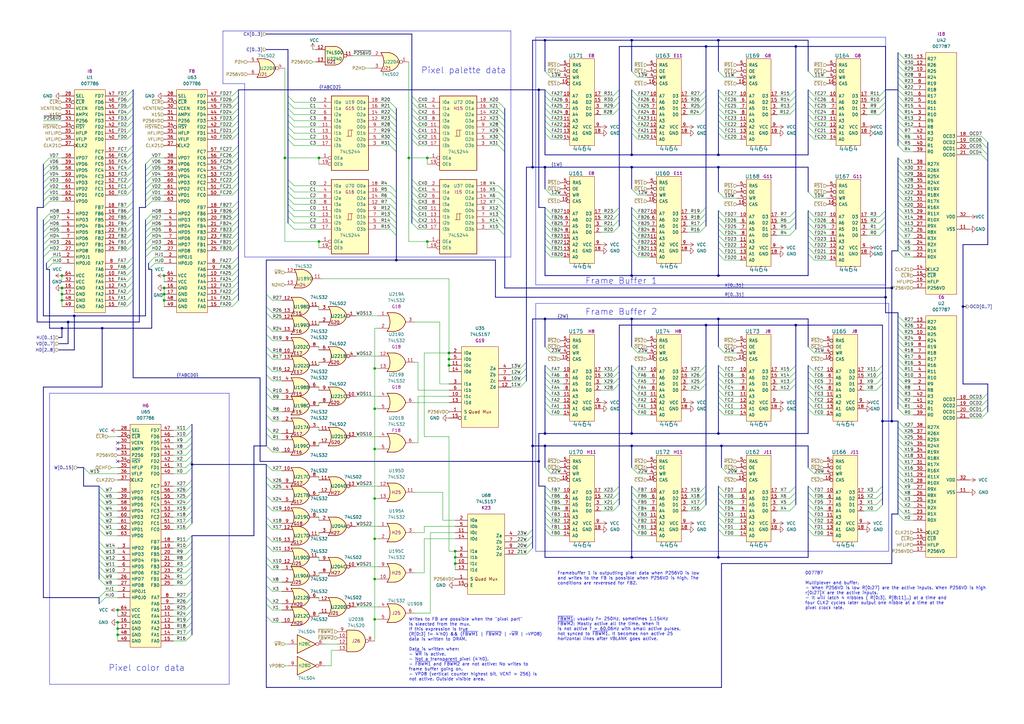
<source format=kicad_sch>
(kicad_sch (version 20230121) (generator eeschema)
  (paper "A3")
  (title_block (title "The Final Round") (date "2023-09-11") (company "Konami GX870") (comment 1 "Sprite Layer - Part 2"))
  (bus_alias "FABCD2" (members "FA[20..27]" "FB[20..27]" "FC[20..27]" "FD[20..27]"))
  (bus_alias "2W" (members "20W" "21W" "22W" "23W"))
  (bus_alias "1W" (members "10W" "11W" "12W" "13W"))
  (bus_alias "FABCD0" (members "FA[0..7]" "FB[0..7]" "FC[0..7]" "FD[0..7]"))
  (junction (at 184.15 149.86))
  (junction (at 294.64 63.5))
  (junction (at 175.26 64.77))
  (junction (at 223.52 130.81))
  (junction (at 223.52 68.58))
  (junction (at 394.97 125.73))
  (junction (at 130.81 64.77))
  (junction (at 184.15 147.32))
  (junction (at 326.39 133.35))
  (junction (at 259.08 113.03))
  (junction (at 259.08 182.88))
  (junction (at 294.64 177.8))
  (junction (at 41.91 134.62))
  (junction (at 175.26 99.06))
  (junction (at 153.67 184.15))
  (junction (at 67.31 120.65))
  (junction (at 218.44 68.58))
  (junction (at 25.4 113.03))
  (junction (at 67.31 123.19))
  (junction (at 223.52 16.51))
  (junction (at 48.26 250.19))
  (junction (at 289.56 19.05))
  (junction (at 186.69 231.14))
  (junction (at 259.08 68.58))
  (junction (at 116.84 64.77))
  (junction (at 294.64 16.51))
  (junction (at 153.67 220.98))
  (junction (at 365.76 118.11))
  (junction (at 25.4 118.11))
  (junction (at 167.64 64.77))
  (junction (at 186.69 226.06))
  (junction (at 259.08 177.8))
  (junction (at 25.4 123.19))
  (junction (at 162.56 106.68))
  (junction (at 259.08 16.51))
  (junction (at 259.08 130.81))
  (junction (at 220.98 36.83))
  (junction (at 186.69 228.6))
  (junction (at 25.4 134.62))
  (junction (at 218.44 182.88))
  (junction (at 259.08 63.5))
  (junction (at 363.22 121.92))
  (junction (at 223.52 177.8))
  (junction (at 295.91 182.88))
  (junction (at 67.31 118.11))
  (junction (at 25.4 120.65))
  (junction (at 294.64 113.03))
  (junction (at 27.94 132.08))
  (junction (at 153.67 254))
  (junction (at 294.64 228.6))
  (junction (at 153.67 237.49))
  (junction (at 48.26 255.27))
  (junction (at 289.56 133.35))
  (junction (at 48.26 260.35))
  (junction (at 184.15 144.78))
  (junction (at 48.26 257.81))
  (junction (at 259.08 228.6))
  (junction (at 220.98 189.23))
  (junction (at 365.76 172.72))
  (junction (at 326.39 19.05))
  (junction (at 294.64 68.58))
  (junction (at 67.31 113.03))
  (junction (at 153.67 204.47))
  (junction (at 78.74 190.5))
  (junction (at 130.81 99.06))
  (junction (at 153.67 167.64))
  (junction (at 30.48 129.54))
  (junction (at 223.52 182.88))
  (junction (at 361.95 172.72))
  (junction (at 294.64 130.81))
  (junction (at 153.67 151.13))
  (no_connect (at 48.26 181.61))
  (no_connect (at 48.26 189.23))
  (no_connect (at 48.26 184.15))
  (bus_entry (at 368.3 198.12) (size 2.54 2.54))
  (bus_entry (at 59.69 80.01) (size 2.54 -2.54))
  (bus_entry (at 95.25 110.49) (size 2.54 -2.54))
  (bus_entry (at 223.52 100.33) (size 2.54 2.54))
  (bus_entry (at 76.2 232.41) (size 2.54 -2.54))
  (bus_entry (at 160.02 52.07) (size 2.54 2.54))
  (bus_entry (at 76.2 237.49) (size 2.54 -2.54))
  (bus_entry (at 52.07 123.19) (size 2.54 -2.54))
  (bus_entry (at 294.64 167.64) (size 2.54 2.54))
  (bus_entry (at 359.41 154.94) (size 2.54 -2.54))
  (bus_entry (at 76.2 262.89) (size 2.54 -2.54))
  (bus_entry (at 95.25 102.87) (size 2.54 -2.54))
  (bus_entry (at 118.11 86.36) (size 2.54 2.54))
  (bus_entry (at 368.3 177.8) (size 2.54 2.54))
  (bus_entry (at 287.02 39.37) (size 2.54 -2.54))
  (bus_entry (at 52.07 95.25) (size 2.54 -2.54))
  (bus_entry (at 109.22 214.63) (size 2.54 2.54))
  (bus_entry (at 160.02 91.44) (size 2.54 2.54))
  (bus_entry (at 323.85 39.37) (size 2.54 -2.54))
  (bus_entry (at 294.64 54.61) (size 2.54 2.54))
  (bus_entry (at 368.3 154.94) (size 2.54 2.54))
  (bus_entry (at 223.52 52.07) (size 2.54 2.54))
  (bus_entry (at 294.64 44.45) (size 2.54 2.54))
  (bus_entry (at 40.64 204.47) (size 2.54 2.54))
  (bus_entry (at 223.52 97.79) (size 2.54 2.54))
  (bus_entry (at 368.3 139.7) (size 2.54 2.54))
  (bus_entry (at 287.02 44.45) (size 2.54 -2.54))
  (bus_entry (at 95.25 69.85) (size 2.54 -2.54))
  (bus_entry (at 204.47 81.28) (size 2.54 2.54))
  (bus_entry (at 160.02 76.2) (size 2.54 2.54))
  (bus_entry (at 223.52 157.48) (size 2.54 2.54))
  (bus_entry (at 360.68 44.45) (size 2.54 -2.54))
  (bus_entry (at 368.3 77.47) (size 2.54 2.54))
  (bus_entry (at 294.64 41.91) (size 2.54 2.54))
  (bus_entry (at 95.25 115.57) (size 2.54 -2.54))
  (bus_entry (at 331.47 49.53) (size 2.54 2.54))
  (bus_entry (at 259.08 54.61) (size 2.54 2.54))
  (bus_entry (at 331.47 46.99) (size 2.54 2.54))
  (bus_entry (at 368.3 24.13) (size 2.54 2.54))
  (bus_entry (at 287.02 160.02) (size 2.54 -2.54))
  (bus_entry (at 168.91 73.66) (size 2.54 2.54))
  (bus_entry (at 223.52 142.24) (size 2.54 2.54))
  (bus_entry (at 359.41 204.47) (size 2.54 -2.54))
  (bus_entry (at 59.69 92.71) (size 2.54 -2.54))
  (bus_entry (at 95.25 123.19) (size 2.54 -2.54))
  (bus_entry (at 52.07 44.45) (size 2.54 -2.54))
  (bus_entry (at 294.64 204.47) (size 2.54 2.54))
  (bus_entry (at 331.47 41.91) (size 2.54 2.54))
  (bus_entry (at 223.52 87.63) (size 2.54 2.54))
  (bus_entry (at 40.64 214.63) (size 2.54 2.54))
  (bus_entry (at 76.2 176.53) (size 2.54 -2.54))
  (bus_entry (at 76.2 227.33) (size 2.54 -2.54))
  (bus_entry (at 287.02 204.47) (size 2.54 -2.54))
  (bus_entry (at 95.25 67.31) (size 2.54 -2.54))
  (bus_entry (at 95.25 97.79) (size 2.54 -2.54))
  (bus_entry (at 259.08 149.86) (size 2.54 2.54))
  (bus_entry (at 204.47 49.53) (size 2.54 2.54))
  (bus_entry (at 204.47 57.15) (size 2.54 2.54))
  (bus_entry (at 204.47 86.36) (size 2.54 2.54))
  (bus_entry (at 95.25 62.23) (size 2.54 -2.54))
  (bus_entry (at 17.78 92.71) (size 2.54 -2.54))
  (bus_entry (at 331.47 44.45) (size 2.54 2.54))
  (bus_entry (at 223.52 204.47) (size 2.54 2.54))
  (bus_entry (at 118.11 41.91) (size 2.54 2.54))
  (bus_entry (at 223.52 214.63) (size 2.54 2.54))
  (bus_entry (at 52.07 49.53) (size 2.54 -2.54))
  (bus_entry (at 34.29 191.77) (size 2.54 2.54))
  (bus_entry (at 259.08 41.91) (size 2.54 2.54))
  (bus_entry (at 76.2 224.79) (size 2.54 -2.54))
  (bus_entry (at 95.25 90.17) (size 2.54 -2.54))
  (bus_entry (at 368.3 149.86) (size 2.54 2.54))
  (bus_entry (at 76.2 191.77) (size 2.54 -2.54))
  (bus_entry (at 287.02 46.99) (size 2.54 -2.54))
  (bus_entry (at 294.64 149.86) (size 2.54 2.54))
  (bus_entry (at 251.46 204.47) (size 2.54 -2.54))
  (bus_entry (at 52.07 113.03) (size 2.54 -2.54))
  (bus_entry (at 323.85 46.99) (size 2.54 -2.54))
  (bus_entry (at 223.52 39.37) (size 2.54 2.54))
  (bus_entry (at 368.3 49.53) (size 2.54 2.54))
  (bus_entry (at 76.2 207.01) (size 2.54 -2.54))
  (bus_entry (at 287.02 201.93) (size 2.54 -2.54))
  (bus_entry (at 331.47 78.74) (size 2.54 2.54))
  (bus_entry (at 360.68 96.52) (size 2.54 -2.54))
  (bus_entry (at 331.47 199.39) (size 2.54 2.54))
  (bus_entry (at 223.52 49.53) (size 2.54 2.54))
  (bus_entry (at 323.85 160.02) (size 2.54 -2.54))
  (bus_entry (at 251.46 157.48) (size 2.54 -2.54))
  (bus_entry (at 17.78 100.33) (size 2.54 -2.54))
  (bus_entry (at 52.07 72.39) (size 2.54 -2.54))
  (bus_entry (at 402.59 55.88) (size 2.54 2.54))
  (bus_entry (at 287.02 157.48) (size 2.54 -2.54))
  (bus_entry (at 95.25 54.61) (size 2.54 -2.54))
  (bus_entry (at 160.02 93.98) (size 2.54 2.54))
  (bus_entry (at 109.22 252.73) (size 2.54 2.54))
  (bus_entry (at 259.08 209.55) (size 2.54 2.54))
  (bus_entry (at 17.78 102.87) (size 2.54 -2.54))
  (bus_entry (at 95.25 49.53) (size 2.54 -2.54))
  (bus_entry (at 95.25 41.91) (size 2.54 -2.54))
  (bus_entry (at 259.08 85.09) (size 2.54 2.54))
  (bus_entry (at 368.3 100.33) (size 2.54 2.54))
  (bus_entry (at 19.05 107.95) (size 2.54 -2.54))
  (bus_entry (at 59.69 95.25) (size 2.54 -2.54))
  (bus_entry (at 259.08 157.48) (size 2.54 2.54))
  (bus_entry (at 118.11 44.45) (size 2.54 2.54))
  (bus_entry (at 360.68 93.98) (size 2.54 -2.54))
  (bus_entry (at 95.25 74.93) (size 2.54 -2.54))
  (bus_entry (at 323.85 201.93) (size 2.54 -2.54))
  (bus_entry (at 368.3 134.62) (size 2.54 2.54))
  (bus_entry (at 52.07 87.63) (size 2.54 -2.54))
  (bus_entry (at 294.64 99.06) (size 2.54 2.54))
  (bus_entry (at 204.47 83.82) (size 2.54 2.54))
  (bus_entry (at 40.64 207.01) (size 2.54 2.54))
  (bus_entry (at 109.22 236.22) (size 2.54 2.54))
  (bus_entry (at 368.3 203.2) (size 2.54 2.54))
  (bus_entry (at 259.08 90.17) (size 2.54 2.54))
  (bus_entry (at 40.64 199.39) (size 2.54 2.54))
  (bus_entry (at 95.25 125.73) (size 2.54 -2.54))
  (bus_entry (at 368.3 57.15) (size 2.54 2.54))
  (bus_entry (at 294.64 152.4) (size 2.54 2.54))
  (bus_entry (at 160.02 81.28) (size 2.54 2.54))
  (bus_entry (at 52.07 54.61) (size 2.54 -2.54))
  (bus_entry (at 368.3 92.71) (size 2.54 2.54))
  (bus_entry (at 323.85 88.9) (size 2.54 -2.54))
  (bus_entry (at 259.08 217.17) (size 2.54 2.54))
  (bus_entry (at 204.47 52.07) (size 2.54 2.54))
  (bus_entry (at 95.25 46.99) (size 2.54 -2.54))
  (bus_entry (at 95.25 118.11) (size 2.54 -2.54))
  (bus_entry (at 331.47 154.94) (size 2.54 2.54))
  (bus_entry (at 76.2 229.87) (size 2.54 -2.54))
  (bus_entry (at 294.64 104.14) (size 2.54 2.54))
  (bus_entry (at 368.3 144.78) (size 2.54 2.54))
  (bus_entry (at 76.2 184.15) (size 2.54 -2.54))
  (bus_entry (at 251.46 154.94) (size 2.54 -2.54))
  (bus_entry (at 168.91 39.37) (size 2.54 2.54))
  (bus_entry (at 368.3 29.21) (size 2.54 2.54))
  (bus_entry (at 251.46 39.37) (size 2.54 -2.54))
  (bus_entry (at 259.08 214.63) (size 2.54 2.54))
  (bus_entry (at 223.52 209.55) (size 2.54 2.54))
  (bus_entry (at 168.91 91.44) (size 2.54 2.54))
  (bus_entry (at 368.3 172.72) (size 2.54 2.54))
  (bus_entry (at 368.3 132.08) (size 2.54 2.54))
  (bus_entry (at 168.91 81.28) (size 2.54 2.54))
  (bus_entry (at 294.64 199.39) (size 2.54 2.54))
  (bus_entry (at 59.69 74.93) (size 2.54 -2.54))
  (bus_entry (at 168.91 57.15) (size 2.54 2.54))
  (bus_entry (at 76.2 189.23) (size 2.54 -2.54))
  (bus_entry (at 331.47 54.61) (size 2.54 2.54))
  (bus_entry (at 368.3 90.17) (size 2.54 2.54))
  (bus_entry (at 287.02 90.17) (size 2.54 -2.54))
  (bus_entry (at 52.07 39.37) (size 2.54 -2.54))
  (bus_entry (at 368.3 102.87) (size 2.54 2.54))
  (bus_entry (at 223.52 85.09) (size 2.54 2.54))
  (bus_entry (at 368.3 205.74) (size 2.54 2.54))
  (bus_entry (at 95.25 87.63) (size 2.54 -2.54))
  (bus_entry (at 223.52 90.17) (size 2.54 2.54))
  (bus_entry (at 52.07 90.17) (size 2.54 -2.54))
  (bus_entry (at 118.11 76.2) (size 2.54 2.54))
  (bus_entry (at 215.9 222.25) (size 2.54 -2.54))
  (bus_entry (at 168.91 49.53) (size 2.54 2.54))
  (bus_entry (at 223.52 29.21) (size 2.54 2.54))
  (bus_entry (at 204.47 41.91) (size 2.54 2.54))
  (bus_entry (at 360.68 41.91) (size 2.54 -2.54))
  (bus_entry (at 359.41 207.01) (size 2.54 -2.54))
  (bus_entry (at 331.47 93.98) (size 2.54 2.54))
  (bus_entry (at 402.59 171.45) (size 2.54 -2.54))
  (bus_entry (at 294.64 201.93) (size 2.54 2.54))
  (bus_entry (at 259.08 162.56) (size 2.54 2.54))
  (bus_entry (at 59.69 67.31) (size 2.54 -2.54))
  (bus_entry (at 368.3 137.16) (size 2.54 2.54))
  (bus_entry (at 331.47 201.93) (size 2.54 2.54))
  (bus_entry (at 109.22 247.65) (size 2.54 2.54))
  (bus_entry (at 17.78 69.85) (size 2.54 -2.54))
  (bus_entry (at 223.52 191.77) (size 2.54 2.54))
  (bus_entry (at 95.25 80.01) (size 2.54 -2.54))
  (bus_entry (at 402.59 63.5) (size 2.54 2.54))
  (bus_entry (at 360.68 91.44) (size 2.54 -2.54))
  (bus_entry (at 118.11 83.82) (size 2.54 2.54))
  (bus_entry (at 76.2 247.65) (size 2.54 -2.54))
  (bus_entry (at 60.96 107.95) (size 2.54 -2.54))
  (bus_entry (at 259.08 201.93) (size 2.54 2.54))
  (bus_entry (at 368.3 72.39) (size 2.54 2.54))
  (bus_entry (at 259.08 52.07) (size 2.54 2.54))
  (bus_entry (at 359.41 157.48) (size 2.54 -2.54))
  (bus_entry (at 368.3 64.77) (size 2.54 2.54))
  (bus_entry (at 118.11 81.28) (size 2.54 2.54))
  (bus_entry (at 168.91 88.9) (size 2.54 2.54))
  (bus_entry (at 109.22 223.52) (size 2.54 2.54))
  (bus_entry (at 52.07 120.65) (size 2.54 -2.54))
  (bus_entry (at 95.25 44.45) (size 2.54 -2.54))
  (bus_entry (at 368.3 36.83) (size 2.54 2.54))
  (bus_entry (at 323.85 154.94) (size 2.54 -2.54))
  (bus_entry (at 323.85 157.48) (size 2.54 -2.54))
  (bus_entry (at 259.08 167.64) (size 2.54 2.54))
  (bus_entry (at 76.2 194.31) (size 2.54 -2.54))
  (bus_entry (at 294.64 96.52) (size 2.54 2.54))
  (bus_entry (at 52.07 57.15) (size 2.54 -2.54))
  (bus_entry (at 109.22 228.6) (size 2.54 2.54))
  (bus_entry (at 160.02 59.69) (size 2.54 2.54))
  (bus_entry (at 118.11 52.07) (size 2.54 2.54))
  (bus_entry (at 59.69 82.55) (size 2.54 -2.54))
  (bus_entry (at 331.47 204.47) (size 2.54 2.54))
  (bus_entry (at 59.69 72.39) (size 2.54 -2.54))
  (bus_entry (at 294.64 46.99) (size 2.54 2.54))
  (bus_entry (at 360.68 88.9) (size 2.54 -2.54))
  (bus_entry (at 294.64 217.17) (size 2.54 2.54))
  (bus_entry (at 331.47 104.14) (size 2.54 2.54))
  (bus_entry (at 118.11 73.66) (size 2.54 2.54))
  (bus_entry (at 17.78 72.39) (size 2.54 -2.54))
  (bus_entry (at 52.07 115.57) (size 2.54 -2.54))
  (bus_entry (at 323.85 41.91) (size 2.54 -2.54))
  (bus_entry (at 76.2 201.93) (size 2.54 -2.54))
  (bus_entry (at 294.64 86.36) (size 2.54 2.54))
  (bus_entry (at 76.2 209.55) (size 2.54 -2.54))
  (bus_entry (at 52.07 67.31) (size 2.54 -2.54))
  (bus_entry (at 368.3 82.55) (size 2.54 2.54))
  (bus_entry (at 294.64 142.24) (size 2.54 2.54))
  (bus_entry (at 52.07 62.23) (size 2.54 -2.54))
  (bus_entry (at 287.02 209.55) (size 2.54 -2.54))
  (bus_entry (at 59.69 102.87) (size 2.54 -2.54))
  (bus_entry (at 204.47 88.9) (size 2.54 2.54))
  (bus_entry (at 331.47 88.9) (size 2.54 2.54))
  (bus_entry (at 259.08 142.24) (size 2.54 2.54))
  (bus_entry (at 223.52 207.01) (size 2.54 2.54))
  (bus_entry (at 323.85 96.52) (size 2.54 -2.54))
  (bus_entry (at 331.47 167.64) (size 2.54 2.54))
  (bus_entry (at 331.47 160.02) (size 2.54 2.54))
  (bus_entry (at 52.07 107.95) (size 2.54 -2.54))
  (bus_entry (at 95.25 72.39) (size 2.54 -2.54))
  (bus_entry (at 76.2 255.27) (size 2.54 -2.54))
  (bus_entry (at 118.11 54.61) (size 2.54 2.54))
  (bus_entry (at 402.59 163.83) (size 2.54 -2.54))
  (bus_entry (at 259.08 39.37) (size 2.54 2.54))
  (bus_entry (at 17.78 85.09) (size 2.54 -2.54))
  (bus_entry (at 368.3 157.48) (size 2.54 2.54))
  (bus_entry (at 368.3 87.63) (size 2.54 2.54))
  (bus_entry (at 368.3 193.04) (size 2.54 2.54))
  (bus_entry (at 251.46 87.63) (size 2.54 -2.54))
  (bus_entry (at 294.64 165.1) (size 2.54 2.54))
  (bus_entry (at 368.3 54.61) (size 2.54 2.54))
  (bus_entry (at 251.46 46.99) (size 2.54 -2.54))
  (bus_entry (at 52.07 102.87) (size 2.54 -2.54))
  (bus_entry (at 76.2 217.17) (size 2.54 -2.54))
  (bus_entry (at 213.36 156.21) (size 2.54 -2.54))
  (bus_entry (at 368.3 21.59) (size 2.54 2.54))
  (bus_entry (at 76.2 199.39) (size 2.54 -2.54))
  (bus_entry (at 259.08 87.63) (size 2.54 2.54))
  (bus_entry (at 52.07 118.11) (size 2.54 -2.54))
  (bus_entry (at 368.3 190.5) (size 2.54 2.54))
  (bus_entry (at 52.07 125.73) (size 2.54 -2.54))
  (bus_entry (at 259.08 46.99) (size 2.54 2.54))
  (bus_entry (at 287.02 154.94) (size 2.54 -2.54))
  (bus_entry (at 259.08 36.83) (size 2.54 2.54))
  (bus_entry (at 259.08 29.21) (size 2.54 2.54))
  (bus_entry (at 95.25 57.15) (size 2.54 -2.54))
  (bus_entry (at 223.52 54.61) (size 2.54 2.54))
  (bus_entry (at 213.36 158.75) (size 2.54 -2.54))
  (bus_entry (at 368.3 187.96) (size 2.54 2.54))
  (bus_entry (at 259.08 204.47) (size 2.54 2.54))
  (bus_entry (at 118.11 39.37) (size 2.54 2.54))
  (bus_entry (at 402.59 58.42) (size 2.54 2.54))
  (bus_entry (at 368.3 74.93) (size 2.54 2.54))
  (bus_entry (at 52.07 46.99) (size 2.54 -2.54))
  (bus_entry (at 109.22 207.01) (size 2.54 2.54))
  (bus_entry (at 251.46 201.93) (size 2.54 -2.54))
  (bus_entry (at 368.3 59.69) (size 2.54 2.54))
  (bus_entry (at 109.22 212.09) (size 2.54 2.54))
  (bus_entry (at 204.47 93.98) (size 2.54 2.54))
  (bus_entry (at 259.08 207.01) (size 2.54 2.54))
  (bus_entry (at 40.64 224.79) (size 2.54 2.54))
  (bus_entry (at 118.11 88.9) (size 2.54 2.54))
  (bus_entry (at 368.3 200.66) (size 2.54 2.54))
  (bus_entry (at 76.2 181.61) (size 2.54 -2.54))
  (bus_entry (at 259.08 154.94) (size 2.54 2.54))
  (bus_entry (at 223.52 217.17) (size 2.54 2.54))
  (bus_entry (at 76.2 257.81) (size 2.54 -2.54))
  (bus_entry (at 331.47 86.36) (size 2.54 2.54))
  (bus_entry (at 323.85 91.44) (size 2.54 -2.54))
  (bus_entry (at 76.2 212.09) (size 2.54 -2.54))
  (bus_entry (at 251.46 152.4) (size 2.54 -2.54))
  (bus_entry (at 95.25 85.09) (size 2.54 -2.54))
  (bus_entry (at 294.64 101.6) (size 2.54 2.54))
  (bus_entry (at 76.2 214.63) (size 2.54 -2.54))
  (bus_entry (at 359.41 201.93) (size 2.54 -2.54))
  (bus_entry (at 368.3 195.58) (size 2.54 2.54))
  (bus_entry (at 17.78 77.47) (size 2.54 -2.54))
  (bus_entry (at 160.02 54.61) (size 2.54 2.54))
  (bus_entry (at 294.64 39.37) (size 2.54 2.54))
  (bus_entry (at 59.69 90.17) (size 2.54 -2.54))
  (bus_entry (at 331.47 165.1) (size 2.54 2.54))
  (bus_entry (at 223.52 92.71) (size 2.54 2.54))
  (bus_entry (at 52.07 69.85) (size 2.54 -2.54))
  (bus_entry (at 168.91 78.74) (size 2.54 2.54))
  (bus_entry (at 40.64 209.55) (size 2.54 2.54))
  (bus_entry (at 360.68 39.37) (size 2.54 -2.54))
  (bus_entry (at 17.78 97.79) (size 2.54 -2.54))
  (bus_entry (at 109.22 240.03) (size 2.54 2.54))
  (bus_entry (at 259.08 191.77) (size 2.54 2.54))
  (bus_entry (at 40.64 245.11) (size 2.54 -2.54))
  (bus_entry (at 76.2 252.73) (size 2.54 -2.54))
  (bus_entry (at 76.2 222.25) (size 2.54 -2.54))
  (bus_entry (at 204.47 46.99) (size 2.54 2.54))
  (bus_entry (at 204.47 91.44) (size 2.54 2.54))
  (bus_entry (at 215.9 224.79) (size 2.54 -2.54))
  (bus_entry (at 368.3 69.85) (size 2.54 2.54))
  (bus_entry (at 294.64 154.94) (size 2.54 2.54))
  (bus_entry (at 52.07 77.47) (size 2.54 -2.54))
  (bus_entry (at 109.22 203.2) (size 2.54 2.54))
  (bus_entry (at 109.22 219.71) (size 2.54 2.54))
  (bus_entry (at 213.36 153.67) (size 2.54 -2.54))
  (bus_entry (at 40.64 212.09) (size 2.54 2.54))
  (bus_entry (at 17.78 74.93) (size 2.54 -2.54))
  (bus_entry (at 251.46 90.17) (size 2.54 -2.54))
  (bus_entry (at 323.85 44.45) (size 2.54 -2.54))
  (bus_entry (at 52.07 64.77) (size 2.54 -2.54))
  (bus_entry (at 331.47 99.06) (size 2.54 2.54))
  (bus_entry (at 59.69 105.41) (size 2.54 -2.54))
  (bus_entry (at 95.25 77.47) (size 2.54 -2.54))
  (bus_entry (at 331.47 96.52) (size 2.54 2.54))
  (bus_entry (at 323.85 152.4) (size 2.54 -2.54))
  (bus_entry (at 331.47 157.48) (size 2.54 2.54))
  (bus_entry (at 160.02 41.91) (size 2.54 2.54))
  (bus_entry (at 223.52 36.83) (size 2.54 2.54))
  (bus_entry (at 331.47 101.6) (size 2.54 2.54))
  (bus_entry (at 331.47 152.4) (size 2.54 2.54))
  (bus_entry (at 368.3 44.45) (size 2.54 2.54))
  (bus_entry (at 223.52 212.09) (size 2.54 2.54))
  (bus_entry (at 368.3 85.09) (size 2.54 2.54))
  (bus_entry (at 287.02 92.71) (size 2.54 -2.54))
  (bus_entry (at 215.9 227.33) (size 2.54 -2.54))
  (bus_entry (at 40.64 232.41) (size 2.54 2.54))
  (bus_entry (at 331.47 162.56) (size 2.54 2.54))
  (bus_entry (at 95.25 113.03) (size 2.54 -2.54))
  (bus_entry (at 259.08 92.71) (size 2.54 2.54))
  (bus_entry (at 259.08 199.39) (size 2.54 2.54))
  (bus_entry (at 223.52 77.47) (size 2.54 2.54))
  (bus_entry (at 17.78 80.01) (size 2.54 -2.54))
  (bus_entry (at 109.22 231.14) (size 2.54 2.54))
  (bus_entry (at 368.3 160.02) (size 2.54 2.54))
  (bus_entry (at 295.91 191.77) (size 2.54 2.54))
  (bus_entry (at 52.07 74.93) (size 2.54 -2.54))
  (bus_entry (at 109.22 245.11) (size 2.54 2.54))
  (bus_entry (at 259.08 95.25) (size 2.54 2.54))
  (bus_entry (at 204.47 78.74) (size 2.54 2.54))
  (bus_entry (at 204.47 54.61) (size 2.54 2.54))
  (bus_entry (at 368.3 97.79) (size 2.54 2.54))
  (bus_entry (at 259.08 102.87) (size 2.54 2.54))
  (bus_entry (at 213.36 151.13) (size 2.54 -2.54))
  (bus_entry (at 95.25 100.33) (size 2.54 -2.54))
  (bus_entry (at 323.85 93.98) (size 2.54 -2.54))
  (bus_entry (at 331.47 36.83) (size 2.54 2.54))
  (bus_entry (at 204.47 76.2) (size 2.54 2.54))
  (bus_entry (at 17.78 90.17) (size 2.54 -2.54))
  (bus_entry (at 331.47 52.07) (size 2.54 2.54))
  (bus_entry (at 368.3 41.91) (size 2.54 2.54))
  (bus_entry (at 76.2 186.69) (size 2.54 -2.54))
  (bus_entry (at 368.3 129.54) (size 2.54 2.54))
  (bus_entry (at 368.3 142.24) (size 2.54 2.54))
  (bus_entry (at 223.52 199.39) (size 2.54 2.54))
  (bus_entry (at 160.02 86.36) (size 2.54 2.54))
  (bus_entry (at 40.64 229.87) (size 2.54 2.54))
  (bus_entry (at 368.3 208.28) (size 2.54 2.54))
  (bus_entry (at 40.64 222.25) (size 2.54 2.54))
  (bus_entry (at 359.41 152.4) (size 2.54 -2.54))
  (bus_entry (at 223.52 201.93) (size 2.54 2.54))
  (bus_entry (at 52.07 52.07) (size 2.54 -2.54))
  (bus_entry (at 287.02 95.25) (size 2.54 -2.54))
  (bus_entry (at 17.78 67.31) (size 2.54 -2.54))
  (bus_entry (at 368.3 31.75) (size 2.54 2.54))
  (bus_entry (at 52.07 80.01) (size 2.54 -2.54))
  (bus_entry (at 368.3 34.29) (size 2.54 2.54))
  (bus_entry (at 52.07 41.91) (size 2.54 -2.54))
  (bus_entry (at 223.52 162.56) (size 2.54 2.54))
  (bus_entry (at 331.47 212.09) (size 2.54 2.54))
  (bus_entry (at 359.41 160.02) (size 2.54 -2.54))
  (bus_entry (at 109.22 190.5) (size 2.54 2.54))
  (bus_entry (at 59.69 77.47) (size 2.54 -2.54))
  (bus_entry (at 402.59 168.91) (size 2.54 -2.54))
  (bus_entry (at 331.47 39.37) (size 2.54 2.54))
  (bus_entry (at 331.47 217.17) (size 2.54 2.54))
  (bus_entry (at 60.96 110.49) (size 2.54 -2.54))
  (bus_entry (at 294.64 207.01) (size 2.54 2.54))
  (bus_entry (at 223.52 95.25) (size 2.54 2.54))
  (bus_entry (at 251.46 41.91) (size 2.54 -2.54))
  (bus_entry (at 368.3 46.99) (size 2.54 2.54))
  (bus_entry (at 168.91 44.45) (size 2.54 2.54))
  (bus_entry (at 168.91 86.36) (size 2.54 2.54))
  (bus_entry (at 294.64 212.09) (size 2.54 2.54))
  (bus_entry (at 223.52 149.86) (size 2.54 2.54))
  (bus_entry (at 168.91 83.82) (size 2.54 2.54))
  (bus_entry (at 259.08 77.47) (size 2.54 2.54))
  (bus_entry (at 160.02 46.99) (size 2.54 2.54))
  (bus_entry (at 109.22 195.58) (size 2.54 2.54))
  (bus_entry (at 59.69 85.09) (size 2.54 -2.54))
  (bus_entry (at 331.47 142.24) (size 2.54 2.54))
  (bus_entry (at 76.2 245.11) (size 2.54 -2.54))
  (bus_entry (at 52.07 97.79) (size 2.54 -2.54))
  (bus_entry (at 368.3 26.67) (size 2.54 2.54))
  (bus_entry (at 368.3 152.4) (size 2.54 2.54))
  (bus_entry (at 251.46 207.01) (size 2.54 -2.54))
  (bus_entry (at 368.3 182.88) (size 2.54 2.54))
  (bus_entry (at 40.64 234.95) (size 2.54 2.54))
  (bus_entry (at 109.22 158.75) (size 2.54 2.54))
  (bus_entry (at 109.22 161.29) (size 2.54 2.54))
  (bus_entry (at 109.22 153.67) (size 2.54 2.54))
  (bus_entry (at 109.22 182.88) (size 2.54 2.54))
  (bus_entry (at 109.22 177.8) (size 2.54 2.54))
  (bus_entry (at 109.22 170.18) (size 2.54 2.54))
  (bus_entry (at 109.22 175.26) (size 2.54 2.54))
  (bus_entry (at 109.22 166.37) (size 2.54 2.54))
  (bus_entry (at 109.22 120.65) (size 2.54 2.54))
  (bus_entry (at 109.22 125.73) (size 2.54 2.54))
  (bus_entry (at 109.22 128.27) (size 2.54 2.54))
  (bus_entry (at 109.22 142.24) (size 2.54 2.54))
  (bus_entry (at 109.22 144.78) (size 2.54 2.54))
  (bus_entry (at 109.22 149.86) (size 2.54 2.54))
  (bus_entry (at 109.22 137.16) (size 2.54 2.54))
  (bus_entry (at 109.22 133.35) (size 2.54 2.54))
  (bus_entry (at 160.02 78.74) (size 2.54 2.54))
  (bus_entry (at 118.11 46.99) (size 2.54 2.54))
  (bus_entry (at 259.08 97.79) (size 2.54 2.54))
  (bus_entry (at 368.3 180.34) (size 2.54 2.54))
  (bus_entry (at 259.08 165.1) (size 2.54 2.54))
  (bus_entry (at 251.46 209.55) (size 2.54 -2.54))
  (bus_entry (at 52.07 92.71) (size 2.54 -2.54))
  (bus_entry (at 402.59 60.96) (size 2.54 2.54))
  (bus_entry (at 223.52 44.45) (size 2.54 2.54))
  (bus_entry (at 402.59 166.37) (size 2.54 -2.54))
  (bus_entry (at 287.02 152.4) (size 2.54 -2.54))
  (bus_entry (at 331.47 191.77) (size 2.54 2.54))
  (bus_entry (at 168.91 76.2) (size 2.54 2.54))
  (bus_entry (at 118.11 49.53) (size 2.54 2.54))
  (bus_entry (at 331.47 29.21) (size 2.54 2.54))
  (bus_entry (at 368.3 80.01) (size 2.54 2.54))
  (bus_entry (at 287.02 207.01) (size 2.54 -2.54))
  (bus_entry (at 40.64 237.49) (size 2.54 2.54))
  (bus_entry (at 368.3 95.25) (size 2.54 2.54))
  (bus_entry (at 368.3 147.32) (size 2.54 2.54))
  (bus_entry (at 17.78 105.41) (size 2.54 -2.54))
  (bus_entry (at 294.64 157.48) (size 2.54 2.54))
  (bus_entry (at 168.91 41.91) (size 2.54 2.54))
  (bus_entry (at 323.85 209.55) (size 2.54 -2.54))
  (bus_entry (at 331.47 149.86) (size 2.54 2.54))
  (bus_entry (at 95.25 92.71) (size 2.54 -2.54))
  (bus_entry (at 160.02 49.53) (size 2.54 2.54))
  (bus_entry (at 287.02 41.91) (size 2.54 -2.54))
  (bus_entry (at 294.64 160.02) (size 2.54 2.54))
  (bus_entry (at 118.11 91.44) (size 2.54 2.54))
  (bus_entry (at 368.3 39.37) (size 2.54 2.54))
  (bus_entry (at 223.52 167.64) (size 2.54 2.54))
  (bus_entry (at 294.64 49.53) (size 2.54 2.54))
  (bus_entry (at 259.08 49.53) (size 2.54 2.54))
  (bus_entry (at 294.64 214.63) (size 2.54 2.54))
  (bus_entry (at 294.64 29.21) (size 2.54 2.54))
  (bus_entry (at 294.64 36.83) (size 2.54 2.54))
  (bus_entry (at 294.64 78.74) (size 2.54 2.54))
  (bus_entry (at 259.08 160.02) (size 2.54 2.54))
  (bus_entry (at 59.69 69.85) (size 2.54 -2.54))
  (bus_entry (at 118.11 57.15) (size 2.54 2.54))
  (bus_entry (at 17.78 82.55) (size 2.54 -2.54))
  (bus_entry (at 368.3 52.07) (size 2.54 2.54))
  (bus_entry (at 40.64 201.93) (size 2.54 2.54))
  (bus_entry (at 76.2 204.47) (size 2.54 -2.54))
  (bus_entry (at 52.07 100.33) (size 2.54 -2.54))
  (bus_entry (at 95.25 39.37) (size 2.54 -2.54))
  (bus_entry (at 331.47 209.55) (size 2.54 2.54))
  (bus_entry (at 76.2 179.07) (size 2.54 -2.54))
  (bus_entry (at 223.52 165.1) (size 2.54 2.54))
  (bus_entry (at 368.3 175.26) (size 2.54 2.54))
  (bus_entry (at 259.08 212.09) (size 2.54 2.54))
  (bus_entry (at 19.05 110.49) (size 2.54 -2.54))
  (bus_entry (at 168.91 54.61) (size 2.54 2.54))
  (bus_entry (at 160.02 44.45) (size 2.54 2.54))
  (bus_entry (at 168.91 52.07) (size 2.54 2.54))
  (bus_entry (at 223.52 41.91) (size 2.54 2.54))
  (bus_entry (at 294.64 52.07) (size 2.54 2.54))
  (bus_entry (at 223.52 160.02) (size 2.54 2.54))
  (bus_entry (at 259.08 100.33) (size 2.54 2.54))
  (bus_entry (at 359.41 209.55) (size 2.54 -2.54))
  (bus_entry (at 368.3 167.64) (size 2.54 2.54))
  (bus_entry (at 215.9 219.71) (size 2.54 -2.54))
  (bus_entry (at 76.2 240.03) (size 2.54 -2.54))
  (bus_entry (at 40.64 227.33) (size 2.54 2.54))
  (bus_entry (at 294.64 88.9) (size 2.54 2.54))
  (bus_entry (at 360.68 46.99) (size 2.54 -2.54))
  (bus_entry (at 368.3 210.82) (size 2.54 2.54))
  (bus_entry (at 368.3 67.31) (size 2.54 2.54))
  (bus_entry (at 323.85 204.47) (size 2.54 -2.54))
  (bus_entry (at 287.02 87.63) (size 2.54 -2.54))
  (bus_entry (at 95.25 52.07) (size 2.54 -2.54))
  (bus_entry (at 95.25 95.25) (size 2.54 -2.54))
  (bus_entry (at 331.47 207.01) (size 2.54 2.54))
  (bus_entry (at 223.52 152.4) (size 2.54 2.54))
  (bus_entry (at 251.46 44.45) (size 2.54 -2.54))
  (bus_entry (at 95.25 107.95) (size 2.54 -2.54))
  (bus_entry (at 259.08 152.4) (size 2.54 2.54))
  (bus_entry (at 368.3 165.1) (size 2.54 2.54))
  (bus_entry (at 223.52 46.99) (size 2.54 2.54))
  (bus_entry (at 76.2 260.35) (size 2.54 -2.54))
  (bus_entry (at 323.85 207.01) (size 2.54 -2.54))
  (bus_entry (at 76.2 234.95) (size 2.54 -2.54))
  (bus_entry (at 168.91 46.99) (size 2.54 2.54))
  (bus_entry (at 160.02 83.82) (size 2.54 2.54))
  (bus_entry (at 40.64 247.65) (size 2.54 -2.54))
  (bus_entry (at 294.64 209.55) (size 2.54 2.54))
  (bus_entry (at 294.64 162.56) (size 2.54 2.54))
  (bus_entry (at 368.3 162.56) (size 2.54 2.54))
  (bus_entry (at 160.02 88.9) (size 2.54 2.54))
  (bus_entry (at 251.46 95.25) (size 2.54 -2.54))
  (bus_entry (at 109.22 198.12) (size 2.54 2.54))
  (bus_entry (at 204.47 44.45) (size 2.54 2.54))
  (bus_entry (at 331.47 214.63) (size 2.54 2.54))
  (bus_entry (at 223.52 154.94) (size 2.54 2.54))
  (bus_entry (at 52.07 110.49) (size 2.54 -2.54))
  (bus_entry (at 59.69 100.33) (size 2.54 -2.54))
  (bus_entry (at 251.46 92.71) (size 2.54 -2.54))
  (bus_entry (at 52.07 85.09) (size 2.54 -2.54))
  (bus_entry (at 40.64 217.17) (size 2.54 2.54))
  (bus_entry (at 59.69 97.79) (size 2.54 -2.54))
  (bus_entry (at 223.52 102.87) (size 2.54 2.54))
  (bus_entry (at 294.64 91.44) (size 2.54 2.54))
  (bus_entry (at 368.3 185.42) (size 2.54 2.54))
  (bus_entry (at 204.47 59.69) (size 2.54 2.54))
  (bus_entry (at 259.08 44.45) (size 2.54 2.54))
  (bus_entry (at 118.11 78.74) (size 2.54 2.54))
  (bus_entry (at 331.47 91.44) (size 2.54 2.54))
  (bus_entry (at 160.02 57.15) (size 2.54 2.54))
  (bus_entry (at 95.25 120.65) (size 2.54 -2.54))
  (bus_entry (at 251.46 160.02) (size 2.54 -2.54))
  (bus_entry (at 76.2 250.19) (size 2.54 -2.54))
  (bus_entry (at 294.64 93.98) (size 2.54 2.54))
  (bus_entry (at 17.78 95.25) (size 2.54 -2.54))
  (bus_entry (at 95.25 64.77) (size 2.54 -2.54))
  (bus (pts (xy 78.74 237.49) (xy 78.74 242.57)))
  (bus (pts (xy 368.3 180.34) (xy 368.3 177.8)))
  (bus (pts (xy 223.52 49.53) (xy 223.52 52.07)))
  (bus (pts (xy 368.3 85.09) (xy 368.3 87.63)))
  (bus (pts (xy 78.74 227.33) (xy 78.74 229.87)))
  (bus (pts (xy 41.91 134.62) (xy 41.91 158.75)))
  (bus (pts (xy 254 201.93) (xy 254 204.47)))
  (wire (pts (xy 297.18 96.52) (xy 303.53 96.52)))
  (wire (pts (xy 156.21 91.44) (xy 160.02 91.44)))
  (bus (pts (xy 294.64 52.07) (xy 294.64 54.61)))
  (wire (pts (xy 62.23 74.93) (xy 67.31 74.93)))
  (wire (pts (xy 181.61 201.93) (xy 181.61 213.36)))
  (wire (pts (xy 226.06 41.91) (xy 231.14 41.91)))
  (bus (pts (xy 363.22 36.83) (xy 368.3 36.83)))
  (bus (pts (xy 220.98 189.23) (xy 220.98 199.39)))
  (wire (pts (xy 354.33 152.4) (xy 359.41 152.4)))
  (wire (pts (xy 90.17 125.73) (xy 95.25 125.73)))
  (bus (pts (xy 294.64 130.81) (xy 331.47 130.81)))
  (bus (pts (xy 40.64 199.39) (xy 40.64 201.93)))
  (wire (pts (xy 281.94 160.02) (xy 287.02 160.02)))
  (wire (pts (xy 116.84 99.06) (xy 116.84 64.77)))
  (wire (pts (xy 261.62 212.09) (xy 266.7 212.09)))
  (bus (pts (xy 54.61 120.65) (xy 54.61 123.19)))
  (bus (pts (xy 223.52 212.09) (xy 223.52 214.63)))
  (bus (pts (xy 54.61 115.57) (xy 54.61 113.03)))
  (wire (pts (xy 281.94 46.99) (xy 287.02 46.99)))
  (wire (pts (xy 71.12 217.17) (xy 76.2 217.17)))
  (wire (pts (xy 354.33 207.01) (xy 359.41 207.01)))
  (wire (pts (xy 200.66 93.98) (xy 204.47 93.98)))
  (bus (pts (xy 220.98 189.23) (xy 220.98 177.8)))
  (bus (pts (xy 168.91 86.36) (xy 168.91 83.82)))
  (bus (pts (xy 118.11 86.36) (xy 118.11 88.9)))
  (wire (pts (xy 62.23 77.47) (xy 67.31 77.47)))
  (wire (pts (xy 135.89 273.05) (xy 135.89 266.7)))
  (bus (pts (xy 223.52 130.81) (xy 223.52 142.24)))
  (wire (pts (xy 111.76 168.91) (xy 115.57 168.91)))
  (wire (pts (xy 200.66 49.53) (xy 204.47 49.53)))
  (bus (pts (xy 78.74 257.81) (xy 78.74 260.35)))
  (wire (pts (xy 200.66 86.36) (xy 204.47 86.36)))
  (bus (pts (xy 162.56 81.28) (xy 162.56 83.82)))
  (wire (pts (xy 146.05 162.56) (xy 154.94 162.56)))
  (polyline (pts (xy 219.71 124.46) (xy 219.71 226.06)))
  (bus (pts (xy 331.47 91.44) (xy 331.47 93.98)))
  (bus (pts (xy 109.22 219.71) (xy 109.22 223.52)))
  (bus (pts (xy 405.13 163.83) (xy 405.13 161.29)))
  (bus (pts (xy 17.78 80.01) (xy 17.78 82.55)))
  (wire (pts (xy 370.84 85.09) (xy 374.65 85.09)))
  (polyline (pts (xy 20.32 280.67) (xy 93.98 280.67)))
  (bus (pts (xy 361.95 207.01) (xy 361.95 204.47)))
  (wire (pts (xy 226.06 170.18) (xy 231.14 170.18)))
  (bus (pts (xy 78.74 201.93) (xy 78.74 199.39)))
  (wire (pts (xy 297.18 204.47) (xy 303.53 204.47)))
  (bus (pts (xy 109.22 247.65) (xy 109.22 252.73)))
  (bus (pts (xy 394.97 100.33) (xy 394.97 125.73)))
  (bus (pts (xy 361.95 157.48) (xy 361.95 172.72)))
  (wire (pts (xy 63.5 107.95) (xy 67.31 107.95)))
  (bus (pts (xy 368.3 80.01) (xy 368.3 82.55)))
  (wire (pts (xy 209.55 151.13) (xy 213.36 151.13)))
  (bus (pts (xy 294.64 93.98) (xy 294.64 91.44)))
  (bus (pts (xy 331.47 204.47) (xy 331.47 207.01)))
  (wire (pts (xy 48.26 100.33) (xy 52.07 100.33)))
  (wire (pts (xy 43.18 219.71) (xy 48.26 219.71)))
  (bus (pts (xy 294.64 44.45) (xy 294.64 46.99)))
  (bus (pts (xy 223.52 95.25) (xy 223.52 92.71)))
  (wire (pts (xy 90.17 54.61) (xy 95.25 54.61)))
  (bus (pts (xy 97.79 54.61) (xy 97.79 52.07)))
  (wire (pts (xy 120.65 78.74) (xy 130.81 78.74)))
  (bus (pts (xy 368.3 149.86) (xy 368.3 147.32)))
  (wire (pts (xy 297.18 52.07) (xy 303.53 52.07)))
  (wire (pts (xy 62.23 100.33) (xy 67.31 100.33)))
  (bus (pts (xy 118.11 52.07) (xy 118.11 54.61)))
  (polyline (pts (xy 91.44 34.29) (xy 100.33 34.29)))
  (wire (pts (xy 261.62 54.61) (xy 266.7 54.61)))
  (bus (pts (xy 365.76 231.14) (xy 365.76 210.82)))
  (wire (pts (xy 297.18 54.61) (xy 303.53 54.61)))
  (wire (pts (xy 130.81 234.95) (xy 130.81 236.22)))
  (bus (pts (xy 109.22 223.52) (xy 109.22 228.6)))
  (bus (pts (xy 289.56 149.86) (xy 289.56 152.4)))
  (wire (pts (xy 90.17 69.85) (xy 95.25 69.85)))
  (bus (pts (xy 223.52 154.94) (xy 223.52 157.48)))
  (bus (pts (xy 368.3 172.72) (xy 365.76 172.72)))
  (wire (pts (xy 71.12 189.23) (xy 76.2 189.23)))
  (wire (pts (xy 318.77 204.47) (xy 323.85 204.47)))
  (wire (pts (xy 48.26 69.85) (xy 52.07 69.85)))
  (wire (pts (xy 354.33 204.47) (xy 359.41 204.47)))
  (wire (pts (xy 48.26 95.25) (xy 52.07 95.25)))
  (bus (pts (xy 331.47 165.1) (xy 331.47 167.64)))
  (wire (pts (xy 71.12 212.09) (xy 76.2 212.09)))
  (bus (pts (xy 326.39 91.44) (xy 326.39 88.9)))
  (bus (pts (xy 109.22 144.78) (xy 109.22 149.86)))
  (wire (pts (xy 318.77 46.99) (xy 323.85 46.99)))
  (wire (pts (xy 156.21 78.74) (xy 160.02 78.74)))
  (bus (pts (xy 78.74 212.09) (xy 78.74 209.55)))
  (wire (pts (xy 370.84 147.32) (xy 374.65 147.32)))
  (bus (pts (xy 207.01 54.61) (xy 207.01 57.15)))
  (wire (pts (xy 226.06 204.47) (xy 231.14 204.47)))
  (wire (pts (xy 370.84 44.45) (xy 374.65 44.45)))
  (wire (pts (xy 171.45 52.07) (xy 175.26 52.07)))
  (bus (pts (xy 57.15 85.09) (xy 57.15 132.08)))
  (wire (pts (xy 334.01 39.37) (xy 340.36 39.37)))
  (bus (pts (xy 289.56 44.45) (xy 289.56 85.09)))
  (wire (pts (xy 226.06 90.17) (xy 231.14 90.17)))
  (wire (pts (xy 355.6 93.98) (xy 360.68 93.98)))
  (wire (pts (xy 62.23 92.71) (xy 67.31 92.71)))
  (bus (pts (xy 106.68 189.23) (xy 220.98 189.23)))
  (wire (pts (xy 297.18 93.98) (xy 303.53 93.98)))
  (wire (pts (xy 153.67 184.15) (xy 153.67 167.64)))
  (wire (pts (xy 71.12 255.27) (xy 76.2 255.27)))
  (bus (pts (xy 118.11 44.45) (xy 118.11 46.99)))
  (wire (pts (xy 397.51 166.37) (xy 402.59 166.37)))
  (wire (pts (xy 200.66 91.44) (xy 204.47 91.44)))
  (bus (pts (xy 326.39 19.05) (xy 363.22 19.05)))
  (wire (pts (xy 226.06 80.01) (xy 229.87 80.01)))
  (wire (pts (xy 334.01 41.91) (xy 340.36 41.91)))
  (wire (pts (xy 297.18 104.14) (xy 303.53 104.14)))
  (bus (pts (xy 368.3 139.7) (xy 368.3 137.16)))
  (bus (pts (xy 405.13 66.04) (xy 405.13 100.33)))
  (wire (pts (xy 318.77 91.44) (xy 323.85 91.44)))
  (wire (pts (xy 48.26 120.65) (xy 52.07 120.65)))
  (wire (pts (xy 297.18 209.55) (xy 303.53 209.55)))
  (wire (pts (xy 200.66 81.28) (xy 204.47 81.28)))
  (bus (pts (xy 331.47 29.21) (xy 331.47 16.51)))
  (wire (pts (xy 111.76 156.21) (xy 115.57 156.21)))
  (bus (pts (xy 17.78 95.25) (xy 17.78 97.79)))
  (wire (pts (xy 111.76 233.68) (xy 115.57 233.68)))
  (bus (pts (xy 223.52 182.88) (xy 223.52 191.77)))
  (wire (pts (xy 71.12 232.41) (xy 76.2 232.41)))
  (bus (pts (xy 254 92.71) (xy 254 90.17)))
  (wire (pts (xy 370.84 205.74) (xy 374.65 205.74)))
  (bus (pts (xy 40.64 214.63) (xy 40.64 217.17)))
  (bus (pts (xy 162.56 93.98) (xy 162.56 96.52)))
  (wire (pts (xy 71.12 222.25) (xy 76.2 222.25)))
  (bus (pts (xy 54.61 110.49) (xy 54.61 107.95)))
  (bus (pts (xy 162.56 106.68) (xy 203.2 106.68)))
  (bus (pts (xy 294.64 41.91) (xy 294.64 44.45)))
  (bus (pts (xy 223.52 157.48) (xy 223.52 160.02)))
  (bus (pts (xy 368.3 205.74) (xy 368.3 203.2)))
  (wire (pts (xy 156.21 49.53) (xy 160.02 49.53)))
  (wire (pts (xy 261.62 44.45) (xy 266.7 44.45)))
  (bus (pts (xy 294.64 160.02) (xy 294.64 162.56)))
  (bus (pts (xy 361.95 152.4) (xy 361.95 149.86)))
  (bus (pts (xy 259.08 177.8) (xy 223.52 177.8)))
  (wire (pts (xy 170.18 148.59) (xy 171.45 148.59)))
  (wire (pts (xy 25.4 118.11) (xy 25.4 120.65)))
  (wire (pts (xy 156.21 57.15) (xy 160.02 57.15)))
  (wire (pts (xy 48.26 77.47) (xy 52.07 77.47)))
  (bus (pts (xy 363.22 128.27) (xy 368.3 128.27)))
  (wire (pts (xy 90.17 49.53) (xy 95.25 49.53)))
  (bus (pts (xy 54.61 49.53) (xy 54.61 52.07)))
  (bus (pts (xy 254 204.47) (xy 254 207.01)))
  (wire (pts (xy 334.01 170.18) (xy 339.09 170.18)))
  (bus (pts (xy 78.74 209.55) (xy 78.74 207.01)))
  (wire (pts (xy 170.18 234.95) (xy 173.99 234.95)))
  (wire (pts (xy 171.45 88.9) (xy 175.26 88.9)))
  (bus (pts (xy 368.3 41.91) (xy 368.3 44.45)))
  (wire (pts (xy 171.45 86.36) (xy 175.26 86.36)))
  (bus (pts (xy 27.94 140.97) (xy 27.94 132.08)))
  (wire (pts (xy 355.6 96.52) (xy 360.68 96.52)))
  (wire (pts (xy 171.45 59.69) (xy 175.26 59.69)))
  (bus (pts (xy 289.56 36.83) (xy 289.56 39.37)))
  (wire (pts (xy 20.32 95.25) (xy 25.4 95.25)))
  (wire (pts (xy 62.23 64.77) (xy 67.31 64.77)))
  (bus (pts (xy 259.08 154.94) (xy 259.08 157.48)))
  (bus (pts (xy 78.74 199.39) (xy 78.74 196.85)))
  (bus (pts (xy 207.01 49.53) (xy 207.01 52.07)))
  (wire (pts (xy 71.12 214.63) (xy 76.2 214.63)))
  (bus (pts (xy 331.47 88.9) (xy 331.47 91.44)))
  (bus (pts (xy 405.13 60.96) (xy 405.13 63.5)))
  (bus (pts (xy 54.61 54.61) (xy 54.61 59.69)))
  (bus (pts (xy 223.52 130.81) (xy 259.08 130.81)))
  (wire (pts (xy 246.38 157.48) (xy 251.46 157.48)))
  (wire (pts (xy 297.18 152.4) (xy 303.53 152.4)))
  (bus (pts (xy 54.61 64.77) (xy 54.61 62.23)))
  (wire (pts (xy 111.76 222.25) (xy 115.57 222.25)))
  (wire (pts (xy 20.32 80.01) (xy 25.4 80.01)))
  (bus (pts (xy 220.98 177.8) (xy 223.52 177.8)))
  (wire (pts (xy 171.45 160.02) (xy 184.15 160.02)))
  (wire (pts (xy 209.55 153.67) (xy 213.36 153.67)))
  (wire (pts (xy 48.26 123.19) (xy 52.07 123.19)))
  (wire (pts (xy 297.18 167.64) (xy 303.53 167.64)))
  (bus (pts (xy 97.79 36.83) (xy 220.98 36.83)))
  (wire (pts (xy 355.6 46.99) (xy 360.68 46.99)))
  (wire (pts (xy 130.81 195.58) (xy 130.81 196.85)))
  (polyline (pts (xy 91.44 12.7) (xy 91.44 34.29)))
  (wire (pts (xy 281.94 154.94) (xy 287.02 154.94)))
  (bus (pts (xy 97.79 59.69) (xy 97.79 62.23)))
  (wire (pts (xy 261.62 97.79) (xy 266.7 97.79)))
  (bus (pts (xy 259.08 68.58) (xy 294.64 68.58)))
  (wire (pts (xy 48.26 49.53) (xy 52.07 49.53)))
  (wire (pts (xy 90.17 64.77) (xy 95.25 64.77)))
  (wire (pts (xy 156.21 46.99) (xy 160.02 46.99)))
  (bus (pts (xy 259.08 167.64) (xy 259.08 177.8)))
  (bus (pts (xy 97.79 67.31) (xy 97.79 69.85)))
  (bus (pts (xy 363.22 93.98) (xy 363.22 91.44)))
  (wire (pts (xy 167.64 25.4) (xy 167.64 64.77)))
  (wire (pts (xy 297.18 31.75) (xy 302.26 31.75)))
  (bus (pts (xy 331.47 191.77) (xy 331.47 182.88)))
  (wire (pts (xy 334.01 106.68) (xy 340.36 106.68)))
  (wire (pts (xy 153.67 204.47) (xy 154.94 204.47)))
  (bus (pts (xy 168.91 54.61) (xy 168.91 52.07)))
  (bus (pts (xy 365.76 102.87) (xy 368.3 102.87)))
  (wire (pts (xy 111.76 144.78) (xy 115.57 144.78)))
  (wire (pts (xy 175.26 64.77) (xy 175.26 67.31)))
  (bus (pts (xy 331.47 212.09) (xy 331.47 214.63)))
  (bus (pts (xy 259.08 162.56) (xy 259.08 165.1)))
  (bus (pts (xy 259.08 199.39) (xy 259.08 201.93)))
  (bus (pts (xy 168.91 46.99) (xy 168.91 44.45)))
  (bus (pts (xy 27.94 132.08) (xy 57.15 132.08)))
  (bus (pts (xy 54.61 95.25) (xy 54.61 92.71)))
  (bus (pts (xy 17.78 72.39) (xy 17.78 74.93)))
  (wire (pts (xy 156.21 52.07) (xy 160.02 52.07)))
  (wire (pts (xy 170.18 218.44) (xy 173.99 218.44)))
  (wire (pts (xy 111.76 177.8) (xy 115.57 177.8)))
  (bus (pts (xy 331.47 101.6) (xy 331.47 104.14)))
  (bus (pts (xy 368.3 208.28) (xy 368.3 205.74)))
  (wire (pts (xy 111.76 163.83) (xy 115.57 163.83)))
  (bus (pts (xy 59.69 80.01) (xy 59.69 82.55)))
  (wire (pts (xy 261.62 154.94) (xy 266.7 154.94)))
  (bus (pts (xy 40.64 217.17) (xy 40.64 222.25)))
  (bus (pts (xy 368.3 95.25) (xy 368.3 97.79)))
  (bus (pts (xy 109.22 195.58) (xy 109.22 198.12)))
  (bus (pts (xy 59.69 72.39) (xy 59.69 74.93)))
  (bus (pts (xy 40.64 229.87) (xy 40.64 232.41)))
  (wire (pts (xy 156.21 93.98) (xy 160.02 93.98)))
  (bus (pts (xy 331.47 217.17) (xy 331.47 228.6)))
  (wire (pts (xy 48.26 257.81) (xy 48.26 260.35)))
  (wire (pts (xy 226.06 160.02) (xy 231.14 160.02)))
  (bus (pts (xy 368.3 26.67) (xy 368.3 29.21)))
  (bus (pts (xy 368.3 147.32) (xy 368.3 144.78)))
  (bus (pts (xy 218.44 16.51) (xy 218.44 68.58)))
  (bus (pts (xy 109.22 231.14) (xy 109.22 236.22)))
  (wire (pts (xy 171.45 93.98) (xy 175.26 93.98)))
  (bus (pts (xy 368.3 198.12) (xy 368.3 195.58)))
  (wire (pts (xy 156.21 88.9) (xy 160.02 88.9)))
  (bus (pts (xy 331.47 207.01) (xy 331.47 209.55)))
  (wire (pts (xy 226.06 154.94) (xy 231.14 154.94)))
  (bus (pts (xy 59.69 95.25) (xy 59.69 97.79)))
  (bus (pts (xy 259.08 36.83) (xy 259.08 39.37)))
  (wire (pts (xy 171.45 148.59) (xy 171.45 160.02)))
  (wire (pts (xy 261.62 100.33) (xy 266.7 100.33)))
  (wire (pts (xy 334.01 214.63) (xy 339.09 214.63)))
  (bus (pts (xy 109.22 198.12) (xy 109.22 203.2)))
  (wire (pts (xy 226.06 31.75) (xy 229.87 31.75)))
  (bus (pts (xy 223.52 68.58) (xy 259.08 68.58)))
  (wire (pts (xy 370.84 97.79) (xy 374.65 97.79)))
  (wire (pts (xy 355.6 91.44) (xy 360.68 91.44)))
  (bus (pts (xy 294.64 212.09) (xy 294.64 214.63)))
  (wire (pts (xy 246.38 44.45) (xy 251.46 44.45)))
  (wire (pts (xy 281.94 95.25) (xy 287.02 95.25)))
  (wire (pts (xy 370.84 165.1) (xy 374.65 165.1)))
  (bus (pts (xy 109.22 20.32) (xy 118.11 20.32)))
  (bus (pts (xy 215.9 68.58) (xy 215.9 148.59)))
  (bus (pts (xy 368.3 132.08) (xy 368.3 129.54)))
  (bus (pts (xy 294.64 104.14) (xy 294.64 101.6)))
  (bus (pts (xy 215.9 151.13) (xy 215.9 153.67)))
  (bus (pts (xy 162.56 78.74) (xy 162.56 81.28)))
  (wire (pts (xy 120.65 93.98) (xy 130.81 93.98)))
  (wire (pts (xy 226.06 95.25) (xy 231.14 95.25)))
  (bus (pts (xy 368.3 39.37) (xy 368.3 41.91)))
  (wire (pts (xy 71.12 201.93) (xy 76.2 201.93)))
  (wire (pts (xy 370.84 24.13) (xy 374.65 24.13)))
  (bus (pts (xy 331.47 214.63) (xy 331.47 217.17)))
  (wire (pts (xy 200.66 54.61) (xy 204.47 54.61)))
  (wire (pts (xy 153.67 204.47) (xy 153.67 184.15)))
  (wire (pts (xy 355.6 41.91) (xy 360.68 41.91)))
  (bus (pts (xy 259.08 212.09) (xy 259.08 214.63)))
  (wire (pts (xy 130.81 158.75) (xy 130.81 160.02)))
  (wire (pts (xy 43.18 217.17) (xy 48.26 217.17)))
  (wire (pts (xy 135.89 266.7) (xy 138.43 266.7)))
  (bus (pts (xy 368.3 46.99) (xy 368.3 49.53)))
  (wire (pts (xy 43.18 224.79) (xy 48.26 224.79)))
  (wire (pts (xy 120.65 59.69) (xy 130.81 59.69)))
  (bus (pts (xy 104.14 219.71) (xy 104.14 182.88)))
  (bus (pts (xy 17.78 92.71) (xy 17.78 95.25)))
  (wire (pts (xy 111.76 135.89) (xy 115.57 135.89)))
  (bus (pts (xy 223.52 182.88) (xy 259.08 182.88)))
  (bus (pts (xy 109.22 212.09) (xy 109.22 214.63)))
  (wire (pts (xy 212.09 219.71) (xy 215.9 219.71)))
  (bus (pts (xy 259.08 68.58) (xy 259.08 77.47)))
  (bus (pts (xy 368.3 36.83) (xy 368.3 39.37)))
  (wire (pts (xy 261.62 105.41) (xy 266.7 105.41)))
  (bus (pts (xy 289.56 199.39) (xy 289.56 201.93)))
  (bus (pts (xy 223.52 160.02) (xy 223.52 162.56)))
  (bus (pts (xy 97.79 115.57) (xy 97.79 113.03)))
  (bus (pts (xy 223.52 152.4) (xy 223.52 154.94)))
  (wire (pts (xy 246.38 209.55) (xy 251.46 209.55)))
  (bus (pts (xy 294.64 209.55) (xy 294.64 212.09)))
  (wire (pts (xy 111.76 242.57) (xy 115.57 242.57)))
  (bus (pts (xy 168.91 88.9) (xy 168.91 86.36)))
  (wire (pts (xy 184.15 114.3) (xy 184.15 144.78)))
  (bus (pts (xy 363.22 44.45) (xy 363.22 41.91)))
  (bus (pts (xy 254 85.09) (xy 254 44.45)))
  (bus (pts (xy 331.47 167.64) (xy 331.47 177.8)))
  (bus (pts (xy 54.61 72.39) (xy 54.61 74.93)))
  (wire (pts (xy 111.76 128.27) (xy 115.57 128.27)))
  (bus (pts (xy 220.98 199.39) (xy 223.52 199.39)))
  (wire (pts (xy 62.23 72.39) (xy 67.31 72.39)))
  (wire (pts (xy 370.84 80.01) (xy 374.65 80.01)))
  (bus (pts (xy 223.52 113.03) (xy 259.08 113.03)))
  (bus (pts (xy 259.08 39.37) (xy 259.08 41.91)))
  (wire (pts (xy 171.45 49.53) (xy 175.26 49.53)))
  (bus (pts (xy 17.78 245.11) (xy 17.78 158.75)))
  (wire (pts (xy 226.06 46.99) (xy 231.14 46.99)))
  (wire (pts (xy 281.94 39.37) (xy 287.02 39.37)))
  (wire (pts (xy 370.84 198.12) (xy 374.65 198.12)))
  (bus (pts (xy 405.13 157.48) (xy 394.97 157.48)))
  (bus (pts (xy 259.08 160.02) (xy 259.08 162.56)))
  (bus (pts (xy 59.69 85.09) (xy 57.15 85.09)))
  (wire (pts (xy 261.62 57.15) (xy 266.7 57.15)))
  (wire (pts (xy 226.06 219.71) (xy 231.14 219.71)))
  (wire (pts (xy 334.01 96.52) (xy 340.36 96.52)))
  (wire (pts (xy 71.12 204.47) (xy 76.2 204.47)))
  (wire (pts (xy 261.62 80.01) (xy 265.43 80.01)))
  (bus (pts (xy 331.47 199.39) (xy 331.47 201.93)))
  (bus (pts (xy 223.52 68.58) (xy 223.52 77.47)))
  (wire (pts (xy 397.51 163.83) (xy 402.59 163.83)))
  (bus (pts (xy 259.08 54.61) (xy 259.08 63.5)))
  (bus (pts (xy 78.74 219.71) (xy 104.14 219.71)))
  (bus (pts (xy 118.11 83.82) (xy 118.11 86.36)))
  (bus (pts (xy 331.47 52.07) (xy 331.47 54.61)))
  (wire (pts (xy 370.84 39.37) (xy 374.65 39.37)))
  (wire (pts (xy 281.94 87.63) (xy 287.02 87.63)))
  (bus (pts (xy 368.3 67.31) (xy 368.3 69.85)))
  (wire (pts (xy 156.21 44.45) (xy 160.02 44.45)))
  (bus (pts (xy 326.39 199.39) (xy 326.39 157.48)))
  (wire (pts (xy 173.99 144.78) (xy 173.99 179.07)))
  (bus (pts (xy 368.3 72.39) (xy 368.3 74.93)))
  (bus (pts (xy 223.52 36.83) (xy 223.52 39.37)))
  (wire (pts (xy 71.12 186.69) (xy 76.2 186.69)))
  (bus (pts (xy 218.44 182.88) (xy 218.44 217.17)))
  (bus (pts (xy 368.3 134.62) (xy 368.3 132.08)))
  (wire (pts (xy 334.01 101.6) (xy 340.36 101.6)))
  (bus (pts (xy 331.47 142.24) (xy 331.47 130.81)))
  (wire (pts (xy 297.18 44.45) (xy 303.53 44.45)))
  (wire (pts (xy 370.84 137.16) (xy 374.65 137.16)))
  (wire (pts (xy 261.62 214.63) (xy 266.7 214.63)))
  (wire (pts (xy 120.65 76.2) (xy 130.81 76.2)))
  (wire (pts (xy 200.66 46.99) (xy 204.47 46.99)))
  (bus (pts (xy 294.64 54.61) (xy 294.64 63.5)))
  (bus (pts (xy 368.3 157.48) (xy 368.3 154.94)))
  (wire (pts (xy 44.45 179.07) (xy 48.26 179.07)))
  (wire (pts (xy 90.17 97.79) (xy 95.25 97.79)))
  (bus (pts (xy 363.22 121.92) (xy 203.2 121.92)))
  (wire (pts (xy 153.67 204.47) (xy 153.67 220.98)))
  (wire (pts (xy 130.81 218.44) (xy 130.81 219.71)))
  (wire (pts (xy 226.06 39.37) (xy 231.14 39.37)))
  (bus (pts (xy 97.79 44.45) (xy 97.79 46.99)))
  (bus (pts (xy 259.08 63.5) (xy 223.52 63.5)))
  (bus (pts (xy 97.79 123.19) (xy 97.79 120.65)))
  (wire (pts (xy 297.18 91.44) (xy 303.53 91.44)))
  (bus (pts (xy 405.13 58.42) (xy 405.13 60.96)))
  (bus (pts (xy 289.56 39.37) (xy 289.56 41.91)))
  (wire (pts (xy 20.32 102.87) (xy 25.4 102.87)))
  (bus (pts (xy 368.3 154.94) (xy 368.3 152.4)))
  (wire (pts (xy 246.38 204.47) (xy 251.46 204.47)))
  (bus (pts (xy 289.56 204.47) (xy 289.56 207.01)))
  (bus (pts (xy 259.08 152.4) (xy 259.08 154.94)))
  (bus (pts (xy 331.47 41.91) (xy 331.47 44.45)))
  (wire (pts (xy 370.84 92.71) (xy 374.65 92.71)))
  (wire (pts (xy 152.4 27.94) (xy 149.86 27.94)))
  (bus (pts (xy 368.3 31.75) (xy 368.3 34.29)))
  (bus (pts (xy 60.96 110.49) (xy 62.23 110.49)))
  (polyline (pts (xy 363.22 15.24) (xy 219.71 15.24)))
  (bus (pts (xy 97.79 110.49) (xy 97.79 107.95)))
  (bus (pts (xy 207.01 86.36) (xy 207.01 88.9)))
  (wire (pts (xy 111.76 172.72) (xy 115.57 172.72)))
  (wire (pts (xy 226.06 209.55) (xy 231.14 209.55)))
  (wire (pts (xy 133.35 273.05) (xy 135.89 273.05)))
  (bus (pts (xy 259.08 149.86) (xy 259.08 152.4)))
  (bus (pts (xy 54.61 100.33) (xy 54.61 105.41)))
  (bus (pts (xy 162.56 83.82) (xy 162.56 86.36)))
  (bus (pts (xy 223.52 204.47) (xy 223.52 207.01)))
  (wire (pts (xy 20.32 90.17) (xy 25.4 90.17)))
  (wire (pts (xy 48.26 44.45) (xy 52.07 44.45)))
  (wire (pts (xy 334.01 91.44) (xy 340.36 91.44)))
  (wire (pts (xy 370.84 69.85) (xy 374.65 69.85)))
  (bus (pts (xy 331.47 149.86) (xy 331.47 152.4)))
  (wire (pts (xy 173.99 144.78) (xy 184.15 144.78)))
  (wire (pts (xy 20.32 92.71) (xy 25.4 92.71)))
  (wire (pts (xy 226.06 214.63) (xy 231.14 214.63)))
  (wire (pts (xy 261.62 207.01) (xy 266.7 207.01)))
  (bus (pts (xy 218.44 222.25) (xy 218.44 224.79)))
  (bus (pts (xy 109.22 149.86) (xy 109.22 153.67)))
  (bus (pts (xy 54.61 39.37) (xy 54.61 36.83)))
  (bus (pts (xy 207.01 44.45) (xy 207.01 46.99)))
  (wire (pts (xy 71.12 237.49) (xy 76.2 237.49)))
  (wire (pts (xy 334.01 212.09) (xy 339.09 212.09)))
  (wire (pts (xy 334.01 165.1) (xy 339.09 165.1)))
  (wire (pts (xy 370.84 139.7) (xy 374.65 139.7)))
  (wire (pts (xy 62.23 95.25) (xy 67.31 95.25)))
  (wire (pts (xy 297.18 160.02) (xy 303.53 160.02)))
  (polyline (pts (xy 209.55 105.41) (xy 209.55 12.7)))
  (bus (pts (xy 294.64 16.51) (xy 331.47 16.51)))
  (wire (pts (xy 334.01 217.17) (xy 339.09 217.17)))
  (wire (pts (xy 153.67 237.49) (xy 154.94 237.49)))
  (bus (pts (xy 218.44 219.71) (xy 218.44 222.25)))
  (bus (pts (xy 78.74 186.69) (xy 78.74 184.15)))
  (bus (pts (xy 162.56 86.36) (xy 162.56 88.9)))
  (bus (pts (xy 289.56 85.09) (xy 289.56 87.63)))
  (bus (pts (xy 54.61 90.17) (xy 54.61 87.63)))
  (wire (pts (xy 71.12 227.33) (xy 76.2 227.33)))
  (bus (pts (xy 40.64 224.79) (xy 40.64 227.33)))
  (wire (pts (xy 130.81 175.26) (xy 130.81 176.53)))
  (bus (pts (xy 368.3 92.71) (xy 368.3 95.25)))
  (bus (pts (xy 259.08 52.07) (xy 259.08 54.61)))
  (bus (pts (xy 97.79 95.25) (xy 97.79 97.79)))
  (wire (pts (xy 111.76 161.29) (xy 115.57 161.29)))
  (bus (pts (xy 168.91 73.66) (xy 168.91 57.15)))
  (wire (pts (xy 48.26 57.15) (xy 52.07 57.15)))
  (bus (pts (xy 97.79 77.47) (xy 97.79 82.55)))
  (wire (pts (xy 167.64 64.77) (xy 167.64 99.06)))
  (bus (pts (xy 109.22 106.68) (xy 162.56 106.68)))
  (wire (pts (xy 43.18 207.01) (xy 48.26 207.01)))
  (wire (pts (xy 370.84 200.66) (xy 374.65 200.66)))
  (bus (pts (xy 168.91 39.37) (xy 168.91 13.97)))
  (wire (pts (xy 167.64 64.77) (xy 175.26 64.77)))
  (wire (pts (xy 48.26 107.95) (xy 52.07 107.95)))
  (bus (pts (xy 368.3 54.61) (xy 368.3 57.15)))
  (bus (pts (xy 118.11 54.61) (xy 118.11 57.15)))
  (bus (pts (xy 223.52 90.17) (xy 223.52 87.63)))
  (wire (pts (xy 20.32 64.77) (xy 25.4 64.77)))
  (wire (pts (xy 226.06 157.48) (xy 231.14 157.48)))
  (bus (pts (xy 97.79 90.17) (xy 97.79 92.71)))
  (wire (pts (xy 209.55 156.21) (xy 213.36 156.21)))
  (wire (pts (xy 261.62 157.48) (xy 266.7 157.48)))
  (wire (pts (xy 71.12 240.03) (xy 76.2 240.03)))
  (wire (pts (xy 246.38 207.01) (xy 251.46 207.01)))
  (wire (pts (xy 370.84 180.34) (xy 374.65 180.34)))
  (wire (pts (xy 370.84 26.67) (xy 374.65 26.67)))
  (bus (pts (xy 294.64 36.83) (xy 294.64 39.37)))
  (wire (pts (xy 334.01 54.61) (xy 340.36 54.61)))
  (polyline (pts (xy 91.44 12.7) (xy 209.55 12.7)))
  (wire (pts (xy 62.23 90.17) (xy 67.31 90.17)))
  (wire (pts (xy 261.62 209.55) (xy 266.7 209.55)))
  (wire (pts (xy 130.81 165.1) (xy 130.81 166.37)))
  (bus (pts (xy 54.61 85.09) (xy 54.61 87.63)))
  (bus (pts (xy 207.01 96.52) (xy 207.01 118.11)))
  (wire (pts (xy 370.84 203.2) (xy 374.65 203.2)))
  (wire (pts (xy 334.01 93.98) (xy 340.36 93.98)))
  (wire (pts (xy 130.81 125.73) (xy 130.81 127)))
  (wire (pts (xy 20.32 100.33) (xy 25.4 100.33)))
  (wire (pts (xy 397.51 55.88) (xy 402.59 55.88)))
  (wire (pts (xy 90.17 57.15) (xy 95.25 57.15)))
  (wire (pts (xy 261.62 152.4) (xy 266.7 152.4)))
  (wire (pts (xy 116.84 64.77) (xy 130.81 64.77)))
  (wire (pts (xy 212.09 224.79) (xy 215.9 224.79)))
  (bus (pts (xy 54.61 67.31) (xy 54.61 69.85)))
  (wire (pts (xy 111.76 214.63) (xy 115.57 214.63)))
  (wire (pts (xy 297.18 219.71) (xy 303.53 219.71)))
  (wire (pts (xy 21.59 107.95) (xy 25.4 107.95)))
  (wire (pts (xy 281.94 201.93) (xy 287.02 201.93)))
  (bus (pts (xy 207.01 78.74) (xy 207.01 81.28)))
  (bus (pts (xy 17.78 102.87) (xy 17.78 105.41)))
  (wire (pts (xy 354.33 160.02) (xy 359.41 160.02)))
  (bus (pts (xy 118.11 39.37) (xy 118.11 20.32)))
  (bus (pts (xy 78.74 204.47) (xy 78.74 207.01)))
  (bus (pts (xy 295.91 231.14) (xy 365.76 231.14)))
  (bus (pts (xy 109.22 13.97) (xy 168.91 13.97)))
  (bus (pts (xy 40.64 199.39) (xy 34.29 199.39)))
  (bus (pts (xy 168.91 41.91) (xy 168.91 39.37)))
  (wire (pts (xy 171.45 41.91) (xy 175.26 41.91)))
  (wire (pts (xy 370.84 132.08) (xy 374.65 132.08)))
  (wire (pts (xy 170.18 201.93) (xy 181.61 201.93)))
  (wire (pts (xy 156.21 41.91) (xy 160.02 41.91)))
  (wire (pts (xy 90.17 85.09) (xy 95.25 85.09)))
  (bus (pts (xy 97.79 62.23) (xy 97.79 64.77)))
  (bus (pts (xy 223.52 100.33) (xy 223.52 97.79)))
  (bus (pts (xy 295.91 182.88) (xy 331.47 182.88)))
  (bus (pts (xy 54.61 44.45) (xy 54.61 41.91)))
  (wire (pts (xy 200.66 52.07) (xy 204.47 52.07)))
  (wire (pts (xy 90.17 87.63) (xy 95.25 87.63)))
  (bus (pts (xy 162.56 62.23) (xy 162.56 78.74)))
  (bus (pts (xy 40.64 209.55) (xy 40.64 212.09)))
  (wire (pts (xy 200.66 57.15) (xy 204.47 57.15)))
  (bus (pts (xy 54.61 92.71) (xy 54.61 90.17)))
  (bus (pts (xy 162.56 57.15) (xy 162.56 59.69)))
  (bus (pts (xy 20.32 110.49) (xy 20.32 134.62)))
  (bus (pts (xy 218.44 217.17) (xy 218.44 219.71)))
  (wire (pts (xy 146.05 215.9) (xy 154.94 215.9)))
  (wire (pts (xy 130.81 148.59) (xy 130.81 149.86)))
  (bus (pts (xy 331.47 68.58) (xy 331.47 78.74)))
  (bus (pts (xy 254 36.83) (xy 254 19.05)))
  (bus (pts (xy 363.22 88.9) (xy 363.22 86.36)))
  (wire (pts (xy 90.17 95.25) (xy 95.25 95.25)))
  (wire (pts (xy 184.15 149.86) (xy 184.15 152.4)))
  (bus (pts (xy 368.3 210.82) (xy 368.3 208.28)))
  (wire (pts (xy 46.99 196.85) (xy 48.26 196.85)))
  (bus (pts (xy 97.79 100.33) (xy 97.79 105.41)))
  (wire (pts (xy 281.94 152.4) (xy 287.02 152.4)))
  (bus (pts (xy 118.11 41.91) (xy 118.11 44.45)))
  (wire (pts (xy 370.84 102.87) (xy 374.65 102.87)))
  (bus (pts (xy 259.08 130.81) (xy 294.64 130.81)))
  (wire (pts (xy 156.21 83.82) (xy 160.02 83.82)))
  (bus (pts (xy 294.64 207.01) (xy 294.64 209.55)))
  (bus (pts (xy 78.74 214.63) (xy 78.74 212.09)))
  (wire (pts (xy 120.65 91.44) (xy 130.81 91.44)))
  (bus (pts (xy 17.78 129.54) (xy 30.48 129.54)))
  (wire (pts (xy 111.76 198.12) (xy 115.57 198.12)))
  (wire (pts (xy 153.67 237.49) (xy 153.67 220.98)))
  (wire (pts (xy 48.26 62.23) (xy 52.07 62.23)))
  (wire (pts (xy 209.55 158.75) (xy 213.36 158.75)))
  (bus (pts (xy 59.69 82.55) (xy 59.69 85.09)))
  (wire (pts (xy 334.01 52.07) (xy 340.36 52.07)))
  (bus (pts (xy 294.64 39.37) (xy 294.64 41.91)))
  (bus (pts (xy 294.64 152.4) (xy 294.64 154.94)))
  (bus (pts (xy 54.61 100.33) (xy 54.61 97.79)))
  (bus (pts (xy 223.52 16.51) (xy 223.52 29.21)))
  (bus (pts (xy 97.79 72.39) (xy 97.79 74.93)))
  (wire (pts (xy 111.76 180.34) (xy 115.57 180.34)))
  (wire (pts (xy 370.84 187.96) (xy 374.65 187.96)))
  (bus (pts (xy 109.22 170.18) (xy 109.22 175.26)))
  (wire (pts (xy 48.26 41.91) (xy 52.07 41.91)))
  (bus (pts (xy 331.47 44.45) (xy 331.47 46.99)))
  (wire (pts (xy 71.12 191.77) (xy 76.2 191.77)))
  (wire (pts (xy 297.18 162.56) (xy 303.53 162.56)))
  (bus (pts (xy 78.74 224.79) (xy 78.74 227.33)))
  (bus (pts (xy 259.08 44.45) (xy 259.08 46.99)))
  (wire (pts (xy 297.18 154.94) (xy 303.53 154.94)))
  (wire (pts (xy 297.18 201.93) (xy 303.53 201.93)))
  (bus (pts (xy 289.56 157.48) (xy 289.56 199.39)))
  (bus (pts (xy 331.47 162.56) (xy 331.47 165.1)))
  (wire (pts (xy 171.45 46.99) (xy 175.26 46.99)))
  (bus (pts (xy 97.79 113.03) (xy 97.79 110.49)))
  (bus (pts (xy 361.95 172.72) (xy 361.95 199.39)))
  (wire (pts (xy 71.12 252.73) (xy 76.2 252.73)))
  (bus (pts (xy 78.74 190.5) (xy 109.22 190.5)))
  (wire (pts (xy 226.06 57.15) (xy 231.14 57.15)))
  (wire (pts (xy 297.18 170.18) (xy 303.53 170.18)))
  (bus (pts (xy 59.69 97.79) (xy 59.69 100.33)))
  (bus (pts (xy 97.79 41.91) (xy 97.79 39.37)))
  (bus (pts (xy 223.52 63.5) (xy 223.52 54.61)))
  (wire (pts (xy 48.26 85.09) (xy 52.07 85.09)))
  (wire (pts (xy 354.33 209.55) (xy 359.41 209.55)))
  (wire (pts (xy 297.18 81.28) (xy 302.26 81.28)))
  (wire (pts (xy 246.38 152.4) (xy 251.46 152.4)))
  (wire (pts (xy 62.23 102.87) (xy 67.31 102.87)))
  (bus (pts (xy 34.29 191.77) (xy 31.75 191.77)))
  (wire (pts (xy 120.65 46.99) (xy 130.81 46.99)))
  (bus (pts (xy 326.39 149.86) (xy 326.39 133.35)))
  (bus (pts (xy 254 39.37) (xy 254 36.83)))
  (wire (pts (xy 318.77 154.94) (xy 323.85 154.94)))
  (wire (pts (xy 153.67 262.89) (xy 153.67 254)))
  (bus (pts (xy 361.95 157.48) (xy 361.95 154.94)))
  (bus (pts (xy 215.9 148.59) (xy 215.9 151.13)))
  (bus (pts (xy 405.13 100.33) (xy 394.97 100.33)))
  (bus (pts (xy 78.74 191.77) (xy 78.74 196.85)))
  (wire (pts (xy 90.17 113.03) (xy 95.25 113.03)))
  (bus (pts (xy 223.52 102.87) (xy 223.52 113.03)))
  (wire (pts (xy 90.17 100.33) (xy 95.25 100.33)))
  (wire (pts (xy 226.06 105.41) (xy 231.14 105.41)))
  (bus (pts (xy 78.74 181.61) (xy 78.74 184.15)))
  (wire (pts (xy 212.09 227.33) (xy 215.9 227.33)))
  (wire (pts (xy 226.06 54.61) (xy 231.14 54.61)))
  (bus (pts (xy 54.61 82.55) (xy 54.61 85.09)))
  (wire (pts (xy 111.76 255.27) (xy 115.57 255.27)))
  (bus (pts (xy 17.78 74.93) (xy 17.78 77.47)))
  (wire (pts (xy 370.84 41.91) (xy 374.65 41.91)))
  (wire (pts (xy 370.84 36.83) (xy 374.65 36.83)))
  (wire (pts (xy 297.18 217.17) (xy 303.53 217.17)))
  (wire (pts (xy 111.76 185.42) (xy 115.57 185.42)))
  (wire (pts (xy 281.94 41.91) (xy 287.02 41.91)))
  (wire (pts (xy 48.26 90.17) (xy 52.07 90.17)))
  (wire (pts (xy 297.18 41.91) (xy 303.53 41.91)))
  (bus (pts (xy 220.98 36.83) (xy 220.98 85.09)))
  (bus (pts (xy 207.01 46.99) (xy 207.01 49.53)))
  (bus (pts (xy 168.91 49.53) (xy 168.91 46.99)))
  (wire (pts (xy 48.26 72.39) (xy 52.07 72.39)))
  (wire (pts (xy 334.01 57.15) (xy 340.36 57.15)))
  (wire (pts (xy 90.17 123.19) (xy 95.25 123.19)))
  (bus (pts (xy 168.91 91.44) (xy 168.91 88.9)))
  (bus (pts (xy 168.91 57.15) (xy 168.91 54.61)))
  (wire (pts (xy 67.31 123.19) (xy 67.31 125.73)))
  (bus (pts (xy 40.64 222.25) (xy 40.64 224.79)))
  (wire (pts (xy 130.81 142.24) (xy 130.81 143.51)))
  (bus (pts (xy 331.47 160.02) (xy 331.47 162.56)))
  (wire (pts (xy 261.62 95.25) (xy 266.7 95.25)))
  (bus (pts (xy 294.64 68.58) (xy 294.64 78.74)))
  (polyline (pts (xy 363.22 116.84) (xy 363.22 15.24)))
  (bus (pts (xy 331.47 104.14) (xy 331.47 113.03)))
  (bus (pts (xy 368.3 69.85) (xy 368.3 72.39)))
  (bus (pts (xy 368.3 167.64) (xy 368.3 165.1)))
  (wire (pts (xy 171.45 44.45) (xy 175.26 44.45)))
  (bus (pts (xy 326.39 152.4) (xy 326.39 149.86)))
  (bus (pts (xy 30.48 129.54) (xy 30.48 143.51)))
  (bus (pts (xy 97.79 69.85) (xy 97.79 72.39)))
  (bus (pts (xy 368.3 77.47) (xy 368.3 80.01)))
  (wire (pts (xy 20.32 87.63) (xy 25.4 87.63)))
  (wire (pts (xy 226.06 44.45) (xy 231.14 44.45)))
  (bus (pts (xy 259.08 209.55) (xy 259.08 212.09)))
  (bus (pts (xy 223.52 207.01) (xy 223.52 209.55)))
  (wire (pts (xy 171.45 57.15) (xy 175.26 57.15)))
  (wire (pts (xy 370.84 134.62) (xy 374.65 134.62)))
  (bus (pts (xy 109.22 125.73) (xy 109.22 128.27)))
  (wire (pts (xy 120.65 88.9) (xy 130.81 88.9)))
  (bus (pts (xy 97.79 105.41) (xy 97.79 107.95)))
  (bus (pts (xy 118.11 46.99) (xy 118.11 49.53)))
  (bus (pts (xy 59.69 77.47) (xy 59.69 80.01)))
  (bus (pts (xy 40.64 201.93) (xy 40.64 204.47)))
  (bus (pts (xy 109.22 142.24) (xy 109.22 144.78)))
  (bus (pts (xy 294.64 104.14) (xy 294.64 113.03)))
  (wire (pts (xy 370.84 144.78) (xy 374.65 144.78)))
  (wire (pts (xy 334.01 49.53) (xy 340.36 49.53)))
  (wire (pts (xy 281.94 209.55) (xy 287.02 209.55)))
  (wire (pts (xy 370.84 31.75) (xy 374.65 31.75)))
  (bus (pts (xy 289.56 133.35) (xy 289.56 149.86)))
  (wire (pts (xy 370.84 190.5) (xy 374.65 190.5)))
  (wire (pts (xy 246.38 90.17) (xy 251.46 90.17)))
  (wire (pts (xy 334.01 46.99) (xy 340.36 46.99)))
  (bus (pts (xy 59.69 100.33) (xy 59.69 102.87)))
  (bus (pts (xy 59.69 69.85) (xy 59.69 72.39)))
  (wire (pts (xy 370.84 210.82) (xy 374.65 210.82)))
  (wire (pts (xy 48.26 250.19) (xy 48.26 252.73)))
  (wire (pts (xy 181.61 213.36) (xy 186.69 213.36)))
  (wire (pts (xy 71.12 176.53) (xy 76.2 176.53)))
  (bus (pts (xy 361.95 172.72) (xy 365.76 172.72)))
  (bus (pts (xy 218.44 16.51) (xy 223.52 16.51)))
  (wire (pts (xy 120.65 52.07) (xy 130.81 52.07)))
  (wire (pts (xy 171.45 54.61) (xy 175.26 54.61)))
  (bus (pts (xy 368.3 190.5) (xy 368.3 187.96)))
  (bus (pts (xy 220.98 36.83) (xy 223.52 36.83)))
  (wire (pts (xy 281.94 90.17) (xy 287.02 90.17)))
  (wire (pts (xy 25.4 123.19) (xy 25.4 125.73)))
  (wire (pts (xy 130.81 64.77) (xy 130.81 67.31)))
  (wire (pts (xy 281.94 207.01) (xy 287.02 207.01)))
  (polyline (pts (xy 219.71 124.46) (xy 364.49 124.46)))
  (wire (pts (xy 261.62 90.17) (xy 266.7 90.17)))
  (bus (pts (xy 17.78 82.55) (xy 17.78 85.09)))
  (wire (pts (xy 334.01 144.78) (xy 337.82 144.78)))
  (bus (pts (xy 54.61 64.77) (xy 54.61 67.31)))
  (bus (pts (xy 40.64 245.11) (xy 40.64 247.65)))
  (bus (pts (xy 294.64 63.5) (xy 331.47 63.5)))
  (bus (pts (xy 54.61 97.79) (xy 54.61 95.25)))
  (bus (pts (xy 254 157.48) (xy 254 199.39)))
  (wire (pts (xy 261.62 167.64) (xy 266.7 167.64)))
  (wire (pts (xy 20.32 77.47) (xy 25.4 77.47)))
  (bus (pts (xy 54.61 120.65) (xy 54.61 118.11)))
  (wire (pts (xy 334.01 99.06) (xy 340.36 99.06)))
  (wire (pts (xy 297.18 46.99) (xy 303.53 46.99)))
  (bus (pts (xy 294.64 91.44) (xy 294.64 88.9)))
  (wire (pts (xy 261.62 41.91) (xy 266.7 41.91)))
  (wire (pts (xy 156.21 86.36) (xy 160.02 86.36)))
  (wire (pts (xy 261.62 144.78) (xy 265.43 144.78)))
  (bus (pts (xy 162.56 52.07) (xy 162.56 54.61)))
  (bus (pts (xy 365.76 118.11) (xy 365.76 172.72)))
  (bus (pts (xy 331.47 36.83) (xy 331.47 39.37)))
  (wire (pts (xy 370.84 82.55) (xy 374.65 82.55)))
  (bus (pts (xy 218.44 182.88) (xy 223.52 182.88)))
  (bus (pts (xy 368.3 52.07) (xy 368.3 54.61)))
  (bus (pts (xy 223.52 214.63) (xy 223.52 217.17)))
  (wire (pts (xy 48.26 54.61) (xy 52.07 54.61)))
  (bus (pts (xy 259.08 165.1) (xy 259.08 167.64)))
  (bus (pts (xy 326.39 157.48) (xy 326.39 154.94)))
  (wire (pts (xy 21.59 105.41) (xy 25.4 105.41)))
  (bus (pts (xy 259.08 204.47) (xy 259.08 207.01)))
  (wire (pts (xy 43.18 229.87) (xy 48.26 229.87)))
  (bus (pts (xy 109.22 245.11) (xy 109.22 247.65)))
  (wire (pts (xy 156.21 54.61) (xy 160.02 54.61)))
  (bus (pts (xy 97.79 39.37) (xy 97.79 36.83)))
  (bus (pts (xy 54.61 74.93) (xy 54.61 77.47)))
  (wire (pts (xy 334.01 152.4) (xy 339.09 152.4)))
  (polyline (pts (xy 219.71 116.84) (xy 363.22 116.84)))
  (bus (pts (xy 40.64 234.95) (xy 40.64 237.49)))
  (wire (pts (xy 370.84 52.07) (xy 374.65 52.07)))
  (bus (pts (xy 368.3 97.79) (xy 368.3 100.33)))
  (bus (pts (xy 30.48 129.54) (xy 59.69 129.54)))
  (wire (pts (xy 156.21 81.28) (xy 160.02 81.28)))
  (bus (pts (xy 368.3 82.55) (xy 368.3 85.09)))
  (wire (pts (xy 354.33 154.94) (xy 359.41 154.94)))
  (bus (pts (xy 207.01 57.15) (xy 207.01 59.69)))
  (bus (pts (xy 109.22 236.22) (xy 109.22 240.03)))
  (wire (pts (xy 133.35 264.16) (xy 138.43 264.16)))
  (bus (pts (xy 254 133.35) (xy 254 149.86)))
  (bus (pts (xy 394.97 125.73) (xy 396.24 125.73)))
  (bus (pts (xy 294.64 167.64) (xy 294.64 177.8)))
  (bus (pts (xy 40.64 227.33) (xy 40.64 229.87)))
  (wire (pts (xy 170.18 251.46) (xy 176.53 251.46)))
  (polyline (pts (xy 20.32 161.29) (xy 20.32 280.67)))
  (bus (pts (xy 162.56 54.61) (xy 162.56 57.15)))
  (wire (pts (xy 370.84 162.56) (xy 374.65 162.56)))
  (wire (pts (xy 226.06 212.09) (xy 231.14 212.09)))
  (polyline (pts (xy 20.32 161.29) (xy 93.98 161.29)))
  (bus (pts (xy 40.64 232.41) (xy 40.64 234.95)))
  (bus (pts (xy 223.52 165.1) (xy 223.52 167.64)))
  (wire (pts (xy 90.17 115.57) (xy 95.25 115.57)))
  (wire (pts (xy 25.4 113.03) (xy 25.4 115.57)))
  (bus (pts (xy 368.3 200.66) (xy 368.3 198.12)))
  (bus (pts (xy 40.64 207.01) (xy 40.64 209.55)))
  (bus (pts (xy 78.74 179.07) (xy 78.74 176.53)))
  (bus (pts (xy 259.08 207.01) (xy 259.08 209.55)))
  (wire (pts (xy 144.78 22.86) (xy 152.4 22.86)))
  (bus (pts (xy 118.11 73.66) (xy 118.11 76.2)))
  (bus (pts (xy 331.47 201.93) (xy 331.47 204.47)))
  (wire (pts (xy 48.26 92.71) (xy 52.07 92.71)))
  (bus (pts (xy 203.2 121.92) (xy 203.2 106.68)))
  (wire (pts (xy 43.18 234.95) (xy 48.26 234.95)))
  (bus (pts (xy 54.61 54.61) (xy 54.61 52.07)))
  (bus (pts (xy 259.08 92.71) (xy 259.08 90.17)))
  (wire (pts (xy 120.65 44.45) (xy 130.81 44.45)))
  (polyline (pts (xy 219.71 226.06) (xy 364.49 226.06)))
  (bus (pts (xy 24.13 138.43) (xy 25.4 138.43)))
  (bus (pts (xy 17.78 77.47) (xy 17.78 80.01)))
  (bus (pts (xy 59.69 67.31) (xy 59.69 69.85)))
  (bus (pts (xy 54.61 49.53) (xy 54.61 46.99)))
  (wire (pts (xy 226.06 102.87) (xy 231.14 102.87)))
  (wire (pts (xy 370.84 105.41) (xy 374.65 105.41)))
  (bus (pts (xy 259.08 201.93) (xy 259.08 204.47)))
  (wire (pts (xy 71.12 209.55) (xy 76.2 209.55)))
  (bus (pts (xy 40.64 245.11) (xy 17.78 245.11)))
  (wire (pts (xy 130.81 212.09) (xy 130.81 213.36)))
  (bus (pts (xy 168.91 52.07) (xy 168.91 49.53)))
  (wire (pts (xy 370.84 160.02) (xy 374.65 160.02)))
  (wire (pts (xy 48.26 102.87) (xy 52.07 102.87)))
  (wire (pts (xy 261.62 201.93) (xy 266.7 201.93)))
  (wire (pts (xy 200.66 78.74) (xy 204.47 78.74)))
  (bus (pts (xy 368.3 34.29) (xy 368.3 36.83)))
  (bus (pts (xy 223.52 44.45) (xy 223.52 46.99)))
  (bus (pts (xy 259.08 228.6) (xy 223.52 228.6)))
  (bus (pts (xy 294.64 177.8) (xy 331.47 177.8)))
  (wire (pts (xy 226.06 87.63) (xy 231.14 87.63)))
  (wire (pts (xy 184.15 179.07) (xy 184.15 226.06)))
  (bus (pts (xy 326.39 93.98) (xy 326.39 91.44)))
  (bus (pts (xy 59.69 92.71) (xy 59.69 95.25)))
  (wire (pts (xy 71.12 260.35) (xy 76.2 260.35)))
  (bus (pts (xy 59.69 102.87) (xy 59.69 105.41)))
  (wire (pts (xy 90.17 62.23) (xy 95.25 62.23)))
  (bus (pts (xy 218.44 130.81) (xy 223.52 130.81)))
  (wire (pts (xy 370.84 95.25) (xy 374.65 95.25)))
  (bus (pts (xy 289.56 19.05) (xy 326.39 19.05)))
  (bus (pts (xy 78.74 245.11) (xy 78.74 247.65)))
  (wire (pts (xy 318.77 96.52) (xy 323.85 96.52)))
  (bus (pts (xy 223.52 16.51) (xy 259.08 16.51)))
  (wire (pts (xy 334.01 167.64) (xy 339.09 167.64)))
  (wire (pts (xy 261.62 52.07) (xy 266.7 52.07)))
  (wire (pts (xy 281.94 157.48) (xy 287.02 157.48)))
  (wire (pts (xy 261.62 194.31) (xy 265.43 194.31)))
  (polyline (pts (xy 100.33 105.41) (xy 209.55 105.41)))
  (bus (pts (xy 54.61 69.85) (xy 54.61 72.39)))
  (wire (pts (xy 20.32 72.39) (xy 25.4 72.39)))
  (bus (pts (xy 97.79 54.61) (xy 97.79 59.69)))
  (wire (pts (xy 261.62 217.17) (xy 266.7 217.17)))
  (wire (pts (xy 370.84 57.15) (xy 374.65 57.15)))
  (wire (pts (xy 111.76 139.7) (xy 115.57 139.7)))
  (wire (pts (xy 297.18 165.1) (xy 303.53 165.1)))
  (wire (pts (xy 111.76 123.19) (xy 115.57 123.19)))
  (bus (pts (xy 326.39 201.93) (xy 326.39 199.39)))
  (wire (pts (xy 170.18 181.61) (xy 171.45 181.61)))
  (bus (pts (xy 78.74 245.11) (xy 78.74 242.57)))
  (bus (pts (xy 207.01 83.82) (xy 207.01 86.36)))
  (bus (pts (xy 259.08 157.48) (xy 259.08 160.02)))
  (bus (pts (xy 331.47 93.98) (xy 331.47 96.52)))
  (bus (pts (xy 259.08 63.5) (xy 294.64 63.5)))
  (wire (pts (xy 246.38 92.71) (xy 251.46 92.71)))
  (wire (pts (xy 246.38 46.99) (xy 251.46 46.99)))
  (wire (pts (xy 297.18 106.68) (xy 303.53 106.68)))
  (bus (pts (xy 294.64 16.51) (xy 294.64 29.21)))
  (bus (pts (xy 289.56 152.4) (xy 289.56 154.94)))
  (wire (pts (xy 370.84 213.36) (xy 374.65 213.36)))
  (wire (pts (xy 370.84 29.21) (xy 374.65 29.21)))
  (bus (pts (xy 215.9 153.67) (xy 215.9 156.21)))
  (wire (pts (xy 146.05 129.54) (xy 154.94 129.54)))
  (wire (pts (xy 261.62 49.53) (xy 266.7 49.53)))
  (bus (pts (xy 207.01 93.98) (xy 207.01 96.52)))
  (bus (pts (xy 368.3 175.26) (xy 368.3 172.72)))
  (wire (pts (xy 71.12 250.19) (xy 76.2 250.19)))
  (wire (pts (xy 71.12 257.81) (xy 76.2 257.81)))
  (wire (pts (xy 43.18 245.11) (xy 48.26 245.11)))
  (wire (pts (xy 226.06 152.4) (xy 231.14 152.4)))
  (bus (pts (xy 41.91 134.62) (xy 62.23 134.62)))
  (bus (pts (xy 331.47 49.53) (xy 331.47 52.07)))
  (bus (pts (xy 109.22 137.16) (xy 109.22 142.24)))
  (bus (pts (xy 54.61 118.11) (xy 54.61 115.57)))
  (bus (pts (xy 295.91 281.94) (xy 295.91 231.14)))
  (wire (pts (xy 370.84 142.24) (xy 374.65 142.24)))
  (wire (pts (xy 370.84 100.33) (xy 374.65 100.33)))
  (bus (pts (xy 17.78 69.85) (xy 17.78 72.39)))
  (wire (pts (xy 153.67 151.13) (xy 153.67 134.62)))
  (bus (pts (xy 223.52 52.07) (xy 223.52 54.61)))
  (bus (pts (xy 368.3 165.1) (xy 368.3 162.56)))
  (bus (pts (xy 54.61 154.94) (xy 106.68 154.94)))
  (bus (pts (xy 368.3 64.77) (xy 368.3 67.31)))
  (wire (pts (xy 130.81 99.06) (xy 116.84 99.06)))
  (bus (pts (xy 294.64 201.93) (xy 294.64 204.47)))
  (bus (pts (xy 368.3 57.15) (xy 368.3 59.69)))
  (wire (pts (xy 261.62 39.37) (xy 266.7 39.37)))
  (bus (pts (xy 331.47 99.06) (xy 331.47 101.6)))
  (wire (pts (xy 90.17 67.31) (xy 95.25 67.31)))
  (wire (pts (xy 226.06 194.31) (xy 229.87 194.31)))
  (bus (pts (xy 78.74 176.53) (xy 78.74 173.99)))
  (bus (pts (xy 289.56 36.83) (xy 289.56 19.05)))
  (bus (pts (xy 168.91 81.28) (xy 168.91 78.74)))
  (bus (pts (xy 259.08 177.8) (xy 294.64 177.8)))
  (wire (pts (xy 171.45 81.28) (xy 175.26 81.28)))
  (wire (pts (xy 186.69 228.6) (xy 186.69 231.14)))
  (bus (pts (xy 294.64 204.47) (xy 294.64 207.01)))
  (bus (pts (xy 294.64 49.53) (xy 294.64 52.07)))
  (wire (pts (xy 130.81 181.61) (xy 130.81 182.88)))
  (wire (pts (xy 111.76 147.32) (xy 115.57 147.32)))
  (bus (pts (xy 368.3 187.96) (xy 368.3 185.42)))
  (wire (pts (xy 170.18 165.1) (xy 184.15 165.1)))
  (wire (pts (xy 226.06 201.93) (xy 231.14 201.93)))
  (wire (pts (xy 397.51 171.45) (xy 402.59 171.45)))
  (bus (pts (xy 17.78 100.33) (xy 17.78 102.87)))
  (bus (pts (xy 289.56 41.91) (xy 289.56 44.45)))
  (bus (pts (xy 20.32 134.62) (xy 25.4 134.62)))
  (bus (pts (xy 207.01 59.69) (xy 207.01 62.23)))
  (bus (pts (xy 223.52 167.64) (xy 223.52 177.8)))
  (wire (pts (xy 261.62 162.56) (xy 266.7 162.56)))
  (wire (pts (xy 370.84 67.31) (xy 374.65 67.31)))
  (bus (pts (xy 223.52 87.63) (xy 223.52 85.09)))
  (wire (pts (xy 297.18 101.6) (xy 303.53 101.6)))
  (bus (pts (xy 223.52 41.91) (xy 223.52 44.45)))
  (wire (pts (xy 355.6 88.9) (xy 360.68 88.9)))
  (bus (pts (xy 54.61 105.41) (xy 54.61 107.95)))
  (wire (pts (xy 226.06 100.33) (xy 231.14 100.33)))
  (wire (pts (xy 36.83 194.31) (xy 48.26 194.31)))
  (bus (pts (xy 368.3 193.04) (xy 368.3 190.5)))
  (bus (pts (xy 109.22 158.75) (xy 109.22 161.29)))
  (bus (pts (xy 289.56 201.93) (xy 289.56 204.47)))
  (wire (pts (xy 175.26 99.06) (xy 167.64 99.06)))
  (bus (pts (xy 104.14 182.88) (xy 109.22 182.88)))
  (wire (pts (xy 48.26 52.07) (xy 52.07 52.07)))
  (wire (pts (xy 90.17 41.91) (xy 95.25 41.91)))
  (bus (pts (xy 109.22 214.63) (xy 109.22 219.71)))
  (bus (pts (xy 207.01 91.44) (xy 207.01 93.98)))
  (bus (pts (xy 368.3 160.02) (xy 368.3 157.48)))
  (wire (pts (xy 156.21 76.2) (xy 160.02 76.2)))
  (bus (pts (xy 294.64 157.48) (xy 294.64 160.02)))
  (wire (pts (xy 261.62 204.47) (xy 266.7 204.47)))
  (wire (pts (xy 48.26 80.01) (xy 52.07 80.01)))
  (bus (pts (xy 207.01 62.23) (xy 207.01 78.74)))
  (wire (pts (xy 200.66 59.69) (xy 204.47 59.69)))
  (wire (pts (xy 71.12 224.79) (xy 76.2 224.79)))
  (bus (pts (xy 368.3 128.27) (xy 368.3 129.54)))
  (wire (pts (xy 153.67 254) (xy 153.67 237.49)))
  (bus (pts (xy 331.47 96.52) (xy 331.47 99.06)))
  (wire (pts (xy 90.17 90.17) (xy 95.25 90.17)))
  (wire (pts (xy 43.18 237.49) (xy 48.26 237.49)))
  (wire (pts (xy 146.05 232.41) (xy 154.94 232.41)))
  (bus (pts (xy 294.64 96.52) (xy 294.64 93.98)))
  (wire (pts (xy 370.84 175.26) (xy 374.65 175.26)))
  (wire (pts (xy 297.18 39.37) (xy 303.53 39.37)))
  (bus (pts (xy 25.4 138.43) (xy 25.4 134.62)))
  (bus (pts (xy 294.64 149.86) (xy 294.64 152.4)))
  (bus (pts (xy 207.01 118.11) (xy 365.76 118.11)))
  (wire (pts (xy 48.26 74.93) (xy 52.07 74.93)))
  (bus (pts (xy 331.47 157.48) (xy 331.47 160.02)))
  (wire (pts (xy 170.18 132.08) (xy 180.34 132.08)))
  (wire (pts (xy 71.12 234.95) (xy 76.2 234.95)))
  (wire (pts (xy 146.05 248.92) (xy 154.94 248.92)))
  (bus (pts (xy 331.47 154.94) (xy 331.47 157.48)))
  (bus (pts (xy 25.4 134.62) (xy 41.91 134.62)))
  (wire (pts (xy 71.12 194.31) (xy 76.2 194.31)))
  (wire (pts (xy 354.33 157.48) (xy 359.41 157.48)))
  (wire (pts (xy 334.01 194.31) (xy 337.82 194.31)))
  (wire (pts (xy 261.62 102.87) (xy 266.7 102.87)))
  (wire (pts (xy 111.76 238.76) (xy 115.57 238.76)))
  (wire (pts (xy 116.84 27.94) (xy 116.84 64.77)))
  (bus (pts (xy 223.52 201.93) (xy 223.52 204.47)))
  (wire (pts (xy 261.62 219.71) (xy 266.7 219.71)))
  (bus (pts (xy 254 19.05) (xy 289.56 19.05)))
  (wire (pts (xy 45.72 191.77) (xy 48.26 191.77)))
  (wire (pts (xy 146.05 199.39) (xy 154.94 199.39)))
  (bus (pts (xy 326.39 36.83) (xy 326.39 19.05)))
  (wire (pts (xy 111.76 250.19) (xy 115.57 250.19)))
  (wire (pts (xy 370.84 34.29) (xy 374.65 34.29)))
  (wire (pts (xy 246.38 201.93) (xy 251.46 201.93)))
  (bus (pts (xy 220.98 85.09) (xy 223.52 85.09)))
  (bus (pts (xy 294.64 165.1) (xy 294.64 167.64)))
  (wire (pts (xy 370.84 193.04) (xy 374.65 193.04)))
  (wire (pts (xy 90.17 39.37) (xy 95.25 39.37)))
  (wire (pts (xy 246.38 95.25) (xy 251.46 95.25)))
  (bus (pts (xy 97.79 97.79) (xy 97.79 100.33)))
  (bus (pts (xy 218.44 68.58) (xy 215.9 68.58)))
  (bus (pts (xy 223.52 149.86) (xy 223.52 152.4)))
  (wire (pts (xy 297.18 99.06) (xy 303.53 99.06)))
  (bus (pts (xy 295.91 182.88) (xy 295.91 191.77)))
  (wire (pts (xy 71.12 181.61) (xy 76.2 181.61)))
  (wire (pts (xy 318.77 207.01) (xy 323.85 207.01)))
  (bus (pts (xy 254 41.91) (xy 254 39.37)))
  (wire (pts (xy 153.67 167.64) (xy 154.94 167.64)))
  (bus (pts (xy 405.13 168.91) (xy 405.13 166.37)))
  (wire (pts (xy 71.12 229.87) (xy 76.2 229.87)))
  (wire (pts (xy 90.17 77.47) (xy 95.25 77.47)))
  (wire (pts (xy 334.01 81.28) (xy 339.09 81.28)))
  (wire (pts (xy 186.69 226.06) (xy 186.69 228.6)))
  (wire (pts (xy 120.65 86.36) (xy 130.81 86.36)))
  (wire (pts (xy 334.01 88.9) (xy 340.36 88.9)))
  (wire (pts (xy 43.18 232.41) (xy 48.26 232.41)))
  (bus (pts (xy 15.24 132.08) (xy 27.94 132.08)))
  (wire (pts (xy 297.18 88.9) (xy 303.53 88.9)))
  (bus (pts (xy 54.61 62.23) (xy 54.61 59.69)))
  (bus (pts (xy 294.64 46.99) (xy 294.64 49.53)))
  (wire (pts (xy 180.34 157.48) (xy 184.15 157.48)))
  (bus (pts (xy 223.52 92.71) (xy 223.52 90.17)))
  (bus (pts (xy 223.52 39.37) (xy 223.52 41.91)))
  (wire (pts (xy 200.66 41.91) (xy 204.47 41.91)))
  (bus (pts (xy 59.69 74.93) (xy 59.69 77.47)))
  (wire (pts (xy 318.77 209.55) (xy 323.85 209.55)))
  (wire (pts (xy 111.76 217.17) (xy 115.57 217.17)))
  (wire (pts (xy 48.26 67.31) (xy 52.07 67.31)))
  (wire (pts (xy 132.08 114.3) (xy 184.15 114.3)))
  (bus (pts (xy 368.3 177.8) (xy 368.3 175.26)))
  (wire (pts (xy 120.65 49.53) (xy 130.81 49.53)))
  (wire (pts (xy 261.62 31.75) (xy 265.43 31.75)))
  (bus (pts (xy 294.64 130.81) (xy 294.64 142.24)))
  (bus (pts (xy 259.08 46.99) (xy 259.08 49.53)))
  (bus (pts (xy 19.05 110.49) (xy 20.32 110.49)))
  (bus (pts (xy 97.79 44.45) (xy 97.79 41.91)))
  (bus (pts (xy 78.74 252.73) (xy 78.74 255.27)))
  (wire (pts (xy 370.84 74.93) (xy 374.65 74.93)))
  (bus (pts (xy 218.44 130.81) (xy 218.44 182.88)))
  (wire (pts (xy 111.76 205.74) (xy 115.57 205.74)))
  (bus (pts (xy 218.44 68.58) (xy 223.52 68.58)))
  (wire (pts (xy 48.26 39.37) (xy 52.07 39.37)))
  (bus (pts (xy 223.52 46.99) (xy 223.52 49.53)))
  (wire (pts (xy 90.17 110.49) (xy 95.25 110.49)))
  (wire (pts (xy 62.23 80.01) (xy 67.31 80.01)))
  (wire (pts (xy 62.23 67.31) (xy 67.31 67.31)))
  (wire (pts (xy 186.69 226.06) (xy 184.15 226.06)))
  (bus (pts (xy 207.01 81.28) (xy 207.01 83.82)))
  (wire (pts (xy 200.66 88.9) (xy 204.47 88.9)))
  (bus (pts (xy 368.3 152.4) (xy 368.3 149.86)))
  (bus (pts (xy 54.61 41.91) (xy 54.61 39.37)))
  (wire (pts (xy 171.45 162.56) (xy 184.15 162.56)))
  (bus (pts (xy 78.74 255.27) (xy 78.74 257.81)))
  (wire (pts (xy 297.18 212.09) (xy 303.53 212.09)))
  (wire (pts (xy 120.65 57.15) (xy 130.81 57.15)))
  (wire (pts (xy 90.17 74.93) (xy 95.25 74.93)))
  (wire (pts (xy 370.84 157.48) (xy 374.65 157.48)))
  (wire (pts (xy 90.17 52.07) (xy 95.25 52.07)))
  (wire (pts (xy 90.17 120.65) (xy 95.25 120.65)))
  (bus (pts (xy 162.56 59.69) (xy 162.56 62.23)))
  (bus (pts (xy 368.3 49.53) (xy 368.3 52.07)))
  (wire (pts (xy 173.99 234.95) (xy 173.99 220.98)))
  (wire (pts (xy 297.18 214.63) (xy 303.53 214.63)))
  (bus (pts (xy 294.64 113.03) (xy 331.47 113.03)))
  (bus (pts (xy 59.69 105.41) (xy 59.69 129.54)))
  (wire (pts (xy 43.18 240.03) (xy 48.26 240.03)))
  (wire (pts (xy 71.12 199.39) (xy 76.2 199.39)))
  (wire (pts (xy 20.32 74.93) (xy 25.4 74.93)))
  (wire (pts (xy 111.76 152.4) (xy 115.57 152.4)))
  (bus (pts (xy 259.08 102.87) (xy 259.08 113.03)))
  (bus (pts (xy 254 44.45) (xy 254 41.91)))
  (bus (pts (xy 78.74 247.65) (xy 78.74 250.19)))
  (bus (pts (xy 368.3 44.45) (xy 368.3 46.99)))
  (wire (pts (xy 318.77 201.93) (xy 323.85 201.93)))
  (bus (pts (xy 97.79 120.65) (xy 97.79 118.11)))
  (bus (pts (xy 109.22 106.68) (xy 109.22 120.65)))
  (wire (pts (xy 20.32 67.31) (xy 25.4 67.31)))
  (wire (pts (xy 370.84 90.17) (xy 374.65 90.17)))
  (bus (pts (xy 223.52 199.39) (xy 223.52 201.93)))
  (wire (pts (xy 48.26 87.63) (xy 52.07 87.63)))
  (wire (pts (xy 297.18 57.15) (xy 303.53 57.15)))
  (bus (pts (xy 109.22 177.8) (xy 109.22 182.88)))
  (bus (pts (xy 394.97 157.48) (xy 394.97 125.73)))
  (wire (pts (xy 90.17 46.99) (xy 95.25 46.99)))
  (wire (pts (xy 397.51 168.91) (xy 402.59 168.91)))
  (bus (pts (xy 363.22 121.92) (xy 363.22 93.98)))
  (wire (pts (xy 63.5 105.41) (xy 67.31 105.41)))
  (bus (pts (xy 259.08 87.63) (xy 259.08 85.09)))
  (bus (pts (xy 162.56 96.52) (xy 162.56 106.68)))
  (wire (pts (xy 297.18 144.78) (xy 302.26 144.78)))
  (bus (pts (xy 118.11 49.53) (xy 118.11 52.07)))
  (wire (pts (xy 130.81 99.06) (xy 130.81 101.6)))
  (bus (pts (xy 40.64 212.09) (xy 40.64 214.63)))
  (bus (pts (xy 326.39 88.9) (xy 326.39 86.36)))
  (bus (pts (xy 361.95 154.94) (xy 361.95 152.4)))
  (polyline (pts (xy 364.49 226.06) (xy 364.49 124.46)))
  (bus (pts (xy 294.64 162.56) (xy 294.64 165.1)))
  (bus (pts (xy 223.52 217.17) (xy 223.52 228.6)))
  (bus (pts (xy 78.74 250.19) (xy 78.74 252.73)))
  (wire (pts (xy 156.21 59.69) (xy 160.02 59.69)))
  (wire (pts (xy 318.77 41.91) (xy 323.85 41.91)))
  (bus (pts (xy 368.3 74.93) (xy 368.3 77.47)))
  (wire (pts (xy 370.84 72.39) (xy 374.65 72.39)))
  (bus (pts (xy 97.79 46.99) (xy 97.79 49.53)))
  (bus (pts (xy 259.08 100.33) (xy 259.08 97.79)))
  (bus (pts (xy 259.08 29.21) (xy 259.08 16.51)))
  (bus (pts (xy 109.22 120.65) (xy 109.22 125.73)))
  (polyline (pts (xy 219.71 15.24) (xy 219.71 116.84)))
  (bus (pts (xy 19.05 107.95) (xy 19.05 110.49)))
  (wire (pts (xy 90.17 102.87) (xy 95.25 102.87)))
  (wire (pts (xy 130.81 251.46) (xy 130.81 252.73)))
  (bus (pts (xy 34.29 199.39) (xy 34.29 191.77)))
  (wire (pts (xy 318.77 88.9) (xy 323.85 88.9)))
  (bus (pts (xy 207.01 88.9) (xy 207.01 91.44)))
  (wire (pts (xy 130.81 228.6) (xy 130.81 229.87)))
  (wire (pts (xy 146.05 179.07) (xy 154.94 179.07)))
  (wire (pts (xy 67.31 118.11) (xy 67.31 120.65)))
  (wire (pts (xy 111.76 209.55) (xy 115.57 209.55)))
  (wire (pts (xy 246.38 87.63) (xy 251.46 87.63)))
  (bus (pts (xy 259.08 217.17) (xy 259.08 228.6)))
  (wire (pts (xy 90.17 107.95) (xy 95.25 107.95)))
  (bus (pts (xy 259.08 102.87) (xy 259.08 100.33)))
  (wire (pts (xy 370.84 59.69) (xy 374.65 59.69)))
  (bus (pts (xy 294.64 99.06) (xy 294.64 96.52)))
  (wire (pts (xy 370.84 170.18) (xy 374.65 170.18)))
  (bus (pts (xy 223.52 209.55) (xy 223.52 212.09)))
  (bus (pts (xy 118.11 39.37) (xy 118.11 41.91)))
  (bus (pts (xy 294.64 154.94) (xy 294.64 157.48)))
  (bus (pts (xy 109.22 281.94) (xy 295.91 281.94)))
  (wire (pts (xy 354.33 201.93) (xy 359.41 201.93)))
  (wire (pts (xy 226.06 167.64) (xy 231.14 167.64)))
  (bus (pts (xy 368.3 24.13) (xy 368.3 26.67)))
  (polyline (pts (xy 100.33 34.29) (xy 100.33 105.41)))
  (bus (pts (xy 97.79 87.63) (xy 97.79 90.17)))
  (wire (pts (xy 297.18 207.01) (xy 303.53 207.01)))
  (bus (pts (xy 405.13 161.29) (xy 405.13 157.48)))
  (bus (pts (xy 162.56 46.99) (xy 162.56 49.53)))
  (wire (pts (xy 397.51 60.96) (xy 402.59 60.96)))
  (wire (pts (xy 48.26 255.27) (xy 48.26 257.81)))
  (wire (pts (xy 130.81 201.93) (xy 130.81 203.2)))
  (bus (pts (xy 254 90.17) (xy 254 87.63)))
  (bus (pts (xy 109.22 190.5) (xy 109.22 195.58)))
  (bus (pts (xy 162.56 88.9) (xy 162.56 91.44)))
  (bus (pts (xy 30.48 143.51) (xy 24.13 143.51)))
  (wire (pts (xy 17.78 49.53) (xy 25.4 49.53)))
  (bus (pts (xy 259.08 130.81) (xy 259.08 142.24)))
  (wire (pts (xy 48.26 118.11) (xy 52.07 118.11)))
  (bus (pts (xy 162.56 44.45) (xy 162.56 46.99)))
  (wire (pts (xy 111.76 200.66) (xy 115.57 200.66)))
  (bus (pts (xy 78.74 190.5) (xy 78.74 189.23)))
  (bus (pts (xy 60.96 107.95) (xy 60.96 110.49)))
  (wire (pts (xy 261.62 160.02) (xy 266.7 160.02)))
  (bus (pts (xy 78.74 229.87) (xy 78.74 232.41)))
  (wire (pts (xy 334.01 160.02) (xy 339.09 160.02)))
  (bus (pts (xy 223.52 102.87) (xy 223.52 100.33)))
  (bus (pts (xy 162.56 91.44) (xy 162.56 93.98)))
  (bus (pts (xy 118.11 81.28) (xy 118.11 83.82)))
  (bus (pts (xy 363.22 36.83) (xy 363.22 19.05)))
  (wire (pts (xy 281.94 44.45) (xy 287.02 44.45)))
  (wire (pts (xy 128.27 25.4) (xy 129.54 25.4)))
  (bus (pts (xy 109.22 207.01) (xy 109.22 212.09)))
  (bus (pts (xy 118.11 76.2) (xy 118.11 78.74)))
  (wire (pts (xy 62.23 82.55) (xy 67.31 82.55)))
  (bus (pts (xy 326.39 39.37) (xy 326.39 36.83)))
  (wire (pts (xy 20.32 97.79) (xy 25.4 97.79)))
  (wire (pts (xy 111.76 247.65) (xy 115.57 247.65)))
  (wire (pts (xy 120.65 81.28) (xy 130.81 81.28)))
  (bus (pts (xy 97.79 118.11) (xy 97.79 115.57)))
  (bus (pts (xy 78.74 232.41) (xy 78.74 234.95)))
  (bus (pts (xy 17.78 158.75) (xy 41.91 158.75)))
  (bus (pts (xy 259.08 95.25) (xy 259.08 92.71)))
  (wire (pts (xy 48.26 125.73) (xy 52.07 125.73)))
  (wire (pts (xy 90.17 80.01) (xy 95.25 80.01)))
  (polyline (pts (xy 93.98 280.67) (xy 93.98 161.29)))
  (wire (pts (xy 20.32 69.85) (xy 25.4 69.85)))
  (wire (pts (xy 48.26 260.35) (xy 48.26 262.89)))
  (bus (pts (xy 254 152.4) (xy 254 154.94)))
  (bus (pts (xy 118.11 57.15) (xy 118.11 73.66)))
  (bus (pts (xy 368.3 142.24) (xy 368.3 139.7)))
  (wire (pts (xy 43.18 227.33) (xy 48.26 227.33)))
  (wire (pts (xy 20.32 82.55) (xy 25.4 82.55)))
  (wire (pts (xy 246.38 160.02) (xy 251.46 160.02)))
  (wire (pts (xy 111.76 193.04) (xy 115.57 193.04)))
  (wire (pts (xy 154.94 254) (xy 153.67 254)))
  (wire (pts (xy 130.81 245.11) (xy 130.81 246.38)))
  (wire (pts (xy 71.12 184.15) (xy 76.2 184.15)))
  (wire (pts (xy 334.01 204.47) (xy 339.09 204.47)))
  (bus (pts (xy 368.3 137.16) (xy 368.3 134.62)))
  (bus (pts (xy 168.91 83.82) (xy 168.91 81.28)))
  (bus (pts (xy 54.61 46.99) (xy 54.61 44.45)))
  (bus (pts (xy 207.01 52.07) (xy 207.01 54.61)))
  (wire (pts (xy 370.84 49.53) (xy 374.65 49.53)))
  (wire (pts (xy 153.67 134.62) (xy 154.94 134.62)))
  (bus (pts (xy 259.08 49.53) (xy 259.08 52.07)))
  (wire (pts (xy 212.09 222.25) (xy 215.9 222.25)))
  (bus (pts (xy 259.08 182.88) (xy 295.91 182.88)))
  (wire (pts (xy 297.18 157.48) (xy 303.53 157.48)))
  (bus (pts (xy 331.47 54.61) (xy 331.47 63.5)))
  (bus (pts (xy 326.39 41.91) (xy 326.39 39.37)))
  (bus (pts (xy 326.39 154.94) (xy 326.39 152.4)))
  (bus (pts (xy 109.22 175.26) (xy 109.22 177.8)))
  (bus (pts (xy 294.64 214.63) (xy 294.64 217.17)))
  (wire (pts (xy 62.23 87.63) (xy 67.31 87.63)))
  (wire (pts (xy 298.45 194.31) (xy 302.26 194.31)))
  (bus (pts (xy 289.56 133.35) (xy 254 133.35)))
  (wire (pts (xy 171.45 76.2) (xy 175.26 76.2)))
  (bus (pts (xy 78.74 204.47) (xy 78.74 201.93)))
  (bus (pts (xy 78.74 219.71) (xy 78.74 222.25)))
  (wire (pts (xy 370.84 87.63) (xy 374.65 87.63)))
  (bus (pts (xy 259.08 90.17) (xy 259.08 87.63)))
  (wire (pts (xy 176.53 218.44) (xy 186.69 218.44)))
  (wire (pts (xy 43.18 214.63) (xy 48.26 214.63)))
  (bus (pts (xy 259.08 97.79) (xy 259.08 95.25)))
  (wire (pts (xy 146.05 146.05) (xy 154.94 146.05)))
  (wire (pts (xy 261.62 87.63) (xy 266.7 87.63)))
  (wire (pts (xy 186.69 231.14) (xy 186.69 233.68)))
  (wire (pts (xy 281.94 204.47) (xy 287.02 204.47)))
  (wire (pts (xy 397.51 58.42) (xy 402.59 58.42)))
  (bus (pts (xy 109.22 153.67) (xy 109.22 158.75)))
  (wire (pts (xy 318.77 44.45) (xy 323.85 44.45)))
  (bus (pts (xy 365.76 210.82) (xy 368.3 210.82)))
  (wire (pts (xy 180.34 132.08) (xy 180.34 157.48)))
  (wire (pts (xy 246.38 154.94) (xy 251.46 154.94)))
  (bus (pts (xy 259.08 214.63) (xy 259.08 217.17)))
  (bus (pts (xy 259.08 113.03) (xy 294.64 113.03)))
  (wire (pts (xy 246.38 39.37) (xy 251.46 39.37)))
  (wire (pts (xy 370.84 177.8) (xy 374.65 177.8)))
  (wire (pts (xy 171.45 91.44) (xy 175.26 91.44)))
  (bus (pts (xy 109.22 161.29) (xy 109.22 166.37)))
  (bus (pts (xy 361.95 201.93) (xy 361.95 199.39)))
  (wire (pts (xy 71.12 207.01) (xy 76.2 207.01)))
  (wire (pts (xy 43.18 201.93) (xy 48.26 201.93)))
  (wire (pts (xy 43.18 212.09) (xy 48.26 212.09)))
  (bus (pts (xy 368.3 185.42) (xy 368.3 182.88)))
  (bus (pts (xy 331.47 209.55) (xy 331.47 212.09)))
  (bus (pts (xy 162.56 49.53) (xy 162.56 52.07)))
  (bus (pts (xy 368.3 90.17) (xy 368.3 92.71)))
  (bus (pts (xy 289.56 133.35) (xy 326.39 133.35)))
  (wire (pts (xy 226.06 165.1) (xy 231.14 165.1)))
  (wire (pts (xy 370.84 182.88) (xy 374.65 182.88)))
  (bus (pts (xy 17.78 97.79) (xy 17.78 100.33)))
  (wire (pts (xy 153.67 184.15) (xy 154.94 184.15)))
  (wire (pts (xy 370.84 77.47) (xy 374.65 77.47)))
  (wire (pts (xy 153.67 220.98) (xy 154.94 220.98)))
  (bus (pts (xy 363.22 121.92) (xy 363.22 128.27)))
  (wire (pts (xy 176.53 251.46) (xy 176.53 218.44)))
  (bus (pts (xy 78.74 222.25) (xy 78.74 224.79)))
  (wire (pts (xy 261.62 165.1) (xy 266.7 165.1)))
  (wire (pts (xy 334.01 219.71) (xy 339.09 219.71)))
  (bus (pts (xy 365.76 118.11) (xy 365.76 102.87)))
  (bus (pts (xy 294.64 217.17) (xy 294.64 228.6)))
  (bus (pts (xy 97.79 64.77) (xy 97.79 67.31)))
  (bus (pts (xy 368.3 203.2) (xy 368.3 200.66)))
  (bus (pts (xy 405.13 166.37) (xy 405.13 163.83)))
  (bus (pts (xy 294.64 88.9) (xy 294.64 86.36)))
  (bus (pts (xy 331.47 228.6) (xy 294.64 228.6)))
  (bus (pts (xy 97.79 85.09) (xy 97.79 87.63)))
  (bus (pts (xy 294.64 228.6) (xy 259.08 228.6)))
  (wire (pts (xy 318.77 160.02) (xy 323.85 160.02)))
  (bus (pts (xy 331.47 152.4) (xy 331.47 154.94)))
  (wire (pts (xy 226.06 217.17) (xy 231.14 217.17)))
  (wire (pts (xy 370.84 167.64) (xy 374.65 167.64)))
  (wire (pts (xy 71.12 262.89) (xy 76.2 262.89)))
  (bus (pts (xy 368.3 21.59) (xy 368.3 24.13)))
  (wire (pts (xy 226.06 92.71) (xy 231.14 92.71)))
  (bus (pts (xy 17.78 85.09) (xy 15.24 85.09)))
  (bus (pts (xy 254 87.63) (xy 254 85.09)))
  (bus (pts (xy 97.79 74.93) (xy 97.79 77.47)))
  (bus (pts (xy 54.61 123.19) (xy 54.61 154.94)))
  (bus (pts (xy 109.22 228.6) (xy 109.22 231.14)))
  (wire (pts (xy 261.62 170.18) (xy 266.7 170.18)))
  (bus (pts (xy 368.3 144.78) (xy 368.3 142.24)))
  (wire (pts (xy 226.06 144.78) (xy 229.87 144.78)))
  (bus (pts (xy 294.64 68.58) (xy 331.47 68.58)))
  (wire (pts (xy 318.77 157.48) (xy 323.85 157.48)))
  (bus (pts (xy 109.22 203.2) (xy 109.22 207.01)))
  (wire (pts (xy 334.01 207.01) (xy 339.09 207.01)))
  (wire (pts (xy 48.26 115.57) (xy 52.07 115.57)))
  (wire (pts (xy 226.06 49.53) (xy 231.14 49.53)))
  (wire (pts (xy 111.76 231.14) (xy 115.57 231.14)))
  (wire (pts (xy 226.06 162.56) (xy 231.14 162.56)))
  (wire (pts (xy 90.17 72.39) (xy 95.25 72.39)))
  (wire (pts (xy 111.76 226.06) (xy 115.57 226.06)))
  (wire (pts (xy 370.84 185.42) (xy 374.65 185.42)))
  (wire (pts (xy 128.27 20.32) (xy 129.54 20.32)))
  (wire (pts (xy 120.65 83.82) (xy 130.81 83.82)))
  (wire (pts (xy 90.17 92.71) (xy 95.25 92.71)))
  (wire (pts (xy 120.65 41.91) (xy 130.81 41.91)))
  (wire (pts (xy 67.31 113.03) (xy 67.31 115.57)))
  (bus (pts (xy 259.08 182.88) (xy 259.08 191.77)))
  (wire (pts (xy 43.18 242.57) (xy 48.26 242.57)))
  (wire (pts (xy 334.01 104.14) (xy 340.36 104.14)))
  (bus (pts (xy 223.52 97.79) (xy 223.52 95.25)))
  (wire (pts (xy 116.84 264.16) (xy 118.11 264.16)))
  (bus (pts (xy 326.39 44.45) (xy 326.39 41.91)))
  (wire (pts (xy 200.66 83.82) (xy 204.47 83.82)))
  (bus (pts (xy 168.91 78.74) (xy 168.91 76.2)))
  (wire (pts (xy 281.94 92.71) (xy 287.02 92.71)))
  (bus (pts (xy 97.79 82.55) (xy 97.79 85.09)))
  (bus (pts (xy 17.78 105.41) (xy 17.78 129.54)))
  (wire (pts (xy 67.31 120.65) (xy 67.31 123.19)))
  (bus (pts (xy 254 199.39) (xy 254 201.93)))
  (wire (pts (xy 116.84 273.05) (xy 118.11 273.05)))
  (wire (pts (xy 48.26 46.99) (xy 52.07 46.99)))
  (wire (pts (xy 120.65 54.61) (xy 130.81 54.61)))
  (bus (pts (xy 254 154.94) (xy 254 157.48)))
  (wire (pts (xy 334.01 154.94) (xy 339.09 154.94)))
  (wire (pts (xy 246.38 41.91) (xy 251.46 41.91)))
  (bus (pts (xy 331.47 39.37) (xy 331.47 41.91)))
  (bus (pts (xy 78.74 191.77) (xy 78.74 190.5)))
  (wire (pts (xy 48.26 97.79) (xy 52.07 97.79)))
  (bus (pts (xy 361.95 149.86) (xy 361.95 133.35)))
  (wire (pts (xy 397.51 63.5) (xy 402.59 63.5)))
  (bus (pts (xy 109.22 133.35) (xy 109.22 137.16)))
  (wire (pts (xy 226.06 52.07) (xy 231.14 52.07)))
  (bus (pts (xy 223.52 162.56) (xy 223.52 165.1)))
  (bus (pts (xy 363.22 41.91) (xy 363.22 39.37)))
  (bus (pts (xy 294.64 101.6) (xy 294.64 99.06)))
  (bus (pts (xy 168.91 76.2) (xy 168.91 73.66)))
  (wire (pts (xy 90.17 118.11) (xy 95.25 118.11)))
  (wire (pts (xy 184.15 144.78) (xy 184.15 147.32)))
  (bus (pts (xy 368.3 87.63) (xy 368.3 90.17)))
  (wire (pts (xy 111.76 130.81) (xy 115.57 130.81)))
  (wire (pts (xy 90.17 44.45) (xy 95.25 44.45)))
  (wire (pts (xy 48.26 113.03) (xy 52.07 113.03)))
  (bus (pts (xy 331.47 46.99) (xy 331.47 49.53)))
  (wire (pts (xy 318.77 93.98) (xy 323.85 93.98)))
  (bus (pts (xy 326.39 207.01) (xy 326.39 204.47)))
  (wire (pts (xy 173.99 218.44) (xy 173.99 215.9)))
  (wire (pts (xy 318.77 152.4) (xy 323.85 152.4)))
  (bus (pts (xy 40.64 204.47) (xy 40.64 207.01)))
  (bus (pts (xy 97.79 52.07) (xy 97.79 49.53)))
  (wire (pts (xy 370.84 149.86) (xy 374.65 149.86)))
  (bus (pts (xy 54.61 113.03) (xy 54.61 110.49)))
  (bus (pts (xy 363.22 44.45) (xy 363.22 86.36)))
  (bus (pts (xy 405.13 63.5) (xy 405.13 66.04)))
  (wire (pts (xy 370.84 154.94) (xy 374.65 154.94)))
  (wire (pts (xy 71.12 247.65) (xy 76.2 247.65)))
  (bus (pts (xy 109.22 128.27) (xy 109.22 133.35)))
  (bus (pts (xy 17.78 67.31) (xy 17.78 69.85)))
  (wire (pts (xy 43.18 209.55) (xy 48.26 209.55)))
  (bus (pts (xy 97.79 92.71) (xy 97.79 95.25)))
  (bus (pts (xy 78.74 234.95) (xy 78.74 237.49)))
  (wire (pts (xy 48.26 64.77) (xy 52.07 64.77)))
  (wire (pts (xy 334.01 44.45) (xy 340.36 44.45)))
  (wire (pts (xy 226.06 97.79) (xy 231.14 97.79)))
  (bus (pts (xy 54.61 77.47) (xy 54.61 82.55)))
  (bus (pts (xy 259.08 16.51) (xy 294.64 16.51)))
  (bus (pts (xy 17.78 90.17) (xy 17.78 92.71)))
  (bus (pts (xy 15.24 85.09) (xy 15.24 132.08)))
  (bus (pts (xy 368.3 29.21) (xy 368.3 31.75)))
  (wire (pts (xy 318.77 39.37) (xy 323.85 39.37)))
  (bus (pts (xy 109.22 252.73) (xy 109.22 281.94)))
  (wire (pts (xy 370.84 195.58) (xy 374.65 195.58)))
  (bus (pts (xy 361.95 204.47) (xy 361.95 201.93)))
  (wire (pts (xy 226.06 207.01) (xy 231.14 207.01)))
  (wire (pts (xy 173.99 215.9) (xy 186.69 215.9)))
  (bus (pts (xy 363.22 39.37) (xy 363.22 36.83)))
  (bus (pts (xy 62.23 110.49) (xy 62.23 134.62)))
  (wire (pts (xy 43.18 204.47) (xy 48.26 204.47)))
  (wire (pts (xy 370.84 152.4) (xy 374.65 152.4)))
  (wire (pts (xy 130.81 132.08) (xy 130.81 133.35)))
  (bus (pts (xy 78.74 179.07) (xy 78.74 181.61)))
  (wire (pts (xy 48.26 110.49) (xy 52.07 110.49)))
  (wire (pts (xy 71.12 179.07) (xy 76.2 179.07)))
  (wire (pts (xy 200.66 44.45) (xy 204.47 44.45)))
  (bus (pts (xy 294.64 199.39) (xy 294.64 201.93)))
  (bus (pts (xy 368.3 162.56) (xy 368.3 160.02)))
  (wire (pts (xy 355.6 44.45) (xy 360.68 44.45)))
  (wire (pts (xy 297.18 49.53) (xy 303.53 49.53)))
  (wire (pts (xy 71.12 245.11) (xy 76.2 245.11)))
  (bus (pts (xy 326.39 86.36) (xy 326.39 44.45)))
  (wire (pts (xy 171.45 78.74) (xy 175.26 78.74)))
  (wire (pts (xy 370.84 208.28) (xy 374.65 208.28)))
  (wire (pts (xy 175.26 99.06) (xy 175.26 101.6)))
  (wire (pts (xy 153.67 151.13) (xy 154.94 151.13)))
  (bus (pts (xy 78.74 189.23) (xy 78.74 186.69)))
  (bus (pts (xy 368.3 100.33) (xy 368.3 102.87)))
  (bus (pts (xy 363.22 91.44) (xy 363.22 88.9)))
  (bus (pts (xy 368.3 195.58) (xy 368.3 193.04)))
  (bus (pts (xy 326.39 204.47) (xy 326.39 201.93)))
  (bus (pts (xy 326.39 133.35) (xy 361.95 133.35)))
  (wire (pts (xy 261.62 46.99) (xy 266.7 46.99)))
  (wire (pts (xy 334.01 31.75) (xy 339.09 31.75)))
  (wire (pts (xy 62.23 69.85) (xy 67.31 69.85)))
  (wire (pts (xy 153.67 167.64) (xy 153.67 151.13)))
  (bus (pts (xy 168.91 44.45) (xy 168.91 41.91)))
  (bus (pts (xy 24.13 140.97) (xy 27.94 140.97)))
  (wire (pts (xy 171.45 83.82) (xy 175.26 83.82)))
  (wire (pts (xy 334.01 157.48) (xy 339.09 157.48)))
  (bus (pts (xy 59.69 90.17) (xy 59.69 92.71)))
  (wire (pts (xy 62.23 97.79) (xy 67.31 97.79)))
  (wire (pts (xy 370.84 46.99) (xy 374.65 46.99)))
  (wire (pts (xy 200.66 76.2) (xy 204.47 76.2)))
  (bus (pts (xy 109.22 240.03) (xy 109.22 245.11)))
  (bus (pts (xy 259.08 41.91) (xy 259.08 44.45)))
  (wire (pts (xy 171.45 181.61) (xy 171.45 162.56)))
  (wire (pts (xy 370.84 62.23) (xy 374.65 62.23)))
  (bus (pts (xy 254 149.86) (xy 254 152.4)))
  (bus (pts (xy 106.68 189.23) (xy 106.68 154.94)))
  (bus (pts (xy 109.22 166.37) (xy 109.22 170.18)))
  (wire (pts (xy 184.15 147.32) (xy 184.15 149.86)))
  (wire (pts (xy 25.4 120.65) (xy 25.4 123.19)))
  (bus (pts (xy 118.11 88.9) (xy 118.11 91.44)))
  (bus (pts (xy 289.56 87.63) (xy 289.56 90.17)))
  (bus (pts (xy 331.47 86.36) (xy 331.47 88.9)))
  (wire (pts (xy 173.99 220.98) (xy 186.69 220.98)))
  (wire (pts (xy 370.84 54.61) (xy 374.65 54.61)))
  (wire (pts (xy 334.01 209.55) (xy 339.09 209.55)))
  (wire (pts (xy 261.62 92.71) (xy 266.7 92.71)))
  (bus (pts (xy 368.3 182.88) (xy 368.3 180.34)))
  (wire (pts (xy 173.99 179.07) (xy 184.15 179.07)))
  (bus (pts (xy 118.11 78.74) (xy 118.11 81.28)))
  (wire (pts (xy 355.6 39.37) (xy 360.68 39.37)))
  (bus (pts (xy 289.56 154.94) (xy 289.56 157.48)))
  (wire (pts (xy 334.01 162.56) (xy 339.09 162.56)))
  (wire (pts (xy 334.01 201.93) (xy 339.09 201.93)))
  (bus (pts (xy 289.56 90.17) (xy 289.56 92.71)))
  (text "Frame Buffer 1" (at 240.03 116.84 0) (effects (font (size 2.54 2.54)) (justify left bottom)))
  (text "~{FBWM1}: usually f= 250Hz, sometimes 1.15kHz\n~{FBWM2}: Mostly active all the time. When it\nis not active f = 60.06Hz with small active pulses,\nnot synced to ~{FBWM1}. It becomes non active 25\nhorizontal lines after VBLANK goes active.\n" (at 228.6 262.89 0) (effects (font (size 1.27 1.27)) (justify left bottom)))
  (text "Writes to FB are possible when the \"pixel part\"\nis sleected from the mux.\nIf this expression is true\n(R[0:3] != 4'h0) && (~{FBWM1} | ~{FBWM2} | ~~{WR} | ~VPD8)\ndata is written to DRAM.\n\nData is written when:\n- ~{WR} is active.\n- Not a transparent pixel (4'h0).\n- ~{FBWM1} and ~{FBWM2} are not active: No writes to\nframe buffer going on.\n- VPD8 (vertical counter highest bit, VCNT > 256) is\nnot active. Outside visible area." (at 167.64 279.4 0) (effects (font (size 1.27 1.27)) (justify left bottom)))
  (text "Pixel color data" (at 44.45 275.59 0) (effects (font (size 2.54 2.54)) (justify left bottom)))
  (text "Frame Buffer 2" (at 240.03 129.54 0) (effects (font (size 2.54 2.54)) (justify left bottom)))
  (text "007787\n\nMultiplexer and buffer.\n- When P256VD is low R[0:27] are the active inputs. When P256VD is high \nr[0:27]X are the active inputs.\n- It will latch 4 nibbles ( R[0:3], R[8:11]..) at a time and\nfour CLK2 cycles later output one nibble at a time at the\npixel clock rate.\n" (at 330.2 250.19 0) (effects (font (size 1.27 1.27)) (justify left bottom)))
  (text "Framebuffer 1 is outputting pixel data when P256VD is low\nand writes to the FB is possible when P256VD is high. The\nconditions are reveresed for FB2." (at 228.6 240.03 0) (effects (font (size 1.27 1.27)) (justify left bottom)))
  (text "Pixel palette data" (at 172.72 30.48 0) (effects (font (size 2.54 2.54)) (justify left bottom)))
  (label "FC20" (at 297.18 57.15 0))
  (label "R0" (at 111.76 185.42 0))
  (label "FD1" (at 334.01 217.17 0))
  (label "FC0" (at 297.18 170.18 0))
  (label "FC7" (at 297.18 152.4 0))
  (label "12W" (at 261.62 80.01 0))
  (label "X24" (at 283.21 160.02 0))
  (label "X0" (at 370.84 213.36 0))
  (label "R24" (at 370.84 139.7 0))
  (label "R10" (at 356.87 41.91 0))
  (label "FD2" (at 334.01 214.63 0))
  (label "FD20" (at 90.17 57.15 0))
  (label "OCD4" (at 397.51 63.5 0))
  (label "WDS20" (at 146.05 248.92 0))
  (label "CX0" (at 171.45 86.36 0))
  (label "FB27" (at 226.06 87.63 0))
  (label "HD4" (at 20.32 97.79 0))
  (label "X2" (at 72.39 189.23 0))
  (label "R27" (at 111.76 123.19 0))
  (label "R0" (at 72.39 240.03 0))
  (label "X2" (at 355.6 204.47 0))
  (label "FA22" (at 90.17 120.65 0))
  (label "13W" (at 261.62 31.75 0))
  (label "R21" (at 370.84 39.37 0))
  (label "FB24" (at 90.17 92.71 0))
  (label "FB21" (at 90.17 100.33 0))
  (label "X0" (at 355.6 209.55 0))
  (label "CX1" (at 171.45 88.9 0))
  (label "FC26" (at 334.01 41.91 0))
  (label "R7" (at 156.21 83.82 0))
  (label "12W" (at 226.06 80.01 0))
  (label "FB27" (at 261.62 87.63 0))
  (label "FC0" (at 334.01 170.18 0))
  (label "X14" (at 200.66 91.44 0))
  (label "HD3" (at 20.32 100.33 0))
  (label "X12" (at 320.04 160.02 0))
  (label "FC2" (at 334.01 165.1 0))
  (label "FC27" (at 334.01 39.37 0))
  (label "X12" (at 370.84 95.25 0))
  (label "R18" (at 72.39 257.81 0))
  (label "FD7" (at 334.01 201.93 0))
  (label "X24" (at 370.84 182.88 0))
  (label "R21" (at 247.65 92.71 0))
  (label "CX2" (at 171.45 46.99 0))
  (label "X25" (at 72.39 204.47 0))
  (label "X7" (at 320.04 201.93 0))
  (label "X2" (at 111.76 247.65 0))
  (label "FB25" (at 261.62 92.71 0))
  (label "FB20" (at 261.62 105.41 0))
  (label "R11" (at 72.39 222.25 0))
  (label "HD2" (at 20.32 102.87 0))
  (label "FD22" (at 334.01 101.6 0))
  (label "VD3" (at 20.32 74.93 0))
  (label "FA1" (at 226.06 167.64 0))
  (label "HD3" (at 62.23 100.33 0))
  (label "R10" (at 111.76 161.29 0))
  (label "WDS23" (at 146.05 199.39 0))
  (label "FB22" (at 261.62 100.33 0))
  (label "FC3" (at 297.18 162.56 0))
  (label "R9" (at 72.39 227.33 0))
  (label "C2" (at 127 91.44 0))
  (label "R27" (at 283.21 39.37 0))
  (label "FC26" (at 297.18 41.91 0))
  (label "C3" (at 127 83.82 0))
  (label "OCD3" (at 397.51 163.83 0))
  (label "X26" (at 283.21 154.94 0))
  (label "X7" (at 370.84 97.79 0))
  (label "VD0" (at 62.23 82.55 0))
  (label "CX2" (at 171.45 57.15 0))
  (label "R3" (at 111.76 172.72 0))
  (label "X13" (at 370.84 92.71 0))
  (label "R7" (at 320.04 88.9 0))
  (label "R18" (at 283.21 90.17 0))
  (label "FA24" (at 90.17 115.57 0))
  (label "VD6" (at 62.23 67.31 0))
  (label "FD22" (at 90.17 52.07 0))
  (label "FB4" (at 226.06 209.55 0))
  (label "R5" (at 320.04 93.98 0))
  (label "FC22" (at 297.18 52.07 0))
  (label "X29" (at 370.84 72.39 0))
  (label "R28" (at 156.21 52.07 0))
  (label "FB6" (at 48.26 87.63 0))
  (label "FD27" (at 90.17 39.37 0))
  (label "FD0" (at 334.01 219.71 0))
  (label "R31" (at 156.21 59.69 0))
  (label "X3" (at 111.76 242.57 0))
  (label "X21" (at 200.66 44.45 0))
  (label "OCD1" (at 397.51 168.91 0))
  (label "FB2" (at 48.26 97.79 0))
  (label "R4" (at 370.84 62.23 0))
  (label "FD26" (at 90.17 41.91 0))
  (label "X20" (at 200.66 41.91 0))
  (label "FA22" (at 226.06 52.07 0))
  (label "11W" (at 297.18 31.75 0))
  (label "X10" (at 111.76 231.14 0))
  (label "R9" (at 111.76 163.83 0))
  (label "X11" (at 72.39 176.53 0))
  (label "R15" (at 156.21 93.98 0))
  (label "X28" (at 200.66 52.07 0))
  (label "X24" (at 111.76 205.74 0))
  (label "FD7" (at 52.07 39.37 180))
  (label "X14" (at 370.84 90.17 0))
  (label "R20" (at 370.84 41.91 0))
  (label "FB5" (at 48.26 90.17 0))
  (label "R14" (at 156.21 91.44 0))
  (label "X[0..31]" (at 297.18 118.11 0))
  (label "WDS12" (at 146.05 146.05 0))
  (label "12W" (at 209.55 153.67 0))
  (label "C2" (at 127 81.28 0))
  (label "FA22" (at 261.62 52.07 0))
  (label "WDS22" (at 146.05 215.9 0))
  (label "R24" (at 111.76 135.89 0))
  (label "C3" (at 127 93.98 0))
  (label "R4" (at 320.04 96.52 0))
  (label "FD27" (at 297.18 88.9 0))
  (label "OCD7" (at 397.51 55.88 0))
  (label "20W" (at 298.45 194.31 0))
  (label "FA23" (at 90.17 118.11 0))
  (label "FA23" (at 226.06 49.53 0))
  (label "C3" (at 127 59.69 0))
  (label "WDS13" (at 146.05 129.54 0))
  (label "R29" (at 247.65 44.45 0))
  (label "X18" (at 370.84 187.96 0))
  (label "X18" (at 283.21 204.47 0))
  (label "X19" (at 283.21 201.93 0))
  (label "FA20" (at 90.17 125.73 0))
  (label "X30" (at 247.65 154.94 0))
  (label "R19" (at 111.76 139.7 0))
  (label "FD1" (at 297.18 217.17 0))
  (label "R29" (at 370.84 29.21 0))
  (label "FA25" (at 226.06 44.45 0))
  (label "FD2" (at 297.18 214.63 0))
  (label "FD5" (at 334.01 207.01 0))
  (label "R16" (at 72.39 262.89 0))
  (label "VD2" (at 62.23 77.47 0))
  (label "VD1" (at 20.32 80.01 0))
  (label "R21" (at 156.21 44.45 0))
  (label "R8" (at 72.39 229.87 0))
  (label "FA26" (at 90.17 110.49 0))
  (label "FB1" (at 261.62 217.17 0))
  (label "FD0" (at 52.07 57.15 180))
  (label "W14" (at 43.18 224.79 0))
  (label "FC25" (at 297.18 44.45 0))
  (label "FA2" (at 226.06 165.1 0))
  (label "FA3" (at 261.62 162.56 0))
  (label "X21" (at 247.65 207.01 0))
  (label "FA21" (at 90.17 123.19 0))
  (label "X26" (at 72.39 201.93 0))
  (label "R0" (at 370.84 170.18 0))
  (label "HJ0" (at 43.18 245.11 0))
  (label "FA25" (at 261.62 44.45 0))
  (label "X7" (at 200.66 83.82 0))
  (label "FA26" (at 226.06 41.91 0))
  (label "22W" (at 261.62 194.31 0))
  (label "FB22" (at 226.06 100.33 0))
  (label "X2" (at 370.84 208.28 0))
  (label "R14" (at 320.04 41.91 0))
  (label "FB0" (at 48.26 102.87 0))
  (label "10W" (at 209.55 156.21 0))
  (label "HD5" (at 62.23 95.25 0))
  (label "FC23" (at 90.17 72.39 0))
  (label "X4" (at 200.66 76.2 0))
  (label "FD23" (at 90.17 49.53 0))
  (label "FD4" (at 297.18 209.55 0))
  (label "C1" (at 127 54.61 0))
  (label "R19" (at 370.84 142.24 0))
  (label "FD2" (at 52.07 52.07 180))
  (label "FA7" (at 48.26 107.95 0))
  (label "FB1" (at 226.06 217.17 0))
  (label "R11" (at 356.87 39.37 0))
  (label "FC21" (at 334.01 54.61 0))
  (label "R13" (at 156.21 88.9 0))
  (label "X1" (at 72.39 191.77 0))
  (label "FB23" (at 226.06 97.79 0))
  (label "X13" (at 320.04 157.48 0))
  (label "X3" (at 370.84 205.74 0))
  (label "W13" (at 43.18 227.33 0))
  (label "FD23" (at 334.01 99.06 0))
  (label "20W" (at 334.01 194.31 0))
  (label "FA7" (at 226.06 152.4 0))
  (label "{2W}" (at 228.6 130.81 0))
  (label "R18" (at 370.84 144.78 0))
  (label "FA5" (at 226.06 157.48 0))
  (label "C3" (at 127 49.53 0))
  (label "X5" (at 320.04 207.01 0))
  (label "FB5" (at 226.06 207.01 0))
  (label "R20" (at 247.65 95.25 0))
  (label "HJ0" (at 21.59 107.95 0))
  (label "FC26" (at 90.17 64.77 0))
  (label "13W" (at 226.06 31.75 0))
  (label "VD0" (at 20.32 82.55 0))
  (label "R5" (at 156.21 78.74 0))
  (label "C1" (at 127 44.45 0))
  (label "FA5" (at 48.26 113.03 0))
  (label "X27" (at 111.76 193.04 0))
  (label "R19" (at 283.21 87.63 0))
  (label "X8" (at 370.84 203.2 0))
  (label "FD21" (at 90.17 54.61 0))
  (label "X10" (at 370.84 198.12 0))
  (label "FB4" (at 261.62 209.55 0))
  (label "OCD5" (at 397.51 60.96 0))
  (label "13W" (at 209.55 151.13 0))
  (label "FC4" (at 52.07 69.85 180))
  (label "R17" (at 283.21 92.71 0))
  (label "FC24" (at 90.17 69.85 0))
  (label "X31" (at 370.84 67.31 0))
  (label "CX3" (at 171.45 93.98 0))
  (label "R26" (at 72.39 247.65 0))
  (label "X18" (at 72.39 212.09 0))
  (label "HD7" (at 62.23 90.17 0))
  (label "C1" (at 127 88.9 0))
  (label "CX2" (at 171.45 81.28 0))
  (label "FC2" (at 297.18 165.1 0))
  (label "X8" (at 72.39 184.15 0))
  (label "FD24" (at 90.17 46.99 0))
  (label "X21" (at 370.84 82.55 0))
  (label "R30" (at 247.65 41.91 0))
  (label "CX0" (at 171.45 76.2 0))
  (label "FD25" (at 90.17 44.45 0))
  (label "R26" (at 283.21 41.91 0))
  (label "R5" (at 370.84 59.69 0))
  (label "R2" (at 370.84 165.1 0))
  (label "21W" (at 334.01 144.78 0))
  (label "HD2" (at 62.23 102.87 0))
  (label "C1" (at 127 78.74 0))
  (label "FA2" (at 261.62 165.1 0))
  (label "X6" (at 320.04 204.47 0))
  (label "X10" (at 355.6 154.94 0))
  (label "FA23" (at 261.62 49.53 0))
  (label "VD5" (at 62.23 69.85 0))
  (label "FC23" (at 334.01 49.53 0))
  (label "R30" (at 370.84 26.67 0))
  (label "W8" (at 43.18 240.03 0))
  (label "{FABCD2}" (at 130.81 36.83 0))
  (label "FD25" (at 297.18 93.98 0))
  (label "X8" (at 355.6 160.02 0))
  (label "R10" (at 370.84 154.94 0))
  (label "FB3" (at 226.06 212.09 0))
  (label "FA25" (at 90.17 113.03 0))
  (label "X5" (at 370.84 102.87 0))
  (label "X27" (at 283.21 152.4 0))
  (label "R8" (at 356.87 46.99 0))
  (label "WDS10" (at 146.05 179.07 0))
  (label "FB1" (at 48.26 100.33 0))
  (label "X16" (at 111.76 222.25 0))
  (label "R2" (at 72.39 234.95 0))
  (label "R18" (at 111.76 144.78 0))
  (label "CX0" (at 171.45 41.91 0))
  (label "W1" (at 43.18 217.17 0))
  (label "R23" (at 370.84 34.29 0))
  (label "11W" (at 334.01 31.75 0))
  (label "X17" (at 72.39 214.63 0))
  (label "X16" (at 370.84 193.04 0))
  (label "R3" (at 72.39 232.41 0))
  (label "FB7" (at 261.62 201.93 0))
  (label "X15" (at 200.66 93.98 0))
  (label "X23" (at 247.65 201.93 0))
  (label "X25" (at 111.76 200.66 0))
  (label "R17" (at 111.76 147.32 0))
  (label "C2" (at 127 57.15 0))
  (label "X1" (at 355.6 207.01 0))
  (label "R[0..31]" (at 297.18 121.92 0))
  (label "FB6" (at 226.06 204.47 0))
  (label "FC4" (at 334.01 160.02 0))
  (label "W15" (at 36.83 194.31 0))
  (label "FB25" (at 90.17 90.17 0))
  (label "23W" (at 226.06 144.78 0))
  (label "C0" (at 127 76.2 0))
  (label "CX0" (at 171.45 52.07 0))
  (label "R6" (at 156.21 81.28 0))
  (label "20W" (at 212.09 224.79 0))
  (label "FD3" (at 52.07 49.53 180))
  (label "22W" (at 212.09 222.25 0))
  (label "X6" (at 200.66 81.28 0))
  (label "FA1" (at 261.62 167.64 0))
  (label "R24" (at 72.39 252.73 0))
  (label "FB26" (at 90.17 87.63 0))
  (label "HD5" (at 20.32 95.25 0))
  (label "C0" (at 127 86.36 0))
  (label "R30" (at 156.21 57.15 0))
  (label "X15" (at 370.84 87.63 0))
  (label "CX2" (at 171.45 91.44 0))
  (label "X13" (at 200.66 88.9 0))
  (label "FB7" (at 226.06 201.93 0))
  (label "VD5" (at 20.32 69.85 0))
  (label "FD6" (at 334.01 204.47 0))
  (label "R17" (at 72.39 260.35 0))
  (label "FC2" (at 52.07 74.93 180))
  (label "X20" (at 370.84 85.09 0))
  (label "FB2" (at 226.06 214.63 0))
  (label "VD4" (at 20.32 72.39 0))
  (label "FA24" (at 261.62 46.99 0))
  (label "FD4" (at 334.01 209.55 0))
  (label "HJ0" (at 63.5 107.95 0))
  (label "R10" (at 72.39 224.79 0))
  (label "FC3" (at 52.07 72.39 180))
  (label "X17" (at 283.21 207.01 0))
  (label "X26" (at 111.76 198.12 0))
  (label "X11" (at 370.84 195.58 0))
  (label "FB26" (at 226.06 90.17 0))
  (label "X16" (at 72.39 217.17 0))
  (label "FB24" (at 261.62 95.25 0))
  (label "FB7" (at 48.26 85.09 0))
  (label "W9" (at 43.18 237.49 0))
  (label "X24" (at 72.39 207.01 0))
  (label "X14" (at 320.04 154.94 0))
  (label "R13" (at 320.04 44.45 0))
  (label "X28" (at 370.84 74.93 0))
  (label "R9" (at 370.84 157.48 0))
  (label "X22" (at 247.65 204.47 0))
  (label "X4" (at 370.84 105.41 0))
  (label "FB20" (at 90.17 102.87 0))
  (label "WDS11" (at 146.05 162.56 0))
  (label "{FABCD0}" (at 72.39 154.94 0))
  (label "CX1" (at 171.45 54.61 0))
  (label "W7" (at 43.18 201.93 0))
  (label "X5" (at 200.66 78.74 0))
  (label "10W" (at 334.01 81.28 0))
  (label "X9" (at 111.76 233.68 0))
  (label "FA2" (at 48.26 120.65 0))
  (label "FC23" (at 297.18 49.53 0))
  (label "FD26" (at 297.18 91.44 0))
  (label "FA0" (at 226.06 170.18 0))
  (label "11W" (at 209.55 158.75 0))
  (label "FC5" (at 297.18 157.48 0))
  (label "FB0" (at 261.62 219.71 0))
  (label "R22" (at 247.65 90.17 0))
  (label "FA6" (at 48.26 110.49 0))
  (label "R25" (at 283.21 44.45 0))
  (label "FC5" (at 52.07 67.31 180))
  (label "R19" (at 72.39 255.27 0))
  (label "R25" (at 72.39 250.19 0))
  (label "FB2" (at 261.62 214.63 0))
  (label "X19" (at 370.84 185.42 0))
  (label "W2" (at 43.18 214.63 0))
  (label "23W" (at 212.09 219.71 0))
  (label "X4" (at 320.04 209.55 0))
  (label "X3" (at 72.39 186.69 0))
  (label "FC21" (at 297.18 54.61 0))
  (label "FC22" (at 90.17 74.93 0))
  (label "FB23" (at 261.62 97.79 0))
  (label "X29" (at 247.65 157.48 0))
  (label "23W" (at 261.62 144.78 0))
  (label "FC1" (at 297.18 167.64 0))
  (label "R11" (at 370.84 152.4 0))
  (label "FA3" (at 48.26 118.11 0))
  (label "FB4" (at 48.26 92.71 0))
  (label "CX1" (at 171.45 44.45 0))
  (label "FD3" (at 334.01 212.09 0))
  (label "R9" (at 356.87 44.45 0))
  (label "R13" (at 370.84 49.53 0))
  (label "10W" (at 297.18 81.28 0))
  (label "21W" (at 297.18 144.78 0))
  (label "FC20" (at 334.01 57.15 0))
  (label "FD5" (at 297.18 207.01 0))
  (label "X8" (at 111.76 238.76 0))
  (label "FC20" (at 90.17 80.01 0))
  (label "X12" (at 200.66 86.36 0))
  (label "FD25" (at 334.01 93.98 0))
  (label "X6" (at 370.84 100.33 0))
  (label "R27" (at 72.39 245.11 0))
  (label "FA5" (at 261.62 157.48 0))
  (label "FA4" (at 48.26 115.57 0))
  (label "R22" (at 156.21 46.99 0))
  (label "FC1" (at 334.01 167.64 0))
  (label "X9" (at 370.84 200.66 0))
  (label "X11" (at 355.6 152.4 0))
  (label "R11" (at 111.76 156.21 0))
  (label "FD6" (at 52.07 41.91 180))
  (label "W10" (at 43.18 234.95 0))
  (label "FB23" (at 90.17 95.25 0))
  (label "X26" (at 370.84 177.8 0))
  (label "FD4" (at 52.07 46.99 180))
  (label "R16" (at 370.84 149.86 0))
  (label "R6" (at 370.84 57.15 0))
  (label "X18" (at 111.76 214.63 0))
  (label "R6" (at 320.04 91.44 0))
  (label "X30" (at 200.66 57.15 0))
  (label "R1" (at 370.84 167.64 0))
  (label "C0" (at 127 41.91 0))
  (label "R22" (at 370.84 36.83 0))
  (label "~{P256VD}" (at 17.78 49.53 0))
  (label "OCD0" (at 397.51 171.45 0))
  (label "FB20" (at 226.06 105.41 0))
  (label "FA21" (at 226.06 54.61 0))
  (label "FB21" (at 226.06 102.87 0))
  (label "HD6" (at 20.32 92.71 0))
  (label "R31" (at 370.84 24.13 0))
  (label "X0" (at 111.76 255.27 0))
  (label "FA24" (at 226.06 46.99 0))
  (label "R29" (at 156.21 54.61 0))
  (label "R31" (at 247.65 39.37 0))
  (label "HJ1" (at 43.18 242.57 0))
  (label "FD27" (at 334.01 88.9 0))
  (label "FD24" (at 334.01 96.52 0))
  (label "W0" (at 43.18 219.71 0))
  (label "W6" (at 43.18 204.47 0))
  (label "FC24" (at 334.01 46.99 0))
  (label "R26" (at 111.76 128.27 0))
  (label "X29" (at 200.66 54.61 0))
  (label "FB22" (at 90.17 97.79 0))
  (label "FD24" (at 297.18 96.52 0))
  (label "X1" (at 111.76 250.19 0))
  (label "R1" (at 356.87 93.98 0))
  (label "C2" (at 127 46.99 0))
  (label "VD3" (at 62.23 74.93 0))
  (label "CX3" (at 171.45 59.69 0))
  (label "FA6" (at 261.62 154.94 0))
  (label "FB21" (at 261.62 102.87 0))
  (label "FB25" (at 226.06 92.71 0))
  (label "FC25" (at 90.17 67.31 0))
  (label "FD5" (at 52.07 44.45 180))
  (label "W11" (at 43.18 232.41 0))
  (label "X30" (at 370.84 69.85 0))
  (label "X31" (at 247.65 152.4 0))
  (label "R1" (at 111.76 180.34 0))
  (label "X10" (at 72.39 179.07 0))
  (label "X17" (at 370.84 190.5 0))
  (label "CX1" (at 171.45 78.74 0))
  (label "X25" (at 283.21 157.48 0))
  (label "FC4" (at 297.18 160.02 0))
  (label "FD21" (at 334.01 104.14 0))
  (label "R12" (at 156.21 86.36 0))
  (label "FA27" (at 261.62 39.37 0))
  (label "VD6" (at 20.32 67.31 0))
  (label "X20" (at 247.65 209.55 0))
  (label "R8" (at 111.76 168.91 0))
  (label "X3" (at 355.6 201.93 0))
  (label "VD7" (at 62.23 64.77 0))
  (label "R17" (at 370.84 147.32 0))
  (label "X17" (at 111.76 217.17 0))
  (label "HD8" (at 20.32 87.63 0))
  (label "FA27" (at 226.06 39.37 0))
  (label "X22" (at 200.66 46.99 0))
  (label "X23" (at 370.84 77.47 0))
  (label "FC24" (at 297.18 46.99 0))
  (label "FC21" (at 90.17 77.47 0))
  (label "R2" (at 356.87 91.44 0))
  (label "FD3" (at 297.18 212.09 0))
  (label "X25" (at 370.84 180.34 0))
  (label "FA0" (at 261.62 170.18 0))
  (label "FA21" (at 261.62 54.61 0))
  (label "FD22" (at 297.18 101.6 0))
  (label "HD8" (at 62.23 87.63 0))
  (label "FA27" (at 90.17 107.95 0))
  (label "VD4" (at 62.23 72.39 0))
  (label "HJ1" (at 21.59 105.41 0))
  (label "R28" (at 370.84 31.75 0))
  (label "R25" (at 111.76 130.81 0))
  (label "W12" (at 43.18 229.87 0))
  (label "OCD2" (at 397.51 166.37 0))
  (label "R24" (at 282.956 46.99 0))
  (label "R4" (at 156.21 76.2 0))
  (label "HJ1" (at 63.5 105.41 0))
  (label "R23" (at 247.65 87.63 0))
  (label "R12" (at 319.786 46.99 0))
  (label "X9" (at 72.39 181.61 0))
  (label "FD6" (at 297.18 204.47 0))
  (label "X27" (at 72.39 199.39 0))
  (label "R1" (at 72.39 237.49 0))
  (label "FB3" (at 261.62 212.09 0))
  (label "X1" (at 370.84 210.82 0))
  (label "FC6" (at 297.18 154.94 0))
  (label "X28" (at 247.65 160.02 0))
  (label "X15" (at 320.04 152.4 0))
  (label "{1W}" (at 226.06 68.58 0))
  (label "W4" (at 43.18 209.55 0))
  (label "FC3" (at 334.01 162.56 0))
  (label "C0" (at 127 52.07 0))
  (label "X31" (at 200.66 59.69 0))
  (label "22W" (at 226.06 194.31 0))
  (label "X19" (at 111.76 209.55 0))
  (label "X22" (at 370.84 80.01 0))
  (label "WDS21" (at 146.05 232.41 0))
  (label "OCD6" (at 397.51 58.42 0))
  (label "FA1" (at 48.26 123.19 0))
  (label "FA26" (at 261.62 41.91 0))
  (label "FD0" (at 297.18 219.71 0))
  (label "FA20" (at 261.62 57.15 0))
  (label "R16" (at 111.76 152.4 0))
  (label "FB24" (at 226.06 95.25 0))
  (label "~{P256VD}" (at 152.4 22.86 180))
  (label "HD4" (at 62.23 97.79 0))
  (label "VD1" (at 62.23 80.01 0))
  (label "FD7" (at 297.18 201.93 0))
  (label "FC7" (at 52.07 62.23 180))
  (label "VD7" (at 20.32 64.77 0))
  (label "FA6" (at 226.06 154.94 0))
  (label "X9" (at 355.6 157.48 0))
  (label "R3" (at 370.84 162.56 0))
  (label "FC5" (at 334.01 157.48 0))
  (label "FC6" (at 52.07 64.77 180))
  (label "FB0" (at 226.06 219.71 0))
  (label "R3" (at 356.87 88.9 0))
  (label "FC25" (at 334.01 44.45 0))
  (label "21W" (at 212.09 227.33 0))
  (label "FC6" (at 334.01 154.94 0))
  (label "FC1" (at 52.07 77.47 180))
  (label "HD7" (at 20.32 90.17 0))
  (label "R14" (at 370.84 46.99 0))
  (label "R23" (at 156.21 49.53 0))
  (label "X23" (at 200.66 49.53 0))
  (label "FB27" (at 90.17 85.09 0))
  (label "R12" (at 370.84 52.07 0))
  (label "FA7" (at 261.62 152.4 0))
  (label "FC22" (at 334.01 52.07 0))
  (label "HD6" (at 62.23 92.71 0))
  (label "VD2" (at 20.32 77.47 0))
  (label "FC0" (at 52.07 80.01 180))
  (label "X0" (at 72.39 194.31 0))
  (label "FA4" (at 226.06 160.02 0))
  (label "X27" (at 370.84 175.26 0))
  (label "FA3" (at 226.06 162.56 0))
  (label "FD26" (at 334.01 91.44 0))
  (label "FD23" (at 297.18 99.06 0))
  (label "FC27" (at 90.17 62.23 0))
  (label "FD1" (at 52.07 54.61 180))
  (label "FC7" (at 334.01 152.4 0))
  (label "W5" (at 43.18 207.01 0))
  (label "R15" (at 320.04 39.37 0))
  (label "R2" (at 111.76 177.8 0))
  (label "W3" (at 43.18 212.09 0))
  (label "R20" (at 156.21 41.91 0))
  (label "R28" (at 247.396 46.99 0))
  (label "R27" (at 370.84 132.08 0))
  (label "FA4" (at 261.62 160.02 0))
  (label "FB26" (at 261.62 90.17 0))
  (label "R15" (at 370.84 44.45 0))
  (label "R25" (at 370.84 137.16 0))
  (label "X19" (at 72.39 209.55 0))
  (label "R26" (at 370.84 134.62 0))
  (label "CX3" (at 171.45 49.53 0))
  (label "R8" (at 370.84 160.02 0))
  (label "CX3" (at 171.45 83.82 0))
  (label "FB5" (at 261.62 207.01 0))
  (label "X11" (at 111.76 226.06 0))
  (label "FC27" (at 297.18 39.37 0))
  (label "FA0" (at 48.26 125.73 0))
  (label "R0" (at 356.87 96.52 0))
  (label "R7" (at 370.84 54.61 0))
  (label "R16" (at 283.21 95.25 0))
  (label "FB3" (at 48.26 95.25 0))
  (label "FB6" (at 261.62 204.47 0))
  (label "FA20" (at 226.06 57.15 0))
  (label "X16" (at 283.21 209.55 0))
  (label "FD20" (at 297.18 106.68 0))
  (label "FD20" (at 334.01 106.68 0))
  (label "FD21" (at 297.18 104.14 0))
  (hierarchical_label "~{CS1}" (shape input) (at 229.87 34.29 180))
  (hierarchical_label "~{WR}" (shape input) (at 116.84 264.16 180))
  (hierarchical_label "X1S" (shape input) (at 25.4 46.99 180))
  (hierarchical_label "P256VD" (shape input) (at 184.15 168.91 180))
  (hierarchical_label "W[0..15]" (shape input) (at 31.75 191.77 180))
  (hierarchical_label "~{OE1}" (shape input) (at 302.26 78.74 180))
  (hierarchical_label "~{RS2}" (shape input) (at 265.43 139.7 180))
  (hierarchical_label "~{HSYNC}" (shape input) (at 25.4 52.07 180))
  (hierarchical_label "~{RS2}" (shape input) (at 265.43 189.23 180))
  (hierarchical_label "VFLIP" (shape input) (at 67.31 57.15 180))
  (hierarchical_label "~{OE2}" (shape input) (at 265.43 142.24 180))
  (hierarchical_label "~{WR}" (shape input) (at 116.84 111.76 180))
  (hierarchical_label "~{OE2}" (shape input) (at 229.87 142.24 180))
  (hierarchical_label "~{OE2}" (shape input) (at 229.87 191.77 180))
  (hierarchical_label "~{CLR}" (shape input) (at 44.45 179.07 180))
  (hierarchical_label "~{HSYNC}" (shape input) (at 67.31 52.07 180))
  (hierarchical_label "CLK21" (shape input) (at 25.4 59.69 180))
  (hierarchical_label "CX[0..3]" (shape input) (at 109.22 13.97 180))
  (hierarchical_label "CLK21" (shape input) (at 374.65 218.44 180))
  (hierarchical_label "~{OE1}" (shape input) (at 339.09 29.21 180))
  (hierarchical_label "HFLIP" (shape input) (at 374.65 115.57 180))
  (hierarchical_label "~{CLR}" (shape input) (at 67.31 41.91 180))
  (hierarchical_label "VFLIP" (shape input) (at 25.4 57.15 180))
  (hierarchical_label "~{OE1}" (shape input) (at 302.26 29.21 180))
  (hierarchical_label "P256VD" (shape input) (at 101.6 30.48 180))
  (hierarchical_label "~{RS2}" (shape input) (at 229.87 189.23 180))
  (hierarchical_label "~{CLR}" (shape input) (at 374.65 113.03 180))
  (hierarchical_label "~{OE2}" (shape input) (at 337.82 142.24 180))
  (hierarchical_label "~{CS2}" (shape input) (at 229.87 147.32 180))
  (hierarchical_label "~{RS1}" (shape input) (at 229.87 74.93 180))
  (hierarchical_label "P256VD" (shape input) (at 67.31 49.53 180))
  (hierarchical_label "HFLIP" (shape input) (at 374.65 223.52 180))
  (hierarchical_label "~{CS2}" (shape input) (at 265.43 147.32 180))
  (hierarchical_label "~{RS2}" (shape input) (at 302.26 189.23 180))
  (hierarchical_label "~{RS1}" (shape input) (at 229.87 26.67 180))
  (hierarchical_label "HD[2..8]" (shape input) (at 24.13 143.51 180))
  (hierarchical_label "VCNTEN" (shape input) (at 67.31 44.45 180))
  (hierarchical_label "~{OE1}" (shape input) (at 339.09 78.74 180))
  (hierarchical_label "~{OE1}" (shape input) (at 229.87 77.47 180))
  (hierarchical_label "~{RS1}" (shape input) (at 339.09 76.2 180))
  (hierarchical_label "~{RS2}" (shape input) (at 229.87 139.7 180))
  (hierarchical_label "~{CS2}" (shape input) (at 302.26 196.85 180))
  (hierarchical_label "P256VD" (shape input) (at 48.26 186.69 180))
  (hierarchical_label "~{RS2}" (shape input) (at 302.26 139.7 180))
  (hierarchical_label "~{CS1}" (shape input) (at 339.09 34.29 180))
  (hierarchical_label "VPD8" (shape input) (at 116.84 273.05 180))
  (hierarchical_label "CLK21" (shape input) (at 374.65 110.49 180))
  (hierarchical_label "~{CS2}" (shape input) (at 302.26 147.32 180))
  (hierarchical_label "~{RS1}" (shape input) (at 265.43 74.93 180))
  (hierarchical_label "~{OE2}" (shape input) (at 265.43 191.77 180))
  (hierarchical_label "HFLIP" (shape input) (at 25.4 54.61 180))
  (hierarchical_label "~{RS2}" (shape input) (at 337.82 189.23 180))
  (hierarchical_label "~{FBWM1}" (shape input) (at 138.43 259.08 180))
  (hierarchical_label "P256VD" (shape input) (at 186.69 237.49 180))
  (hierarchical_label "P256VD" (shape input) (at 128.27 25.4 180))
  (hierarchical_label "~{OE1}" (shape input) (at 229.87 29.21 180))
  (hierarchical_label "~{FBWM2}" (shape input) (at 138.43 261.62 180))
  (hierarchical_label "VD[0..7]" (shape input) (at 24.13 140.97 180))
  (hierarchical_label "~{CS1}" (shape input) (at 302.26 83.82 180))
  (hierarchical_label "~{RS1}" (shape input) (at 339.09 26.67 180))
  (hierarchical_label "P256VD" (shape input) (at 374.65 226.06 180))
  (hierarchical_label "~{CS1}" (shape input) (at 339.09 83.82 180))
  (hierarchical_label "~{RS1}" (shape input) (at 302.26 76.2 180))
  (hierarchical_label "N2H" (shape input) (at 116.84 116.84 180))
  (hierarchical_label "VCNTEN" (shape input) (at 25.4 44.45 180))
  (hierarchical_label "~{OE2}" (shape input) (at 337.82 191.77 180))
  (hierarchical_label "~{OE1}" (shape input) (at 265.43 77.47 180))
  (hierarchical_label "OCD[0..7]" (shape output) (at 396.24 125.73 0))
  (hierarchical_label "HJ[0..1]" (shape input) (at 24.13 138.43 180))
  (hierarchical_label "~{CLR}" (shape input) (at 25.4 41.91 180))
  (hierarchical_label "P256VD" (shape input) (at 374.65 118.11 180))
  (hierarchical_label "HFLIP" (shape input) (at 67.31 54.61 180))
  (hierarchical_label "~{CS1}" (shape input) (at 229.87 82.55 180))
  (hierarchical_label "~{CS2}" (shape input) (at 229.87 196.85 180))
  (hierarchical_label "~{CLR}" (shape input) (at 374.65 220.98 180))
  (hierarchical_label "~{RS2}" (shape input) (at 337.82 139.7 180))
  (hierarchical_label "~{OE2}" (shape input) (at 302.26 142.24 180))
  (hierarchical_label "~{CS2}" (shape input) (at 337.82 196.85 180))
  (hierarchical_label "P2H" (shape input) (at 101.6 25.4 180))
  (hierarchical_label "CLK22" (shape input) (at 46.99 196.85 180))
  (hierarchical_label "~{CS1}" (shape input) (at 302.26 34.29 180))
  (hierarchical_label "~{RS1}" (shape input) (at 265.43 26.67 180))
  (hierarchical_label "~{CS1}" (shape input) (at 265.43 82.55 180))
  (hierarchical_label "~{OE1}" (shape input) (at 265.43 29.21 180))
  (hierarchical_label "~{CS2}" (shape input) (at 337.82 147.32 180))
  (hierarchical_label "X1S" (shape input) (at 67.31 46.99 180))
  (hierarchical_label "C[0..3]" (shape input) (at 109.22 20.32 180))
  (hierarchical_label "~{CS1}" (shape input) (at 265.43 34.29 180))
  (hierarchical_label "P2H" (shape input) (at 149.86 27.94 180))
  (hierarchical_label "CLK21" (shape input) (at 67.31 59.69 180))
  (hierarchical_label "~{OE2}" (shape input) (at 302.26 191.77 180))
  (hierarchical_label "~{RS1}" (shape input) (at 302.26 26.67 180))
  (hierarchical_label "~{CS2}" (shape input) (at 265.43 196.85 180))
  (hierarchical_label "OCHF" (shape input) (at 45.72 191.77 180))
  (symbol (lib_id "power:GND") (at 281.94 102.87 90) (unit 1)
    (property "Reference" "#PWR0401" (effects hide))
    (property "Value" "GND" (at 285.75 102.8699 90) (effects (justify right)))
  )
  (symbol (lib_id "jt74:74LS32") (at 123.19 133.35 0) (unit 4)
    (property "Reference" "U199" (at 123.6956 133.4127 0))
    (property "Value" "74LS32" (at 130.81 135.89 0))
    (property "Datasheet" "http://www.ti.com/lit/gpn/sn74LS32" (effects hide))
    (property "Reference2" "F16" (at 121.9968 135.8697 0))
  )
  (symbol (lib_id "jt74:74LS02") (at 138.43 129.54 0) (mirror x) (unit 1)
    (property "Reference" "U221" (at 138.8296 129.6625 0))
    (property "Value" "74LS02" (at 138.43 124.46 0))
    (property "Datasheet" "http://www.ti.com/lit/gpn/sn74ls02" (effects hide))
    (property "Reference2" "G20" (at 137.4328 132.2354 0))
  )
  (symbol (lib_id "jt74:74LS32") (at 123.19 175.26 0) (mirror x) (unit 1)
    (property "Reference" "U217" (at 123.6716 175.2836 0))
    (property "Value" "74LS32" (at 130.81 171.45 0))
    (property "Datasheet" "http://www.ti.com/lit/gpn/sn74LS32" (effects hide))
    (property "Reference2" "G17" (at 122.1278 177.9791 0))
  )
  (symbol (lib_id "jt74:74LS32") (at 162.56 251.46 0) (unit 2)
    (property "Reference" "U190" (at 170.18 247.65 0))
    (property "Value" "74LS32" (at 162.56 246.38 0))
    (property "Datasheet" "http://www.ti.com/lit/gpn/sn74LS32" (effects hide))
    (property "Reference2" "J25" (at 162.56 251.46 0))
  )
  (symbol (lib_id "jt74:74LS32") (at 162.56 165.1 0) (unit 2)
    (property "Reference" "U219" (at 162.56 153.67 0))
    (property "Value" "74LS32" (at 162.56 156.21 0))
    (property "Datasheet" "http://www.ti.com/lit/gpn/sn74LS32" (effects hide))
    (property "Reference2" "G18" (at 162.56 158.75 0))
  )
  (symbol (lib_id "power:GND") (at 354.33 167.64 90) (unit 1)
    (property "Reference" "#PWR0410" (effects hide))
    (property "Value" "GND" (at 356.87 167.64 90) (effects (justify right)))
  )
  (symbol (lib_id "power:VCC") (at 318.77 52.07 270) (unit 1)
    (property "Reference" "#PWR0396" (effects hide))
    (property "Value" "VCC" (at 322.58 52.0699 90) (effects (justify left)))
  )
  (symbol (lib_id "skutis-kicad:4464") (at 269.24 80.01 0) (unit 1)
    (property "Reference" "U160" (at 271.78 71.12 0) (effects (font (size 1.4986 1.4986))))
    (property "Value" "4464" (at 274.32 109.22 0) (effects (font (size 2.0066 2.0066))))
    (property "Reference2" "E11" (at 278.13 71.12 0))
  )
  (symbol (lib_id "power:GND") (at 25.4 39.37 270) (unit 1)
    (property "Reference" "#PWR0381" (effects hide))
    (property "Value" "GND" (at 21.59 39.3699 90) (effects (justify right)))
  )
  (symbol (lib_id "power:GND") (at 25.4 118.11 270) (unit 1)
    (property "Reference" "#PWR0383" (effects hide))
    (property "Value" "GND" (at 25.4 115.57 90) (effects (justify right)))
  )
  (symbol (lib_id "power:GND") (at 355.6 54.61 90) (unit 1)
    (property "Reference" "#PWR0390" (effects hide))
    (property "Value" "GND" (at 358.14 54.61 90) (effects (justify right)))
  )
  (symbol (lib_id "power:GND") (at 184.15 171.45 270) (unit 1)
    (property "Reference" "#PWR0233" (effects hide))
    (property "Value" "GND" (at 180.34 171.4499 90) (effects (justify right)))
  )
  (symbol (lib_id "power:GND") (at 186.69 240.03 270) (unit 1)
    (property "Reference" "#PWR0234" (effects hide))
    (property "Value" "GND" (at 182.88 240.0299 90) (effects (justify right)))
  )
  (symbol (lib_id "power:GND") (at 281.94 167.64 90) (unit 1)
    (property "Reference" "#PWR0407" (effects hide))
    (property "Value" "GND" (at 285.75 167.6399 90) (effects (justify right)))
  )
  (symbol (lib_id "skutis-kicad:4464") (at 233.68 144.78 0) (unit 1)
    (property "Reference" "U175" (at 236.22 135.89 0) (effects (font (size 1.4986 1.4986))))
    (property "Value" "4464" (at 238.76 173.99 0) (effects (font (size 2.0066 2.0066))))
    (property "Reference2" "H8" (at 242.57 135.89 0))
  )
  (symbol (lib_id "skutis-kicad:007787") (at 386.08 71.12 0) (unit 1)
    (property "Reference" "U42" (at 386.08 16.51 0))
    (property "Value" "007787" (at 386.08 19.05 0))
    (property "Reference2" "I18" (at 386.08 13.97 0))
  )
  (symbol (lib_id "jt74:74LS244") (at 143.51 54.61 0) (unit 1)
    (property "Reference" "U19" (at 143.51 41.91 0))
    (property "Value" "74LS244" (at 143.51 62.23 0))
    (property "Datasheet" "http://www.ti.com/lit/gpn/sn74LS244" (effects hide))
    (property "Parameter2" "G15" (at 143.51 44.45 0))
  )
  (symbol (lib_id "power:GND") (at 48.26 255.27 270) (unit 1)
    (property "Reference" "#PWR0231" (effects hide))
    (property "Value" "GND" (at 44.45 255.2699 90) (effects (justify right)))
  )
  (symbol (lib_id "jt74:74LS32") (at 123.19 236.22 0) (unit 1)
    (property "Reference" "U190" (at 123.6386 236.2199 0))
    (property "Value" "74LS32" (at 130.81 237.49 0))
    (property "Datasheet" "http://www.ti.com/lit/gpn/sn74LS32" (effects hide))
    (property "Reference2" "J25" (at 121.92 238.76 0))
  )
  (symbol (lib_id "power:GND") (at 246.38 167.64 90) (unit 1)
    (property "Reference" "#PWR0409" (effects hide))
    (property "Value" "GND" (at 250.19 167.6399 90) (effects (justify right)))
  )
  (symbol (lib_id "power:VCC") (at 281.94 165.1 270) (unit 1)
    (property "Reference" "#PWR0406" (effects hide))
    (property "Value" "VCC" (at 285.75 165.0999 90) (effects (justify left)))
  )
  (symbol (lib_id "jt74:74LS32") (at 123.19 125.73 0) (unit 4)
    (property "Reference" "U198" (at 123.7366 125.8229 0))
    (property "Value" "74LS32" (at 130.81 121.92 0))
    (property "Datasheet" "http://www.ti.com/lit/gpn/sn74LS32" (effects hide))
    (property "Reference2" "F15" (at 121.9478 128.4938 0))
  )
  (symbol (lib_id "jt74:74LS32") (at 162.56 148.59 0) (unit 4)
    (property "Reference" "U219" (at 162.56 137.16 0))
    (property "Value" "74LS32" (at 162.56 139.7 0))
    (property "Datasheet" "http://www.ti.com/lit/gpn/sn74LS32" (effects hide))
    (property "Reference2" "G18" (at 162.56 142.24 0))
  )
  (symbol (lib_id "power:GND") (at 318.77 54.61 90) (unit 1)
    (property "Reference" "#PWR0397" (effects hide))
    (property "Value" "GND" (at 322.58 54.6099 90) (effects (justify right)))
  )
  (symbol (lib_id "power:VCC") (at 25.4 113.03 90) (unit 1)
    (property "Reference" "#PWR0382" (effects hide))
    (property "Value" "VCC" (at 25.4 110.49 90) (effects (justify left)))
  )
  (symbol (lib_id "jt74:74LS00") (at 137.16 22.86 0) (unit 4)
    (property "Reference" "U224" (at 137.16 24.13 0))
    (property "Value" "74LS00" (at 137.16 21.59 0))
    (property "Datasheet" "http://www.ti.com/lit/gpn/sn74ls00" (effects hide))
    (property "Reference2" "G21" (at 135.89 25.4 0))
  )
  (symbol (lib_id "jt74:74LS32") (at 123.19 158.75 0) (unit 2)
    (property "Reference" "U198" (at 123.7413 158.9229 0))
    (property "Value" "74LS32" (at 130.81 154.94 0))
    (property "Datasheet" "http://www.ti.com/lit/gpn/sn74LS32" (effects hide))
    (property "Reference2" "F15" (at 122.0873 161.5694 0))
  )
  (symbol (lib_id "power:GND") (at 67.31 118.11 270) (unit 1)
    (property "Reference" "#PWR0380" (effects hide))
    (property "Value" "GND" (at 66.9571 121.0752 90) (effects (justify right)))
  )
  (symbol (lib_id "jt74:74LS244") (at 143.51 88.9 0) (unit 1)
    (property "Reference" "U70" (at 143.51 76.2 0))
    (property "Value" "74LS244" (at 143.51 96.52 0))
    (property "Datasheet" "http://www.ti.com/lit/gpn/sn74LS244" (effects hide))
    (property "Parameter2" "G16" (at 143.51 78.74 0))
  )
  (symbol (lib_id "skutis-kicad:4464") (at 341.63 194.31 0) (unit 1)
    (property "Reference" "U166" (at 344.17 185.42 0) (effects (font (size 1.4986 1.4986))))
    (property "Value" "4464" (at 346.71 223.52 0) (effects (font (size 2.0066 2.0066))))
    (property "Reference2" "J11" (at 350.52 185.42 0))
  )
  (symbol (lib_id "jt74:74LS32") (at 123.19 203.2 0) (unit 2)
    (property "Reference" "U217" (at 123.6956 203.1391 0))
    (property "Value" "74LS32" (at 130.81 193.04 0))
    (property "Datasheet" "http://www.ti.com/lit/gpn/sn74LS32" (effects hide))
    (property "Reference2" "G17" (at 122.1151 205.8224 0))
  )
  (symbol (lib_id "power:VCC") (at 354.33 165.1 270) (unit 1)
    (property "Reference" "#PWR0411" (effects hide))
    (property "Value" "VCC" (at 356.87 165.1 90) (effects (justify left)))
  )
  (symbol (lib_id "jt74:74LS32") (at 162.56 181.61 0) (unit 2)
    (property "Reference" "U201" (at 162.56 171.45 0))
    (property "Value" "74LS32" (at 162.56 173.99 0))
    (property "Datasheet" "http://www.ti.com/lit/gpn/sn74LS32" (effects hide))
    (property "Reference2" "F18" (at 162.56 176.53 0))
  )
  (symbol (lib_id "jt74:74LS20") (at 146.05 262.89 0) (unit 2)
    (property "Reference" "U203" (at 146.0403 254 0))
    (property "Value" "74LS20" (at 146.0403 256.54 0))
    (property "Datasheet" "http://www.ti.com/lit/gpn/sn74LS20" (effects hide))
    (property "Reference2" "J26" (at 146.05 262.89 0))
  )
  (symbol (lib_id "skutis-kicad:007786") (at 78.74 83.82 0) (unit 1)
    (property "Reference" "U63" (at 78.74 31.75 0))
    (property "Value" "007786" (at 78.74 34.29 0))
    (property "Reference2" "F8" (at 78.74 29.21 0))
  )
  (symbol (lib_id "power:VCC") (at 355.6 52.07 270) (unit 1)
    (property "Reference" "#PWR0391" (effects hide))
    (property "Value" "VCC" (at 358.14 52.07 90) (effects (justify left)))
  )
  (symbol (lib_id "power:GND") (at 281.94 54.61 90) (unit 1)
    (property "Reference" "#PWR0399" (effects hide))
    (property "Value" "GND" (at 285.75 54.6099 90) (effects (justify right)))
  )
  (symbol (lib_id "skutis-kicad:4464") (at 269.24 194.31 0) (unit 1)
    (property "Reference" "U172" (at 271.78 185.42 0) (effects (font (size 1.4986 1.4986))))
    (property "Value" "4464" (at 274.32 223.52 0) (effects (font (size 2.0066 2.0066))))
    (property "Reference2" "H11" (at 278.13 185.42 0))
  )
  (symbol (lib_id "jt74:74LS32") (at 123.19 149.86 0) (mirror x) (unit 4)
    (property "Reference" "U202" (at 123.8059 150.0615 0))
    (property "Value" "74LS32" (at 130.81 152.4 0))
    (property "Datasheet" "http://www.ti.com/lit/gpn/sn74LS32" (effects hide))
    (property "Reference2" "E17" (at 122.2621 152.5426 0))
  )
  (symbol (lib_id "jt74:74LS02") (at 138.43 215.9 0) (unit 1)
    (property "Reference" "U204" (at 138.9813 215.8372 0))
    (property "Value" "74LS02" (at 144.78 212.09 0))
    (property "Datasheet" "http://www.ti.com/lit/gpn/sn74ls02" (effects hide))
    (property "Reference2" "H27" (at 137.3824 218.594 0))
  )
  (symbol (lib_id "skutis-kicad:4464") (at 269.24 144.78 0) (unit 1)
    (property "Reference" "U174" (at 271.78 135.89 0) (effects (font (size 1.4986 1.4986))))
    (property "Value" "4464" (at 274.32 173.99 0) (effects (font (size 2.0066 2.0066))))
    (property "Reference2" "H8" (at 278.13 135.89 0))
  )
  (symbol (lib_id "jt74:74LS32") (at 123.19 245.11 0) (unit 2)
    (property "Reference" "U212" (at 123.6919 245.1784 0))
    (property "Value" "74LS32" (at 130.81 242.57 0))
    (property "Datasheet" "http://www.ti.com/lit/gpn/sn74LS32" (effects hide))
    (property "Reference2" "H20" (at 122.2461 247.8248 0))
  )
  (symbol (lib_id "power:VCC") (at 354.33 214.63 270) (unit 1)
    (property "Reference" "#PWR0415" (effects hide))
    (property "Value" "VCC" (at 358.14 214.6299 90) (effects (justify left)))
  )
  (symbol (lib_id "jt74:74LS157") (at 199.39 226.06 0) (unit 1)
    (property "Reference" "U68" (at 199.39 203.2 0))
    (property "Value" "74LS157" (at 199.39 205.74 0))
    (property "Datasheet" "https://www.alldatasheet.com/view.jsp?Searchword=74LS367AN&sField=3" (effects hide))
    (property "Reference2" "K23" (at 199.39 208.28 0))
  )
  (symbol (lib_id "skutis-kicad:007786") (at 36.83 83.82 0) (unit 1)
    (property "Reference" "U1" (at 36.83 31.75 0))
    (property "Value" "007786" (at 36.83 34.29 0))
    (property "Reference2" "I8" (at 36.83 29.21 0))
  )
  (symbol (lib_id "jt74:74LS32") (at 123.19 212.09 0) (mirror x) (unit 3)
    (property "Reference" "U219" (at 123.7818 212.0824 0))
    (property "Value" "74LS32" (at 130.81 209.55 0))
    (property "Datasheet" "http://www.ti.com/lit/gpn/sn74LS32" (effects hide))
    (property "Reference2" "G18" (at 122.2381 214.7288 0))
  )
  (symbol (lib_id "jt74:74LS244") (at 187.96 88.9 0) (unit 1)
    (property "Reference" "U37" (at 187.96 76.2 0))
    (property "Value" "74LS244" (at 187.96 96.52 0))
    (property "Datasheet" "http://www.ti.com/lit/gpn/sn74LS244" (effects hide))
    (property "Parameter2" "I15" (at 187.96 78.74 0))
  )
  (symbol (lib_id "skutis-kicad:4464") (at 233.68 31.75 0) (unit 1)
    (property "Reference" "U171" (at 236.22 22.86 0) (effects (font (size 1.4986 1.4986))))
    (property "Value" "4464" (at 238.76 60.96 0) (effects (font (size 2.0066 2.0066))))
    (property "Reference2" "E8" (at 242.57 22.86 0))
  )
  (symbol (lib_id "jt74:74LS32") (at 162.56 132.08 0) (unit 1)
    (property "Reference" "U219" (at 162.56 120.65 0))
    (property "Value" "74LS32" (at 162.56 123.19 0))
    (property "Datasheet" "http://www.ti.com/lit/gpn/sn74LS32" (effects hide))
    (property "Reference2" "G18" (at 162.56 125.73 0))
  )
  (symbol (lib_id "skutis-kicad:4464") (at 233.68 194.31 0) (unit 1)
    (property "Reference" "U170" (at 236.22 185.42 0) (effects (font (size 1.4986 1.4986))))
    (property "Value" "4464" (at 238.76 223.52 0) (effects (font (size 2.0066 2.0066))))
    (property "Reference2" "H11" (at 242.57 185.42 0))
  )
  (symbol (lib_id "jt74:74LS02") (at 109.22 27.94 0) (unit 2)
    (property "Reference" "U220" (at 109.8696 28.05 0))
    (property "Value" "74LS02" (at 109.22 22.86 0))
    (property "Datasheet" "http://www.ti.com/lit/gpn/sn74ls02" (effects hide))
    (property "Reference2" "J21" (at 107.95 30.48 0))
  )
  (symbol (lib_id "skutis-kicad:4464") (at 342.9 31.75 0) (unit 1)
    (property "Reference" "U164" (at 345.44 22.86 0) (effects (font (size 1.4986 1.4986))))
    (property "Value" "4464" (at 347.98 60.96 0) (effects (font (size 2.0066 2.0066))))
    (property "Reference2" "G8" (at 351.79 22.86 0))
  )
  (symbol (lib_id "jt74:74LS32") (at 123.19 166.37 0) (unit 3)
    (property "Reference" "U198" (at 123.7413 166.4194 0))
    (property "Value" "74LS32" (at 130.81 168.91 0))
    (property "Datasheet" "http://www.ti.com/lit/gpn/sn74LS32" (effects hide))
    (property "Reference2" "F15" (at 121.9432 168.9518 0))
  )
  (symbol (lib_id "skutis-kicad:007786") (at 59.69 220.98 0) (unit 1)
    (property "Reference" "U65" (at 59.69 168.91 0))
    (property "Value" "007786" (at 59.69 171.45 0))
    (property "Reference2" "H6" (at 59.69 166.37 0))
  )
  (symbol (lib_id "skutis-kicad:4464") (at 341.63 144.78 0) (unit 1)
    (property "Reference" "U165" (at 344.17 135.89 0) (effects (font (size 1.4986 1.4986))))
    (property "Value" "4464" (at 346.71 173.99 0) (effects (font (size 2.0066 2.0066))))
    (property "Reference2" "J8" (at 350.52 135.89 0))
  )
  (symbol (lib_id "power:VCC") (at 246.38 214.63 270) (unit 1)
    (property "Reference" "#PWR0418" (effects hide))
    (property "Value" "VCC" (at 250.19 214.6299 90) (effects (justify left)))
  )
  (symbol (lib_id "power:VCC") (at 48.26 250.19 90) (unit 1)
    (property "Reference" "#PWR0420" (effects hide))
    (property "Value" "VCC" (at 44.45 250.1899 90) (effects (justify left)))
  )
  (symbol (lib_id "jt74:74LS04") (at 125.73 264.16 0) (unit 3)
    (property "Reference" "H28" (at 124.9656 264.1143 0))
    (property "Value" "74LS04" (at 125.73 259.08 0))
    (property "Datasheet" "http://www.ti.com/lit/gpn/sn74LS04" (effects hide))
  )
  (symbol (lib_id "power:VCC") (at 397.51 196.85 270) (unit 1)
    (property "Reference" "#PWR0389" (effects hide))
    (property "Value" "VCC" (at 401.32 196.8499 90) (effects (justify left)))
  )
  (symbol (lib_id "power:GND") (at 318.77 104.14 90) (unit 1)
    (property "Reference" "#PWR0403" (effects hide))
    (property "Value" "GND" (at 322.58 104.1399 90) (effects (justify right)))
  )
  (symbol (lib_id "power:VCC") (at 318.77 101.6 270) (unit 1)
    (property "Reference" "#PWR0402" (effects hide))
    (property "Value" "VCC" (at 322.58 101.5999 90) (effects (justify left)))
  )
  (symbol (lib_id "jt74:74LS02") (at 138.43 179.07 0) (unit 4)
    (property "Reference" "U221" (at 139.0621 179.0482 0))
    (property "Value" "74LS02" (at 138.43 173.99 0))
    (property "Datasheet" "http://www.ti.com/lit/gpn/sn74ls02" (effects hide))
    (property "Reference2" "G20" (at 137.6562 181.4466 0))
  )
  (symbol (lib_id "power:GND") (at 354.33 217.17 90) (unit 1)
    (property "Reference" "#PWR0414" (effects hide))
    (property "Value" "GND" (at 358.14 217.1699 90) (effects (justify right)))
  )
  (symbol (lib_id "skutis-kicad:4464") (at 306.07 31.75 0) (unit 1)
    (property "Reference" "U169" (at 308.61 22.86 0) (effects (font (size 1.4986 1.4986))))
    (property "Value" "4464" (at 311.15 60.96 0) (effects (font (size 2.0066 2.0066))))
    (property "Reference2" "G8" (at 314.96 22.86 0))
  )
  (symbol (lib_id "jt74:74LS32") (at 123.19 252.73 0) (unit 3)
    (property "Reference" "U212" (at 123.7164 252.6522 0))
    (property "Value" "74LS32" (at 130.81 254 0))
    (property "Datasheet" "http://www.ti.com/lit/gpn/sn74LS32" (effects hide))
    (property "Reference2" "H20" (at 122.2216 255.5192 0))
  )
  (symbol (lib_id "skutis-kicad:4464") (at 269.24 31.75 0) (unit 1)
    (property "Reference" "U163" (at 271.78 22.86 0) (effects (font (size 1.4986 1.4986))))
    (property "Value" "4464" (at 274.32 60.96 0) (effects (font (size 2.0066 2.0066))))
    (property "Reference2" "E11" (at 278.13 22.86 0))
  )
  (symbol (lib_id "power:VCC") (at 246.38 100.33 270) (unit 1)
    (property "Reference" "#PWR0387" (effects hide))
    (property "Value" "VCC" (at 250.19 100.3299 90) (effects (justify left)))
  )
  (symbol (lib_id "skutis-kicad:4464") (at 306.07 144.78 0) (unit 1)
    (property "Reference" "U173" (at 308.61 135.89 0) (effects (font (size 1.4986 1.4986))))
    (property "Value" "4464" (at 311.15 173.99 0) (effects (font (size 2.0066 2.0066))))
    (property "Reference2" "J8" (at 314.96 135.89 0))
  )
  (symbol (lib_id "jt74:74LS157") (at 196.85 157.48 0) (unit 1)
    (property "Reference" "U35" (at 196.85 134.62 0))
    (property "Value" "74LS157" (at 196.85 137.16 0))
    (property "Datasheet" "https://www.alldatasheet.com/view.jsp?Searchword=74LS367AN&sField=3" (effects hide))
    (property "Reference2" "G19" (at 196.85 139.7 0))
  )
  (symbol (lib_id "power:VCC") (at 128.27 20.32 0) (unit 1)
    (property "Reference" "#PWR0243" (effects hide))
    (property "Value" "VCC" (at 127 16.51 0) (effects (justify left)))
  )
  (symbol (lib_id "jt74:74LS32") (at 162.56 234.95 0) (unit 3)
    (property "Reference" "U195" (at 162.56 226.06 0))
    (property "Value" "74LS32" (at 162.56 228.6 0))
    (property "Datasheet" "http://www.ti.com/lit/gpn/sn74LS32" (effects hide))
    (property "Reference2" "H25" (at 162.56 234.95 0))
  )
  (symbol (lib_id "skutis-kicad:4464") (at 306.07 194.31 0) (unit 1)
    (property "Reference" "U162" (at 308.61 185.42 0) (effects (font (size 1.4986 1.4986))))
    (property "Value" "4464" (at 311.15 223.52 0) (effects (font (size 2.0066 2.0066))))
    (property "Reference2" "J11" (at 314.96 185.42 0))
  )
  (symbol (lib_id "power:VCC") (at 246.38 52.07 270) (unit 1)
    (property "Reference" "#PWR0385" (effects hide))
    (property "Value" "VCC" (at 250.19 52.0699 90) (effects (justify left)))
  )
  (symbol (lib_id "power:GND") (at 355.6 104.14 90) (unit 1)
    (property "Reference" "#PWR0395" (effects hide))
    (property "Value" "GND" (at 358.14 104.14 90) (effects (justify right)))
  )
  (symbol (lib_id "skutis-kicad:4464") (at 342.9 81.28 0) (unit 1)
    (property "Reference" "U167" (at 345.44 72.39 0) (effects (font (size 1.4986 1.4986))))
    (property "Value" "4464" (at 347.98 110.49 0) (effects (font (size 2.0066 2.0066))))
    (property "Reference2" "G11" (at 351.79 72.39 0))
  )
  (symbol (lib_id "power:GND") (at 246.38 217.17 90) (unit 1)
    (property "Reference" "#PWR0417" (effects hide))
    (property "Value" "GND" (at 250.19 217.1699 90) (effects (justify right)))
  )
  (symbol (lib_id "power:VCC") (at 281.94 52.07 270) (unit 1)
    (property "Reference" "#PWR0398" (effects hide))
    (property "Value" "VCC" (at 285.75 52.0699 90) (effects (justify left)))
  )
  (symbol (lib_id "power:GND") (at 397.51 93.98 90) (unit 1)
    (property "Reference" "#PWR0393" (effects hide))
    (property "Value" "GND" (at 400.05 93.98 90) (effects (justify right)))
  )
  (symbol (lib_id "jt74:74LS32") (at 123.19 182.88 0) (unit 3)
    (property "Reference" "U199" (at 123.6475 182.9662 0))
    (property "Value" "74LS32" (at 130.81 186.69 0))
    (property "Datasheet" "http://www.ti.com/lit/gpn/sn74LS32" (effects hide))
    (property "Reference2" "F16" (at 122.1037 185.5391 0))
  )
  (symbol (lib_id "jt74:74LS02") (at 160.02 25.4 0) (unit 1)
    (property "Reference" "U220" (at 160.52 25.369 0))
    (property "Value" "74LS02" (at 160.02 30.48 0))
    (property "Datasheet" "http://www.ti.com/lit/gpn/sn74ls02" (effects hide))
    (property "Reference2" "J21" (at 158.75 27.94 0))
  )
  (symbol (lib_id "power:VCC") (at 281.94 214.63 270) (unit 1)
    (property "Reference" "#PWR0413" (effects hide))
    (property "Value" "VCC" (at 285.75 214.6299 90) (effects (justify left)))
  )
  (symbol (lib_id "jt74:74LS32") (at 123.19 195.58 0) (mirror x) (unit 3)
    (property "Reference" "U217" (at 123.7324 195.604 0))
    (property "Value" "74LS32" (at 130.81 204.47 0))
    (property "Datasheet" "http://www.ti.com/lit/gpn/sn74LS32" (effects hide))
    (property "Reference2" "G17" (at 122.2254 198.177 0))
  )
  (symbol (lib_id "power:GND") (at 246.38 54.61 90) (unit 1)
    (property "Reference" "#PWR0384" (effects hide))
    (property "Value" "GND" (at 250.19 54.6099 90) (effects (justify right)))
  )
  (symbol (lib_id "jt74:74LS32") (at 162.56 218.44 0) (unit 1)
    (property "Reference" "U195" (at 162.56 209.55 0))
    (property "Value" "74LS32" (at 162.56 212.09 0))
    (property "Datasheet" "http://www.ti.com/lit/gpn/sn74LS32" (effects hide))
    (property "Reference2" "H25" (at 162.56 218.44 0))
  )
  (symbol (lib_id "jt74:74LS04") (at 125.73 273.05 0) (unit 4)
    (property "Reference" "H28" (at 124.9105 272.991 0))
    (property "Value" "74LS04" (at 125.73 278.13 0))
    (property "Datasheet" "http://www.ti.com/lit/gpn/sn74LS04" (effects hide))
  )
  (symbol (lib_id "power:VCC") (at 67.31 113.03 90) (unit 1)
    (property "Reference" "#PWR0232" (effects hide))
    (property "Value" "VCC" (at 67.31 110.49 90) (effects (justify left)))
  )
  (symbol (lib_id "jt74:74LS32") (at 124.46 114.3 0) (unit 4)
    (property "Reference" "U189" (at 125.0761 114.3067 0))
    (property "Value" "74LS32" (at 124.46 109.22 0))
    (property "Datasheet" "http://www.ti.com/lit/gpn/sn74LS32" (effects hide))
    (property "Reference2" "H24" (at 123.5047 116.8704 0))
  )
  (symbol (lib_id "power:GND") (at 246.38 102.87 90) (unit 1)
    (property "Reference" "#PWR0386" (effects hide))
    (property "Value" "GND" (at 250.19 102.8699 90) (effects (justify right)))
  )
  (symbol (lib_id "power:VCC") (at 48.26 176.53 90) (unit 1)
    (property "Reference" "#PWR0421" (effects hide))
    (property "Value" "VCC" (at 44.45 176.5299 90) (effects (justify left)))
  )
  (symbol (lib_id "skutis-kicad:4464") (at 306.07 81.28 0) (unit 1)
    (property "Reference" "U168" (at 308.61 72.39 0) (effects (font (size 1.4986 1.4986))))
    (property "Value" "4464" (at 311.15 110.49 0) (effects (font (size 2.0066 2.0066))))
    (property "Reference2" "G11" (at 314.96 72.39 0))
  )
  (symbol (lib_id "power:GND") (at 67.31 39.37 270) (unit 1)
    (property "Reference" "#PWR0235" (effects hide))
    (property "Value" "GND" (at 63.5 39.3699 90) (effects (justify right)))
  )
  (symbol (lib_id "power:GND") (at 281.94 217.17 90) (unit 1)
    (property "Reference" "#PWR0412" (effects hide))
    (property "Value" "GND" (at 285.75 217.1699 90) (effects (justify right)))
  )
  (symbol (lib_id "power:VCC") (at 318.77 214.63 270) (unit 1)
    (property "Reference" "#PWR0416" (effects hide))
    (property "Value" "VCC" (at 322.58 214.6299 90) (effects (justify left)))
  )
  (symbol (lib_id "power:VCC") (at 281.94 100.33 270) (unit 1)
    (property "Reference" "#PWR0400" (effects hide))
    (property "Value" "VCC" (at 285.75 100.3299 90) (effects (justify left)))
  )
  (symbol (lib_id "power:VCC") (at 397.51 88.9 270) (unit 1)
    (property "Reference" "#PWR0392" (effects hide))
    (property "Value" "VCC" (at 400.05 88.9 90) (effects (justify left)))
  )
  (symbol (lib_id "power:VCC") (at 355.6 101.6 270) (unit 1)
    (property "Reference" "#PWR0394" (effects hide))
    (property "Value" "VCC" (at 358.14 101.6 90) (effects (justify left)))
  )
  (symbol (lib_id "power:GND") (at 318.77 217.17 90) (unit 1)
    (property "Reference" "#PWR0419" (effects hide))
    (property "Value" "GND" (at 322.58 217.1699 90) (effects (justify right)))
  )
  (symbol (lib_id "skutis-kicad:4464") (at 233.68 80.01 0) (unit 1)
    (property "Reference" "U161" (at 236.22 71.12 0) (effects (font (size 1.4986 1.4986))))
    (property "Value" "4464" (at 238.76 109.22 0) (effects (font (size 2.0066 2.0066))))
    (property "Reference2" "E8" (at 242.57 71.12 0))
  )
  (symbol (lib_id "power:GND") (at 318.77 167.64 90) (unit 1)
    (property "Reference" "#PWR0404" (effects hide))
    (property "Value" "GND" (at 322.58 167.6399 90) (effects (justify right)))
  )
  (symbol (lib_id "jt74:74LS02") (at 138.43 162.56 0) (mirror x) (unit 3)
    (property "Reference" "U221" (at 138.9483 162.6005 0))
    (property "Value" "74LS02" (at 138.43 157.48 0))
    (property "Datasheet" "http://www.ti.com/lit/gpn/sn74ls02" (effects hide))
    (property "Reference2" "G20" (at 137.4081 165.178 0))
  )
  (symbol (lib_id "jt74:74LS02") (at 138.43 232.41 0) (mirror x) (unit 3)
    (property "Reference" "U204" (at 138.9116 232.4467 0))
    (property "Value" "74LS02" (at 144.78 228.6 0))
    (property "Datasheet" "http://www.ti.com/lit/gpn/sn74ls02" (effects hide))
    (property "Reference2" "H27" (at 137.6381 234.9556 0))
  )
  (symbol (lib_id "power:VCC") (at 246.38 165.1 270) (unit 1)
    (property "Reference" "#PWR0408" (effects hide))
    (property "Value" "VCC" (at 250.19 165.0999 90) (effects (justify left)))
  )
  (symbol (lib_id "jt74:74LS32") (at 123.19 219.71 0) (unit 4)
    (property "Reference" "U217" (at 123.7659 219.7327 0))
    (property "Value" "74LS32" (at 130.81 220.98 0))
    (property "Datasheet" "http://www.ti.com/lit/gpn/sn74LS32" (effects hide))
    (property "Reference2" "G17" (at 122.1119 222.4343 0))
  )
  (symbol (lib_id "jt74:74LS244") (at 187.96 54.61 0) (unit 1)
    (property "Reference" "U72" (at 187.96 41.91 0))
    (property "Value" "74LS244" (at 187.96 62.23 0))
    (property "Datasheet" "http://www.ti.com/lit/gpn/sn74LS244" (effects hide))
    (property "Parameter2" "H15" (at 187.96 44.45 0))
  )
  (symbol (lib_id "jt74:74LS32") (at 123.19 228.6 0) (mirror x) (unit 4)
    (property "Reference" "U190" (at 123.7248 228.7432 0))
    (property "Value" "74LS32" (at 130.81 226.06 0))
    (property "Datasheet" "http://www.ti.com/lit/gpn/sn74LS32" (effects hide))
    (property "Reference2" "J25" (at 121.92 231.14 0))
  )
  (symbol (lib_id "jt74:74LS02") (at 138.43 199.39 0) (unit 4)
    (property "Reference" "U204" (at 138.9813 199.3519 0))
    (property "Value" "74LS02" (at 144.78 195.58 0))
    (property "Datasheet" "http://www.ti.com/lit/gpn/sn74ls02" (effects hide))
    (property "Reference2" "H27" (at 137.5478 202.1638 0))
  )
  (symbol (lib_id "skutis-kicad:007787") (at 386.08 179.07 0) (unit 1)
    (property "Reference" "U2" (at 386.08 124.46 0))
    (property "Value" "007787" (at 386.08 127 0))
    (property "Reference2" "E6" (at 386.08 121.92 0))
  )
  (symbol (lib_id "jt74:74LS32") (at 123.19 142.24 0) (unit 3)
    (property "Reference" "U202" (at 123.6405 142.3445 0))
    (property "Value" "74LS32" (at 130.81 138.43 0))
    (property "Datasheet" "http://www.ti.com/lit/gpn/sn74LS32" (effects hide))
    (property "Reference2" "E17" (at 122.207 144.8807 0))
  )
  (symbol (lib_id "power:VCC") (at 318.77 165.1 270) (unit 1)
    (property "Reference" "#PWR0405" (effects hide))
    (property "Value" "VCC" (at 322.58 165.0999 90) (effects (justify left)))
  )
  (symbol (lib_id "jt74:74LS02") (at 138.43 146.05 0) (mirror x) (unit 2)
    (property "Reference" "U221" (at 138.9276 146.072 0))
    (property "Value" "74LS02" (at 138.43 140.97 0))
    (property "Datasheet" "http://www.ti.com/lit/gpn/sn74ls02" (effects hide))
    (property "Reference2" "G20" (at 137.3754 148.6775 0))
  )
  (symbol (lib_id "jt74:74LS32") (at 162.56 201.93 0) (unit 4)
    (property "Reference" "U195" (at 162.56 193.04 0))
    (property "Value" "74LS32" (at 162.56 195.58 0))
    (property "Datasheet" "http://www.ti.com/lit/gpn/sn74LS32" (effects hide))
    (property "Reference2" "H25" (at 162.56 201.93 0))
  )
  (symbol (lib_id "jt74:74LS02") (at 138.43 248.92 0) (mirror x) (unit 4)
    (property "Reference" "U220" (at 138.9483 249.0099 0))
    (property "Value" "74LS02" (at 144.78 245.11 0))
    (property "Datasheet" "http://www.ti.com/lit/gpn/sn74ls02" (effects hide))
    (property "Reference2" "J21" (at 137.16 251.46 0))
  )
  (symbol (lib_id "power:GND") (at 397.51 201.93 90) (unit 1)
    (property "Reference" "#PWR0388" (effects hide))
    (property "Value" "GND" (at 401.32 201.9299 90) (effects (justify right)))
  )
)
</source>
